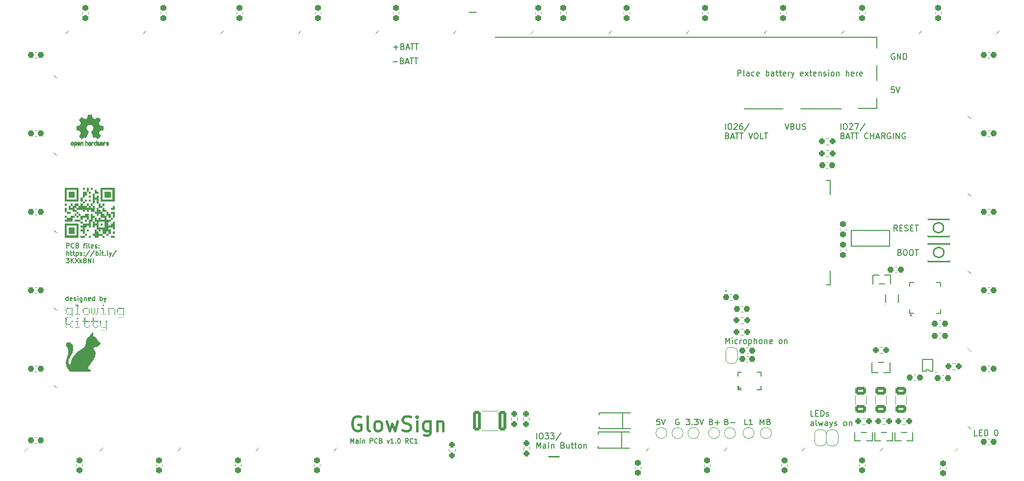
<source format=gbr>
%TF.GenerationSoftware,KiCad,Pcbnew,(6.0.6-0)*%
%TF.CreationDate,2022-10-04T21:52:10+02:00*%
%TF.ProjectId,GlowSignMainPCB,476c6f77-5369-4676-9e4d-61696e504342,rev?*%
%TF.SameCoordinates,Original*%
%TF.FileFunction,Legend,Top*%
%TF.FilePolarity,Positive*%
%FSLAX46Y46*%
G04 Gerber Fmt 4.6, Leading zero omitted, Abs format (unit mm)*
G04 Created by KiCad (PCBNEW (6.0.6-0)) date 2022-10-04 21:52:10*
%MOMM*%
%LPD*%
G01*
G04 APERTURE LIST*
G04 Aperture macros list*
%AMRoundRect*
0 Rectangle with rounded corners*
0 $1 Rounding radius*
0 $2 $3 $4 $5 $6 $7 $8 $9 X,Y pos of 4 corners*
0 Add a 4 corners polygon primitive as box body*
4,1,4,$2,$3,$4,$5,$6,$7,$8,$9,$2,$3,0*
0 Add four circle primitives for the rounded corners*
1,1,$1+$1,$2,$3*
1,1,$1+$1,$4,$5*
1,1,$1+$1,$6,$7*
1,1,$1+$1,$8,$9*
0 Add four rect primitives between the rounded corners*
20,1,$1+$1,$2,$3,$4,$5,0*
20,1,$1+$1,$4,$5,$6,$7,0*
20,1,$1+$1,$6,$7,$8,$9,0*
20,1,$1+$1,$8,$9,$2,$3,0*%
%AMFreePoly0*
4,1,22,0.500000,-0.750000,0.000000,-0.750000,0.000000,-0.745033,-0.079941,-0.743568,-0.215256,-0.701293,-0.333266,-0.622738,-0.424486,-0.514219,-0.481581,-0.384460,-0.499164,-0.250000,-0.500000,-0.250000,-0.500000,0.250000,-0.499164,0.250000,-0.499963,0.256109,-0.478152,0.396186,-0.417904,0.524511,-0.324060,0.630769,-0.204165,0.706417,-0.067858,0.745374,0.000000,0.744959,0.000000,0.750000,
0.500000,0.750000,0.500000,-0.750000,0.500000,-0.750000,$1*%
%AMFreePoly1*
4,1,20,0.000000,0.744959,0.073905,0.744508,0.209726,0.703889,0.328688,0.626782,0.421226,0.519385,0.479903,0.390333,0.500000,0.250000,0.500000,-0.250000,0.499851,-0.262216,0.476331,-0.402017,0.414519,-0.529596,0.319384,-0.634700,0.198574,-0.708877,0.061801,-0.746166,0.000000,-0.745033,0.000000,-0.750000,-0.500000,-0.750000,-0.500000,0.750000,0.000000,0.750000,0.000000,0.744959,
0.000000,0.744959,$1*%
G04 Aperture macros list end*
%ADD10C,0.200000*%
%ADD11C,0.150000*%
%ADD12C,0.400000*%
%ADD13C,0.120000*%
%ADD14C,0.127000*%
%ADD15C,0.254001*%
%ADD16C,0.152400*%
%ADD17C,0.059995*%
%ADD18C,0.300000*%
%ADD19C,0.131597*%
%ADD20C,0.010000*%
%ADD21C,0.151994*%
%ADD22RoundRect,0.237500X-0.237500X0.300000X-0.237500X-0.300000X0.237500X-0.300000X0.237500X0.300000X0*%
%ADD23RoundRect,0.250000X0.650000X-0.412500X0.650000X0.412500X-0.650000X0.412500X-0.650000X-0.412500X0*%
%ADD24R,0.900000X2.000000*%
%ADD25R,2.000000X0.900000*%
%ADD26R,1.330000X1.330000*%
%ADD27R,1.500000X1.000000*%
%ADD28RoundRect,0.237500X-0.300000X-0.237500X0.300000X-0.237500X0.300000X0.237500X-0.300000X0.237500X0*%
%ADD29RoundRect,0.237500X-0.250000X-0.237500X0.250000X-0.237500X0.250000X0.237500X-0.250000X0.237500X0*%
%ADD30R,2.000000X3.500000*%
%ADD31RoundRect,0.250000X0.400000X1.450000X-0.400000X1.450000X-0.400000X-1.450000X0.400000X-1.450000X0*%
%ADD32R,1.000000X1.500000*%
%ADD33R,3.500000X2.000000*%
%ADD34C,0.700025*%
%ADD35R,0.900000X1.200000*%
%ADD36R,1.200000X1.300000*%
%ADD37RoundRect,0.237500X-0.237500X0.250000X-0.237500X-0.250000X0.237500X-0.250000X0.237500X0.250000X0*%
%ADD38RoundRect,0.237500X0.250000X0.237500X-0.250000X0.237500X-0.250000X-0.237500X0.250000X-0.237500X0*%
%ADD39R,0.600000X1.070003*%
%ADD40R,0.280010X0.900000*%
%ADD41R,0.900000X0.280010*%
%ADD42R,3.300000X3.300000*%
%ADD43C,1.500000*%
%ADD44O,0.750013X0.250013*%
%ADD45FreePoly0,270.000000*%
%ADD46FreePoly1,270.000000*%
%ADD47RoundRect,0.237500X0.237500X-0.300000X0.237500X0.300000X-0.237500X0.300000X-0.237500X-0.300000X0*%
%ADD48R,0.700000X1.250013*%
%ADD49R,0.980010X2.470003*%
%ADD50R,3.600000X2.470003*%
%ADD51RoundRect,0.237500X0.237500X-0.250000X0.237500X0.250000X-0.237500X0.250000X-0.237500X-0.250000X0*%
%ADD52R,1.500000X0.900000*%
%ADD53RoundRect,0.237500X0.300000X0.237500X-0.300000X0.237500X-0.300000X-0.237500X0.300000X-0.237500X0*%
%ADD54R,2.046380X1.620015*%
%ADD55R,0.419990X0.600000*%
%ADD56R,0.600000X1.300000*%
%ADD57R,0.300000X1.300000*%
%ADD58O,1.200000X1.800000*%
%ADD59O,1.200000X2.200000*%
%ADD60FreePoly0,90.000000*%
%ADD61FreePoly1,90.000000*%
%ADD62R,1.050013X0.550013*%
%ADD63R,0.450013X1.400000*%
%ADD64R,2.400000X0.450013*%
G04 APERTURE END LIST*
D10*
X214122000Y-65633600D02*
X148234400Y-65633600D01*
X214122000Y-65633600D02*
X214122000Y-67513200D01*
D11*
X214122000Y-77978000D02*
X210921600Y-77978000D01*
X214122000Y-76200000D02*
X214122000Y-77978000D01*
X197967600Y-78028800D02*
X191211200Y-78028800D01*
X200964800Y-78028800D02*
X207975200Y-78028800D01*
D10*
X214122000Y-70459600D02*
X214122000Y-73101200D01*
X143738600Y-61315600D02*
X145008600Y-61315600D01*
D11*
X198261938Y-80579980D02*
X198595271Y-81579980D01*
X198928604Y-80579980D01*
X199595271Y-81056171D02*
X199738128Y-81103790D01*
X199785747Y-81151409D01*
X199833366Y-81246647D01*
X199833366Y-81389504D01*
X199785747Y-81484742D01*
X199738128Y-81532361D01*
X199642890Y-81579980D01*
X199261938Y-81579980D01*
X199261938Y-80579980D01*
X199595271Y-80579980D01*
X199690509Y-80627600D01*
X199738128Y-80675219D01*
X199785747Y-80770457D01*
X199785747Y-80865695D01*
X199738128Y-80960933D01*
X199690509Y-81008552D01*
X199595271Y-81056171D01*
X199261938Y-81056171D01*
X200261938Y-80579980D02*
X200261938Y-81389504D01*
X200309557Y-81484742D01*
X200357176Y-81532361D01*
X200452414Y-81579980D01*
X200642890Y-81579980D01*
X200738128Y-81532361D01*
X200785747Y-81484742D01*
X200833366Y-81389504D01*
X200833366Y-80579980D01*
X201261938Y-81532361D02*
X201404795Y-81579980D01*
X201642890Y-81579980D01*
X201738128Y-81532361D01*
X201785747Y-81484742D01*
X201833366Y-81389504D01*
X201833366Y-81294266D01*
X201785747Y-81199028D01*
X201738128Y-81151409D01*
X201642890Y-81103790D01*
X201452414Y-81056171D01*
X201357176Y-81008552D01*
X201309557Y-80960933D01*
X201261938Y-80865695D01*
X201261938Y-80770457D01*
X201309557Y-80675219D01*
X201357176Y-80627600D01*
X201452414Y-80579980D01*
X201690509Y-80579980D01*
X201833366Y-80627600D01*
X188174380Y-132059371D02*
X188317238Y-132106990D01*
X188364857Y-132154609D01*
X188412476Y-132249847D01*
X188412476Y-132392704D01*
X188364857Y-132487942D01*
X188317238Y-132535561D01*
X188222000Y-132583180D01*
X187841047Y-132583180D01*
X187841047Y-131583180D01*
X188174380Y-131583180D01*
X188269619Y-131630800D01*
X188317238Y-131678419D01*
X188364857Y-131773657D01*
X188364857Y-131868895D01*
X188317238Y-131964133D01*
X188269619Y-132011752D01*
X188174380Y-132059371D01*
X187841047Y-132059371D01*
X188841047Y-132202228D02*
X189602952Y-132202228D01*
X123325576Y-135743904D02*
X123325576Y-134943904D01*
X123592242Y-135515333D01*
X123858909Y-134943904D01*
X123858909Y-135743904D01*
X124582719Y-135743904D02*
X124582719Y-135324857D01*
X124544623Y-135248666D01*
X124468433Y-135210571D01*
X124316052Y-135210571D01*
X124239861Y-135248666D01*
X124582719Y-135705809D02*
X124506528Y-135743904D01*
X124316052Y-135743904D01*
X124239861Y-135705809D01*
X124201766Y-135629619D01*
X124201766Y-135553428D01*
X124239861Y-135477238D01*
X124316052Y-135439142D01*
X124506528Y-135439142D01*
X124582719Y-135401047D01*
X124963671Y-135743904D02*
X124963671Y-135210571D01*
X124963671Y-134943904D02*
X124925576Y-134982000D01*
X124963671Y-135020095D01*
X125001766Y-134982000D01*
X124963671Y-134943904D01*
X124963671Y-135020095D01*
X125344623Y-135210571D02*
X125344623Y-135743904D01*
X125344623Y-135286761D02*
X125382719Y-135248666D01*
X125458909Y-135210571D01*
X125573195Y-135210571D01*
X125649385Y-135248666D01*
X125687480Y-135324857D01*
X125687480Y-135743904D01*
X126677957Y-135743904D02*
X126677957Y-134943904D01*
X126982719Y-134943904D01*
X127058909Y-134982000D01*
X127097004Y-135020095D01*
X127135100Y-135096285D01*
X127135100Y-135210571D01*
X127097004Y-135286761D01*
X127058909Y-135324857D01*
X126982719Y-135362952D01*
X126677957Y-135362952D01*
X127935100Y-135667714D02*
X127897004Y-135705809D01*
X127782719Y-135743904D01*
X127706528Y-135743904D01*
X127592242Y-135705809D01*
X127516052Y-135629619D01*
X127477957Y-135553428D01*
X127439861Y-135401047D01*
X127439861Y-135286761D01*
X127477957Y-135134380D01*
X127516052Y-135058190D01*
X127592242Y-134982000D01*
X127706528Y-134943904D01*
X127782719Y-134943904D01*
X127897004Y-134982000D01*
X127935100Y-135020095D01*
X128544623Y-135324857D02*
X128658909Y-135362952D01*
X128697004Y-135401047D01*
X128735100Y-135477238D01*
X128735100Y-135591523D01*
X128697004Y-135667714D01*
X128658909Y-135705809D01*
X128582719Y-135743904D01*
X128277957Y-135743904D01*
X128277957Y-134943904D01*
X128544623Y-134943904D01*
X128620814Y-134982000D01*
X128658909Y-135020095D01*
X128697004Y-135096285D01*
X128697004Y-135172476D01*
X128658909Y-135248666D01*
X128620814Y-135286761D01*
X128544623Y-135324857D01*
X128277957Y-135324857D01*
X129611290Y-135210571D02*
X129801766Y-135743904D01*
X129992242Y-135210571D01*
X130716052Y-135743904D02*
X130258909Y-135743904D01*
X130487480Y-135743904D02*
X130487480Y-134943904D01*
X130411290Y-135058190D01*
X130335100Y-135134380D01*
X130258909Y-135172476D01*
X131058909Y-135667714D02*
X131097004Y-135705809D01*
X131058909Y-135743904D01*
X131020814Y-135705809D01*
X131058909Y-135667714D01*
X131058909Y-135743904D01*
X131592242Y-134943904D02*
X131668433Y-134943904D01*
X131744623Y-134982000D01*
X131782719Y-135020095D01*
X131820814Y-135096285D01*
X131858909Y-135248666D01*
X131858909Y-135439142D01*
X131820814Y-135591523D01*
X131782719Y-135667714D01*
X131744623Y-135705809D01*
X131668433Y-135743904D01*
X131592242Y-135743904D01*
X131516052Y-135705809D01*
X131477957Y-135667714D01*
X131439861Y-135591523D01*
X131401766Y-135439142D01*
X131401766Y-135248666D01*
X131439861Y-135096285D01*
X131477957Y-135020095D01*
X131516052Y-134982000D01*
X131592242Y-134943904D01*
X133268433Y-135743904D02*
X133001766Y-135362952D01*
X132811290Y-135743904D02*
X132811290Y-134943904D01*
X133116052Y-134943904D01*
X133192242Y-134982000D01*
X133230338Y-135020095D01*
X133268433Y-135096285D01*
X133268433Y-135210571D01*
X133230338Y-135286761D01*
X133192242Y-135324857D01*
X133116052Y-135362952D01*
X132811290Y-135362952D01*
X134068433Y-135667714D02*
X134030338Y-135705809D01*
X133916052Y-135743904D01*
X133839861Y-135743904D01*
X133725576Y-135705809D01*
X133649385Y-135629619D01*
X133611290Y-135553428D01*
X133573195Y-135401047D01*
X133573195Y-135286761D01*
X133611290Y-135134380D01*
X133649385Y-135058190D01*
X133725576Y-134982000D01*
X133839861Y-134943904D01*
X133916052Y-134943904D01*
X134030338Y-134982000D01*
X134068433Y-135020095D01*
X134830338Y-135743904D02*
X134373195Y-135743904D01*
X134601766Y-135743904D02*
X134601766Y-134943904D01*
X134525576Y-135058190D01*
X134449385Y-135134380D01*
X134373195Y-135172476D01*
X74303576Y-102045504D02*
X74303576Y-101245504D01*
X74608338Y-101245504D01*
X74684528Y-101283600D01*
X74722623Y-101321695D01*
X74760719Y-101397885D01*
X74760719Y-101512171D01*
X74722623Y-101588361D01*
X74684528Y-101626457D01*
X74608338Y-101664552D01*
X74303576Y-101664552D01*
X75560719Y-101969314D02*
X75522623Y-102007409D01*
X75408338Y-102045504D01*
X75332147Y-102045504D01*
X75217861Y-102007409D01*
X75141671Y-101931219D01*
X75103576Y-101855028D01*
X75065480Y-101702647D01*
X75065480Y-101588361D01*
X75103576Y-101435980D01*
X75141671Y-101359790D01*
X75217861Y-101283600D01*
X75332147Y-101245504D01*
X75408338Y-101245504D01*
X75522623Y-101283600D01*
X75560719Y-101321695D01*
X76170242Y-101626457D02*
X76284528Y-101664552D01*
X76322623Y-101702647D01*
X76360719Y-101778838D01*
X76360719Y-101893123D01*
X76322623Y-101969314D01*
X76284528Y-102007409D01*
X76208338Y-102045504D01*
X75903576Y-102045504D01*
X75903576Y-101245504D01*
X76170242Y-101245504D01*
X76246433Y-101283600D01*
X76284528Y-101321695D01*
X76322623Y-101397885D01*
X76322623Y-101474076D01*
X76284528Y-101550266D01*
X76246433Y-101588361D01*
X76170242Y-101626457D01*
X75903576Y-101626457D01*
X77198814Y-101512171D02*
X77503576Y-101512171D01*
X77313100Y-102045504D02*
X77313100Y-101359790D01*
X77351195Y-101283600D01*
X77427385Y-101245504D01*
X77503576Y-101245504D01*
X77770242Y-102045504D02*
X77770242Y-101512171D01*
X77770242Y-101245504D02*
X77732147Y-101283600D01*
X77770242Y-101321695D01*
X77808338Y-101283600D01*
X77770242Y-101245504D01*
X77770242Y-101321695D01*
X78265480Y-102045504D02*
X78189290Y-102007409D01*
X78151195Y-101931219D01*
X78151195Y-101245504D01*
X78875004Y-102007409D02*
X78798814Y-102045504D01*
X78646433Y-102045504D01*
X78570242Y-102007409D01*
X78532147Y-101931219D01*
X78532147Y-101626457D01*
X78570242Y-101550266D01*
X78646433Y-101512171D01*
X78798814Y-101512171D01*
X78875004Y-101550266D01*
X78913100Y-101626457D01*
X78913100Y-101702647D01*
X78532147Y-101778838D01*
X79217861Y-102007409D02*
X79294052Y-102045504D01*
X79446433Y-102045504D01*
X79522623Y-102007409D01*
X79560719Y-101931219D01*
X79560719Y-101893123D01*
X79522623Y-101816933D01*
X79446433Y-101778838D01*
X79332147Y-101778838D01*
X79255957Y-101740742D01*
X79217861Y-101664552D01*
X79217861Y-101626457D01*
X79255957Y-101550266D01*
X79332147Y-101512171D01*
X79446433Y-101512171D01*
X79522623Y-101550266D01*
X79903576Y-101969314D02*
X79941671Y-102007409D01*
X79903576Y-102045504D01*
X79865480Y-102007409D01*
X79903576Y-101969314D01*
X79903576Y-102045504D01*
X79903576Y-101550266D02*
X79941671Y-101588361D01*
X79903576Y-101626457D01*
X79865480Y-101588361D01*
X79903576Y-101550266D01*
X79903576Y-101626457D01*
X74303576Y-103333504D02*
X74303576Y-102533504D01*
X74646433Y-103333504D02*
X74646433Y-102914457D01*
X74608338Y-102838266D01*
X74532147Y-102800171D01*
X74417861Y-102800171D01*
X74341671Y-102838266D01*
X74303576Y-102876361D01*
X74913100Y-102800171D02*
X75217861Y-102800171D01*
X75027385Y-102533504D02*
X75027385Y-103219219D01*
X75065480Y-103295409D01*
X75141671Y-103333504D01*
X75217861Y-103333504D01*
X75370242Y-102800171D02*
X75675004Y-102800171D01*
X75484528Y-102533504D02*
X75484528Y-103219219D01*
X75522623Y-103295409D01*
X75598814Y-103333504D01*
X75675004Y-103333504D01*
X75941671Y-102800171D02*
X75941671Y-103600171D01*
X75941671Y-102838266D02*
X76017861Y-102800171D01*
X76170242Y-102800171D01*
X76246433Y-102838266D01*
X76284528Y-102876361D01*
X76322623Y-102952552D01*
X76322623Y-103181123D01*
X76284528Y-103257314D01*
X76246433Y-103295409D01*
X76170242Y-103333504D01*
X76017861Y-103333504D01*
X75941671Y-103295409D01*
X76627385Y-103295409D02*
X76703576Y-103333504D01*
X76855957Y-103333504D01*
X76932147Y-103295409D01*
X76970242Y-103219219D01*
X76970242Y-103181123D01*
X76932147Y-103104933D01*
X76855957Y-103066838D01*
X76741671Y-103066838D01*
X76665480Y-103028742D01*
X76627385Y-102952552D01*
X76627385Y-102914457D01*
X76665480Y-102838266D01*
X76741671Y-102800171D01*
X76855957Y-102800171D01*
X76932147Y-102838266D01*
X77313100Y-103257314D02*
X77351195Y-103295409D01*
X77313100Y-103333504D01*
X77275004Y-103295409D01*
X77313100Y-103257314D01*
X77313100Y-103333504D01*
X77313100Y-102838266D02*
X77351195Y-102876361D01*
X77313100Y-102914457D01*
X77275004Y-102876361D01*
X77313100Y-102838266D01*
X77313100Y-102914457D01*
X78265480Y-102495409D02*
X77579766Y-103523980D01*
X79103576Y-102495409D02*
X78417861Y-103523980D01*
X79370242Y-103333504D02*
X79370242Y-102533504D01*
X79370242Y-102838266D02*
X79446433Y-102800171D01*
X79598814Y-102800171D01*
X79675004Y-102838266D01*
X79713100Y-102876361D01*
X79751195Y-102952552D01*
X79751195Y-103181123D01*
X79713100Y-103257314D01*
X79675004Y-103295409D01*
X79598814Y-103333504D01*
X79446433Y-103333504D01*
X79370242Y-103295409D01*
X80094052Y-103333504D02*
X80094052Y-102800171D01*
X80094052Y-102533504D02*
X80055957Y-102571600D01*
X80094052Y-102609695D01*
X80132147Y-102571600D01*
X80094052Y-102533504D01*
X80094052Y-102609695D01*
X80360719Y-102800171D02*
X80665480Y-102800171D01*
X80475004Y-102533504D02*
X80475004Y-103219219D01*
X80513100Y-103295409D01*
X80589290Y-103333504D01*
X80665480Y-103333504D01*
X80932147Y-103257314D02*
X80970242Y-103295409D01*
X80932147Y-103333504D01*
X80894052Y-103295409D01*
X80932147Y-103257314D01*
X80932147Y-103333504D01*
X81427385Y-103333504D02*
X81351195Y-103295409D01*
X81313100Y-103219219D01*
X81313100Y-102533504D01*
X81655957Y-102800171D02*
X81846433Y-103333504D01*
X82036909Y-102800171D02*
X81846433Y-103333504D01*
X81770242Y-103523980D01*
X81732147Y-103562076D01*
X81655957Y-103600171D01*
X82913100Y-102495409D02*
X82227385Y-103523980D01*
X74227385Y-103821504D02*
X74722623Y-103821504D01*
X74455957Y-104126266D01*
X74570242Y-104126266D01*
X74646433Y-104164361D01*
X74684528Y-104202457D01*
X74722623Y-104278647D01*
X74722623Y-104469123D01*
X74684528Y-104545314D01*
X74646433Y-104583409D01*
X74570242Y-104621504D01*
X74341671Y-104621504D01*
X74265480Y-104583409D01*
X74227385Y-104545314D01*
X75065480Y-104621504D02*
X75065480Y-103821504D01*
X75522623Y-104621504D02*
X75179766Y-104164361D01*
X75522623Y-103821504D02*
X75065480Y-104278647D01*
X75789290Y-103821504D02*
X76322623Y-104621504D01*
X76322623Y-103821504D02*
X75789290Y-104621504D01*
X76627385Y-104621504D02*
X76627385Y-103821504D01*
X76703576Y-104316742D02*
X76932147Y-104621504D01*
X76932147Y-104088171D02*
X76627385Y-104392933D01*
X77389290Y-104164361D02*
X77313100Y-104126266D01*
X77275004Y-104088171D01*
X77236909Y-104011980D01*
X77236909Y-103973885D01*
X77275004Y-103897695D01*
X77313100Y-103859600D01*
X77389290Y-103821504D01*
X77541671Y-103821504D01*
X77617861Y-103859600D01*
X77655957Y-103897695D01*
X77694052Y-103973885D01*
X77694052Y-104011980D01*
X77655957Y-104088171D01*
X77617861Y-104126266D01*
X77541671Y-104164361D01*
X77389290Y-104164361D01*
X77313100Y-104202457D01*
X77275004Y-104240552D01*
X77236909Y-104316742D01*
X77236909Y-104469123D01*
X77275004Y-104545314D01*
X77313100Y-104583409D01*
X77389290Y-104621504D01*
X77541671Y-104621504D01*
X77617861Y-104583409D01*
X77655957Y-104545314D01*
X77694052Y-104469123D01*
X77694052Y-104316742D01*
X77655957Y-104240552D01*
X77617861Y-104202457D01*
X77541671Y-104164361D01*
X78036909Y-104621504D02*
X78036909Y-103821504D01*
X78494052Y-104621504D01*
X78494052Y-103821504D01*
X78875004Y-104621504D02*
X78875004Y-103821504D01*
X218076590Y-102798571D02*
X218219447Y-102846190D01*
X218267066Y-102893809D01*
X218314685Y-102989047D01*
X218314685Y-103131904D01*
X218267066Y-103227142D01*
X218219447Y-103274761D01*
X218124209Y-103322380D01*
X217743256Y-103322380D01*
X217743256Y-102322380D01*
X218076590Y-102322380D01*
X218171828Y-102370000D01*
X218219447Y-102417619D01*
X218267066Y-102512857D01*
X218267066Y-102608095D01*
X218219447Y-102703333D01*
X218171828Y-102750952D01*
X218076590Y-102798571D01*
X217743256Y-102798571D01*
X218933733Y-102322380D02*
X219124209Y-102322380D01*
X219219447Y-102370000D01*
X219314685Y-102465238D01*
X219362304Y-102655714D01*
X219362304Y-102989047D01*
X219314685Y-103179523D01*
X219219447Y-103274761D01*
X219124209Y-103322380D01*
X218933733Y-103322380D01*
X218838494Y-103274761D01*
X218743256Y-103179523D01*
X218695637Y-102989047D01*
X218695637Y-102655714D01*
X218743256Y-102465238D01*
X218838494Y-102370000D01*
X218933733Y-102322380D01*
X219981352Y-102322380D02*
X220171828Y-102322380D01*
X220267066Y-102370000D01*
X220362304Y-102465238D01*
X220409923Y-102655714D01*
X220409923Y-102989047D01*
X220362304Y-103179523D01*
X220267066Y-103274761D01*
X220171828Y-103322380D01*
X219981352Y-103322380D01*
X219886113Y-103274761D01*
X219790875Y-103179523D01*
X219743256Y-102989047D01*
X219743256Y-102655714D01*
X219790875Y-102465238D01*
X219886113Y-102370000D01*
X219981352Y-102322380D01*
X220695637Y-102322380D02*
X221267066Y-102322380D01*
X220981352Y-103322380D02*
X220981352Y-102322380D01*
D12*
X124999161Y-131236400D02*
X124761066Y-131117352D01*
X124403923Y-131117352D01*
X124046780Y-131236400D01*
X123808685Y-131474495D01*
X123689638Y-131712590D01*
X123570590Y-132188780D01*
X123570590Y-132545923D01*
X123689638Y-133022114D01*
X123808685Y-133260209D01*
X124046780Y-133498304D01*
X124403923Y-133617352D01*
X124642019Y-133617352D01*
X124999161Y-133498304D01*
X125118209Y-133379257D01*
X125118209Y-132545923D01*
X124642019Y-132545923D01*
X126546780Y-133617352D02*
X126308685Y-133498304D01*
X126189638Y-133260209D01*
X126189638Y-131117352D01*
X127856304Y-133617352D02*
X127618209Y-133498304D01*
X127499161Y-133379257D01*
X127380114Y-133141161D01*
X127380114Y-132426876D01*
X127499161Y-132188780D01*
X127618209Y-132069733D01*
X127856304Y-131950685D01*
X128213447Y-131950685D01*
X128451542Y-132069733D01*
X128570590Y-132188780D01*
X128689638Y-132426876D01*
X128689638Y-133141161D01*
X128570590Y-133379257D01*
X128451542Y-133498304D01*
X128213447Y-133617352D01*
X127856304Y-133617352D01*
X129522971Y-131950685D02*
X129999161Y-133617352D01*
X130475352Y-132426876D01*
X130951542Y-133617352D01*
X131427733Y-131950685D01*
X132261066Y-133498304D02*
X132618209Y-133617352D01*
X133213447Y-133617352D01*
X133451542Y-133498304D01*
X133570590Y-133379257D01*
X133689638Y-133141161D01*
X133689638Y-132903066D01*
X133570590Y-132664971D01*
X133451542Y-132545923D01*
X133213447Y-132426876D01*
X132737257Y-132307828D01*
X132499161Y-132188780D01*
X132380114Y-132069733D01*
X132261066Y-131831638D01*
X132261066Y-131593542D01*
X132380114Y-131355447D01*
X132499161Y-131236400D01*
X132737257Y-131117352D01*
X133332495Y-131117352D01*
X133689638Y-131236400D01*
X134761066Y-133617352D02*
X134761066Y-131950685D01*
X134761066Y-131117352D02*
X134642019Y-131236400D01*
X134761066Y-131355447D01*
X134880114Y-131236400D01*
X134761066Y-131117352D01*
X134761066Y-131355447D01*
X137022971Y-131950685D02*
X137022971Y-133974495D01*
X136903923Y-134212590D01*
X136784876Y-134331638D01*
X136546780Y-134450685D01*
X136189638Y-134450685D01*
X135951542Y-134331638D01*
X137022971Y-133498304D02*
X136784876Y-133617352D01*
X136308685Y-133617352D01*
X136070590Y-133498304D01*
X135951542Y-133379257D01*
X135832495Y-133141161D01*
X135832495Y-132426876D01*
X135951542Y-132188780D01*
X136070590Y-132069733D01*
X136308685Y-131950685D01*
X136784876Y-131950685D01*
X137022971Y-132069733D01*
X138213447Y-131950685D02*
X138213447Y-133617352D01*
X138213447Y-132188780D02*
X138332495Y-132069733D01*
X138570590Y-131950685D01*
X138927733Y-131950685D01*
X139165828Y-132069733D01*
X139284876Y-132307828D01*
X139284876Y-133617352D01*
D11*
X187990795Y-81579980D02*
X187990795Y-80579980D01*
X188657461Y-80579980D02*
X188847938Y-80579980D01*
X188943176Y-80627600D01*
X189038414Y-80722838D01*
X189086033Y-80913314D01*
X189086033Y-81246647D01*
X189038414Y-81437123D01*
X188943176Y-81532361D01*
X188847938Y-81579980D01*
X188657461Y-81579980D01*
X188562223Y-81532361D01*
X188466985Y-81437123D01*
X188419366Y-81246647D01*
X188419366Y-80913314D01*
X188466985Y-80722838D01*
X188562223Y-80627600D01*
X188657461Y-80579980D01*
X189466985Y-80675219D02*
X189514604Y-80627600D01*
X189609842Y-80579980D01*
X189847938Y-80579980D01*
X189943176Y-80627600D01*
X189990795Y-80675219D01*
X190038414Y-80770457D01*
X190038414Y-80865695D01*
X189990795Y-81008552D01*
X189419366Y-81579980D01*
X190038414Y-81579980D01*
X190895557Y-80579980D02*
X190705080Y-80579980D01*
X190609842Y-80627600D01*
X190562223Y-80675219D01*
X190466985Y-80818076D01*
X190419366Y-81008552D01*
X190419366Y-81389504D01*
X190466985Y-81484742D01*
X190514604Y-81532361D01*
X190609842Y-81579980D01*
X190800319Y-81579980D01*
X190895557Y-81532361D01*
X190943176Y-81484742D01*
X190990795Y-81389504D01*
X190990795Y-81151409D01*
X190943176Y-81056171D01*
X190895557Y-81008552D01*
X190800319Y-80960933D01*
X190609842Y-80960933D01*
X190514604Y-81008552D01*
X190466985Y-81056171D01*
X190419366Y-81151409D01*
X192133652Y-80532361D02*
X191276509Y-81818076D01*
X188324128Y-82666171D02*
X188466985Y-82713790D01*
X188514604Y-82761409D01*
X188562223Y-82856647D01*
X188562223Y-82999504D01*
X188514604Y-83094742D01*
X188466985Y-83142361D01*
X188371747Y-83189980D01*
X187990795Y-83189980D01*
X187990795Y-82189980D01*
X188324128Y-82189980D01*
X188419366Y-82237600D01*
X188466985Y-82285219D01*
X188514604Y-82380457D01*
X188514604Y-82475695D01*
X188466985Y-82570933D01*
X188419366Y-82618552D01*
X188324128Y-82666171D01*
X187990795Y-82666171D01*
X188943176Y-82904266D02*
X189419366Y-82904266D01*
X188847938Y-83189980D02*
X189181271Y-82189980D01*
X189514604Y-83189980D01*
X189705080Y-82189980D02*
X190276509Y-82189980D01*
X189990795Y-83189980D02*
X189990795Y-82189980D01*
X190466985Y-82189980D02*
X191038414Y-82189980D01*
X190752700Y-83189980D02*
X190752700Y-82189980D01*
X191990795Y-82189980D02*
X192324128Y-83189980D01*
X192657461Y-82189980D01*
X193181271Y-82189980D02*
X193371747Y-82189980D01*
X193466985Y-82237600D01*
X193562223Y-82332838D01*
X193609842Y-82523314D01*
X193609842Y-82856647D01*
X193562223Y-83047123D01*
X193466985Y-83142361D01*
X193371747Y-83189980D01*
X193181271Y-83189980D01*
X193086033Y-83142361D01*
X192990795Y-83047123D01*
X192943176Y-82856647D01*
X192943176Y-82523314D01*
X192990795Y-82332838D01*
X193086033Y-82237600D01*
X193181271Y-82189980D01*
X194514604Y-83189980D02*
X194038414Y-83189980D01*
X194038414Y-82189980D01*
X194705080Y-82189980D02*
X195276509Y-82189980D01*
X194990795Y-83189980D02*
X194990795Y-82189980D01*
X190125104Y-72334380D02*
X190125104Y-71334380D01*
X190506057Y-71334380D01*
X190601295Y-71382000D01*
X190648914Y-71429619D01*
X190696533Y-71524857D01*
X190696533Y-71667714D01*
X190648914Y-71762952D01*
X190601295Y-71810571D01*
X190506057Y-71858190D01*
X190125104Y-71858190D01*
X191267961Y-72334380D02*
X191172723Y-72286761D01*
X191125104Y-72191523D01*
X191125104Y-71334380D01*
X192077485Y-72334380D02*
X192077485Y-71810571D01*
X192029866Y-71715333D01*
X191934628Y-71667714D01*
X191744152Y-71667714D01*
X191648914Y-71715333D01*
X192077485Y-72286761D02*
X191982247Y-72334380D01*
X191744152Y-72334380D01*
X191648914Y-72286761D01*
X191601295Y-72191523D01*
X191601295Y-72096285D01*
X191648914Y-72001047D01*
X191744152Y-71953428D01*
X191982247Y-71953428D01*
X192077485Y-71905809D01*
X192982247Y-72286761D02*
X192887009Y-72334380D01*
X192696533Y-72334380D01*
X192601295Y-72286761D01*
X192553676Y-72239142D01*
X192506057Y-72143904D01*
X192506057Y-71858190D01*
X192553676Y-71762952D01*
X192601295Y-71715333D01*
X192696533Y-71667714D01*
X192887009Y-71667714D01*
X192982247Y-71715333D01*
X193791771Y-72286761D02*
X193696533Y-72334380D01*
X193506057Y-72334380D01*
X193410819Y-72286761D01*
X193363200Y-72191523D01*
X193363200Y-71810571D01*
X193410819Y-71715333D01*
X193506057Y-71667714D01*
X193696533Y-71667714D01*
X193791771Y-71715333D01*
X193839390Y-71810571D01*
X193839390Y-71905809D01*
X193363200Y-72001047D01*
X195029866Y-72334380D02*
X195029866Y-71334380D01*
X195029866Y-71715333D02*
X195125104Y-71667714D01*
X195315580Y-71667714D01*
X195410819Y-71715333D01*
X195458438Y-71762952D01*
X195506057Y-71858190D01*
X195506057Y-72143904D01*
X195458438Y-72239142D01*
X195410819Y-72286761D01*
X195315580Y-72334380D01*
X195125104Y-72334380D01*
X195029866Y-72286761D01*
X196363200Y-72334380D02*
X196363200Y-71810571D01*
X196315580Y-71715333D01*
X196220342Y-71667714D01*
X196029866Y-71667714D01*
X195934628Y-71715333D01*
X196363200Y-72286761D02*
X196267961Y-72334380D01*
X196029866Y-72334380D01*
X195934628Y-72286761D01*
X195887009Y-72191523D01*
X195887009Y-72096285D01*
X195934628Y-72001047D01*
X196029866Y-71953428D01*
X196267961Y-71953428D01*
X196363200Y-71905809D01*
X196696533Y-71667714D02*
X197077485Y-71667714D01*
X196839390Y-71334380D02*
X196839390Y-72191523D01*
X196887009Y-72286761D01*
X196982247Y-72334380D01*
X197077485Y-72334380D01*
X197267961Y-71667714D02*
X197648914Y-71667714D01*
X197410819Y-71334380D02*
X197410819Y-72191523D01*
X197458438Y-72286761D01*
X197553676Y-72334380D01*
X197648914Y-72334380D01*
X198363200Y-72286761D02*
X198267961Y-72334380D01*
X198077485Y-72334380D01*
X197982247Y-72286761D01*
X197934628Y-72191523D01*
X197934628Y-71810571D01*
X197982247Y-71715333D01*
X198077485Y-71667714D01*
X198267961Y-71667714D01*
X198363200Y-71715333D01*
X198410819Y-71810571D01*
X198410819Y-71905809D01*
X197934628Y-72001047D01*
X198839390Y-72334380D02*
X198839390Y-71667714D01*
X198839390Y-71858190D02*
X198887009Y-71762952D01*
X198934628Y-71715333D01*
X199029866Y-71667714D01*
X199125104Y-71667714D01*
X199363200Y-71667714D02*
X199601295Y-72334380D01*
X199839390Y-71667714D02*
X199601295Y-72334380D01*
X199506057Y-72572476D01*
X199458438Y-72620095D01*
X199363200Y-72667714D01*
X201363200Y-72286761D02*
X201267961Y-72334380D01*
X201077485Y-72334380D01*
X200982247Y-72286761D01*
X200934628Y-72191523D01*
X200934628Y-71810571D01*
X200982247Y-71715333D01*
X201077485Y-71667714D01*
X201267961Y-71667714D01*
X201363200Y-71715333D01*
X201410819Y-71810571D01*
X201410819Y-71905809D01*
X200934628Y-72001047D01*
X201744152Y-72334380D02*
X202267961Y-71667714D01*
X201744152Y-71667714D02*
X202267961Y-72334380D01*
X202506057Y-71667714D02*
X202887009Y-71667714D01*
X202648914Y-71334380D02*
X202648914Y-72191523D01*
X202696533Y-72286761D01*
X202791771Y-72334380D01*
X202887009Y-72334380D01*
X203601295Y-72286761D02*
X203506057Y-72334380D01*
X203315580Y-72334380D01*
X203220342Y-72286761D01*
X203172723Y-72191523D01*
X203172723Y-71810571D01*
X203220342Y-71715333D01*
X203315580Y-71667714D01*
X203506057Y-71667714D01*
X203601295Y-71715333D01*
X203648914Y-71810571D01*
X203648914Y-71905809D01*
X203172723Y-72001047D01*
X204077485Y-71667714D02*
X204077485Y-72334380D01*
X204077485Y-71762952D02*
X204125104Y-71715333D01*
X204220342Y-71667714D01*
X204363200Y-71667714D01*
X204458438Y-71715333D01*
X204506057Y-71810571D01*
X204506057Y-72334380D01*
X204934628Y-72286761D02*
X205029866Y-72334380D01*
X205220342Y-72334380D01*
X205315580Y-72286761D01*
X205363200Y-72191523D01*
X205363200Y-72143904D01*
X205315580Y-72048666D01*
X205220342Y-72001047D01*
X205077485Y-72001047D01*
X204982247Y-71953428D01*
X204934628Y-71858190D01*
X204934628Y-71810571D01*
X204982247Y-71715333D01*
X205077485Y-71667714D01*
X205220342Y-71667714D01*
X205315580Y-71715333D01*
X205791771Y-72334380D02*
X205791771Y-71667714D01*
X205791771Y-71334380D02*
X205744152Y-71382000D01*
X205791771Y-71429619D01*
X205839390Y-71382000D01*
X205791771Y-71334380D01*
X205791771Y-71429619D01*
X206410819Y-72334380D02*
X206315580Y-72286761D01*
X206267961Y-72239142D01*
X206220342Y-72143904D01*
X206220342Y-71858190D01*
X206267961Y-71762952D01*
X206315580Y-71715333D01*
X206410819Y-71667714D01*
X206553676Y-71667714D01*
X206648914Y-71715333D01*
X206696533Y-71762952D01*
X206744152Y-71858190D01*
X206744152Y-72143904D01*
X206696533Y-72239142D01*
X206648914Y-72286761D01*
X206553676Y-72334380D01*
X206410819Y-72334380D01*
X207172723Y-71667714D02*
X207172723Y-72334380D01*
X207172723Y-71762952D02*
X207220342Y-71715333D01*
X207315580Y-71667714D01*
X207458438Y-71667714D01*
X207553676Y-71715333D01*
X207601295Y-71810571D01*
X207601295Y-72334380D01*
X208839390Y-72334380D02*
X208839390Y-71334380D01*
X209267961Y-72334380D02*
X209267961Y-71810571D01*
X209220342Y-71715333D01*
X209125104Y-71667714D01*
X208982247Y-71667714D01*
X208887009Y-71715333D01*
X208839390Y-71762952D01*
X210125104Y-72286761D02*
X210029866Y-72334380D01*
X209839390Y-72334380D01*
X209744152Y-72286761D01*
X209696533Y-72191523D01*
X209696533Y-71810571D01*
X209744152Y-71715333D01*
X209839390Y-71667714D01*
X210029866Y-71667714D01*
X210125104Y-71715333D01*
X210172723Y-71810571D01*
X210172723Y-71905809D01*
X209696533Y-72001047D01*
X210601295Y-72334380D02*
X210601295Y-71667714D01*
X210601295Y-71858190D02*
X210648914Y-71762952D01*
X210696533Y-71715333D01*
X210791771Y-71667714D01*
X210887009Y-71667714D01*
X211601295Y-72286761D02*
X211506057Y-72334380D01*
X211315580Y-72334380D01*
X211220342Y-72286761D01*
X211172723Y-72191523D01*
X211172723Y-71810571D01*
X211220342Y-71715333D01*
X211315580Y-71667714D01*
X211506057Y-71667714D01*
X211601295Y-71715333D01*
X211648914Y-71810571D01*
X211648914Y-71905809D01*
X211172723Y-72001047D01*
X188041595Y-118562380D02*
X188041595Y-117562380D01*
X188374928Y-118276666D01*
X188708261Y-117562380D01*
X188708261Y-118562380D01*
X189184452Y-118562380D02*
X189184452Y-117895714D01*
X189184452Y-117562380D02*
X189136833Y-117610000D01*
X189184452Y-117657619D01*
X189232071Y-117610000D01*
X189184452Y-117562380D01*
X189184452Y-117657619D01*
X190089214Y-118514761D02*
X189993976Y-118562380D01*
X189803500Y-118562380D01*
X189708261Y-118514761D01*
X189660642Y-118467142D01*
X189613023Y-118371904D01*
X189613023Y-118086190D01*
X189660642Y-117990952D01*
X189708261Y-117943333D01*
X189803500Y-117895714D01*
X189993976Y-117895714D01*
X190089214Y-117943333D01*
X190517785Y-118562380D02*
X190517785Y-117895714D01*
X190517785Y-118086190D02*
X190565404Y-117990952D01*
X190613023Y-117943333D01*
X190708261Y-117895714D01*
X190803500Y-117895714D01*
X191279690Y-118562380D02*
X191184452Y-118514761D01*
X191136833Y-118467142D01*
X191089214Y-118371904D01*
X191089214Y-118086190D01*
X191136833Y-117990952D01*
X191184452Y-117943333D01*
X191279690Y-117895714D01*
X191422547Y-117895714D01*
X191517785Y-117943333D01*
X191565404Y-117990952D01*
X191613023Y-118086190D01*
X191613023Y-118371904D01*
X191565404Y-118467142D01*
X191517785Y-118514761D01*
X191422547Y-118562380D01*
X191279690Y-118562380D01*
X192041595Y-117895714D02*
X192041595Y-118895714D01*
X192041595Y-117943333D02*
X192136833Y-117895714D01*
X192327309Y-117895714D01*
X192422547Y-117943333D01*
X192470166Y-117990952D01*
X192517785Y-118086190D01*
X192517785Y-118371904D01*
X192470166Y-118467142D01*
X192422547Y-118514761D01*
X192327309Y-118562380D01*
X192136833Y-118562380D01*
X192041595Y-118514761D01*
X192946357Y-118562380D02*
X192946357Y-117562380D01*
X193374928Y-118562380D02*
X193374928Y-118038571D01*
X193327309Y-117943333D01*
X193232071Y-117895714D01*
X193089214Y-117895714D01*
X192993976Y-117943333D01*
X192946357Y-117990952D01*
X193993976Y-118562380D02*
X193898738Y-118514761D01*
X193851119Y-118467142D01*
X193803500Y-118371904D01*
X193803500Y-118086190D01*
X193851119Y-117990952D01*
X193898738Y-117943333D01*
X193993976Y-117895714D01*
X194136833Y-117895714D01*
X194232071Y-117943333D01*
X194279690Y-117990952D01*
X194327309Y-118086190D01*
X194327309Y-118371904D01*
X194279690Y-118467142D01*
X194232071Y-118514761D01*
X194136833Y-118562380D01*
X193993976Y-118562380D01*
X194755880Y-117895714D02*
X194755880Y-118562380D01*
X194755880Y-117990952D02*
X194803500Y-117943333D01*
X194898738Y-117895714D01*
X195041595Y-117895714D01*
X195136833Y-117943333D01*
X195184452Y-118038571D01*
X195184452Y-118562380D01*
X196041595Y-118514761D02*
X195946357Y-118562380D01*
X195755880Y-118562380D01*
X195660642Y-118514761D01*
X195613023Y-118419523D01*
X195613023Y-118038571D01*
X195660642Y-117943333D01*
X195755880Y-117895714D01*
X195946357Y-117895714D01*
X196041595Y-117943333D01*
X196089214Y-118038571D01*
X196089214Y-118133809D01*
X195613023Y-118229047D01*
X197422547Y-118562380D02*
X197327309Y-118514761D01*
X197279690Y-118467142D01*
X197232071Y-118371904D01*
X197232071Y-118086190D01*
X197279690Y-117990952D01*
X197327309Y-117943333D01*
X197422547Y-117895714D01*
X197565404Y-117895714D01*
X197660642Y-117943333D01*
X197708261Y-117990952D01*
X197755880Y-118086190D01*
X197755880Y-118371904D01*
X197708261Y-118467142D01*
X197660642Y-118514761D01*
X197565404Y-118562380D01*
X197422547Y-118562380D01*
X198184452Y-117895714D02*
X198184452Y-118562380D01*
X198184452Y-117990952D02*
X198232071Y-117943333D01*
X198327309Y-117895714D01*
X198470166Y-117895714D01*
X198565404Y-117943333D01*
X198613023Y-118038571D01*
X198613023Y-118562380D01*
X130719771Y-67381428D02*
X131481676Y-67381428D01*
X131100723Y-67762380D02*
X131100723Y-67000476D01*
X132291200Y-67238571D02*
X132434057Y-67286190D01*
X132481676Y-67333809D01*
X132529295Y-67429047D01*
X132529295Y-67571904D01*
X132481676Y-67667142D01*
X132434057Y-67714761D01*
X132338819Y-67762380D01*
X131957866Y-67762380D01*
X131957866Y-66762380D01*
X132291200Y-66762380D01*
X132386438Y-66810000D01*
X132434057Y-66857619D01*
X132481676Y-66952857D01*
X132481676Y-67048095D01*
X132434057Y-67143333D01*
X132386438Y-67190952D01*
X132291200Y-67238571D01*
X131957866Y-67238571D01*
X132910247Y-67476666D02*
X133386438Y-67476666D01*
X132815009Y-67762380D02*
X133148342Y-66762380D01*
X133481676Y-67762380D01*
X133672152Y-66762380D02*
X134243580Y-66762380D01*
X133957866Y-67762380D02*
X133957866Y-66762380D01*
X134434057Y-66762380D02*
X135005485Y-66762380D01*
X134719771Y-67762380D02*
X134719771Y-66762380D01*
X155427995Y-135029380D02*
X155427995Y-134029380D01*
X156094661Y-134029380D02*
X156285138Y-134029380D01*
X156380376Y-134077000D01*
X156475614Y-134172238D01*
X156523233Y-134362714D01*
X156523233Y-134696047D01*
X156475614Y-134886523D01*
X156380376Y-134981761D01*
X156285138Y-135029380D01*
X156094661Y-135029380D01*
X155999423Y-134981761D01*
X155904185Y-134886523D01*
X155856566Y-134696047D01*
X155856566Y-134362714D01*
X155904185Y-134172238D01*
X155999423Y-134077000D01*
X156094661Y-134029380D01*
X156856566Y-134029380D02*
X157475614Y-134029380D01*
X157142280Y-134410333D01*
X157285138Y-134410333D01*
X157380376Y-134457952D01*
X157427995Y-134505571D01*
X157475614Y-134600809D01*
X157475614Y-134838904D01*
X157427995Y-134934142D01*
X157380376Y-134981761D01*
X157285138Y-135029380D01*
X156999423Y-135029380D01*
X156904185Y-134981761D01*
X156856566Y-134934142D01*
X157808947Y-134029380D02*
X158427995Y-134029380D01*
X158094661Y-134410333D01*
X158237519Y-134410333D01*
X158332757Y-134457952D01*
X158380376Y-134505571D01*
X158427995Y-134600809D01*
X158427995Y-134838904D01*
X158380376Y-134934142D01*
X158332757Y-134981761D01*
X158237519Y-135029380D01*
X157951804Y-135029380D01*
X157856566Y-134981761D01*
X157808947Y-134934142D01*
X159570852Y-133981761D02*
X158713709Y-135267476D01*
X155427995Y-136639380D02*
X155427995Y-135639380D01*
X155761328Y-136353666D01*
X156094661Y-135639380D01*
X156094661Y-136639380D01*
X156999423Y-136639380D02*
X156999423Y-136115571D01*
X156951804Y-136020333D01*
X156856566Y-135972714D01*
X156666090Y-135972714D01*
X156570852Y-136020333D01*
X156999423Y-136591761D02*
X156904185Y-136639380D01*
X156666090Y-136639380D01*
X156570852Y-136591761D01*
X156523233Y-136496523D01*
X156523233Y-136401285D01*
X156570852Y-136306047D01*
X156666090Y-136258428D01*
X156904185Y-136258428D01*
X156999423Y-136210809D01*
X157475614Y-136639380D02*
X157475614Y-135972714D01*
X157475614Y-135639380D02*
X157427995Y-135687000D01*
X157475614Y-135734619D01*
X157523233Y-135687000D01*
X157475614Y-135639380D01*
X157475614Y-135734619D01*
X157951804Y-135972714D02*
X157951804Y-136639380D01*
X157951804Y-136067952D02*
X157999423Y-136020333D01*
X158094661Y-135972714D01*
X158237519Y-135972714D01*
X158332757Y-136020333D01*
X158380376Y-136115571D01*
X158380376Y-136639380D01*
X159951804Y-136115571D02*
X160094661Y-136163190D01*
X160142280Y-136210809D01*
X160189900Y-136306047D01*
X160189900Y-136448904D01*
X160142280Y-136544142D01*
X160094661Y-136591761D01*
X159999423Y-136639380D01*
X159618471Y-136639380D01*
X159618471Y-135639380D01*
X159951804Y-135639380D01*
X160047042Y-135687000D01*
X160094661Y-135734619D01*
X160142280Y-135829857D01*
X160142280Y-135925095D01*
X160094661Y-136020333D01*
X160047042Y-136067952D01*
X159951804Y-136115571D01*
X159618471Y-136115571D01*
X161047042Y-135972714D02*
X161047042Y-136639380D01*
X160618471Y-135972714D02*
X160618471Y-136496523D01*
X160666090Y-136591761D01*
X160761328Y-136639380D01*
X160904185Y-136639380D01*
X160999423Y-136591761D01*
X161047042Y-136544142D01*
X161380376Y-135972714D02*
X161761328Y-135972714D01*
X161523233Y-135639380D02*
X161523233Y-136496523D01*
X161570852Y-136591761D01*
X161666090Y-136639380D01*
X161761328Y-136639380D01*
X161951804Y-135972714D02*
X162332757Y-135972714D01*
X162094661Y-135639380D02*
X162094661Y-136496523D01*
X162142280Y-136591761D01*
X162237519Y-136639380D01*
X162332757Y-136639380D01*
X162808947Y-136639380D02*
X162713709Y-136591761D01*
X162666090Y-136544142D01*
X162618471Y-136448904D01*
X162618471Y-136163190D01*
X162666090Y-136067952D01*
X162713709Y-136020333D01*
X162808947Y-135972714D01*
X162951804Y-135972714D01*
X163047042Y-136020333D01*
X163094661Y-136067952D01*
X163142280Y-136163190D01*
X163142280Y-136448904D01*
X163094661Y-136544142D01*
X163047042Y-136591761D01*
X162951804Y-136639380D01*
X162808947Y-136639380D01*
X163570852Y-135972714D02*
X163570852Y-136639380D01*
X163570852Y-136067952D02*
X163618471Y-136020333D01*
X163713709Y-135972714D01*
X163856566Y-135972714D01*
X163951804Y-136020333D01*
X163999423Y-136115571D01*
X163999423Y-136639380D01*
X207904395Y-81579980D02*
X207904395Y-80579980D01*
X208571061Y-80579980D02*
X208761538Y-80579980D01*
X208856776Y-80627600D01*
X208952014Y-80722838D01*
X208999633Y-80913314D01*
X208999633Y-81246647D01*
X208952014Y-81437123D01*
X208856776Y-81532361D01*
X208761538Y-81579980D01*
X208571061Y-81579980D01*
X208475823Y-81532361D01*
X208380585Y-81437123D01*
X208332966Y-81246647D01*
X208332966Y-80913314D01*
X208380585Y-80722838D01*
X208475823Y-80627600D01*
X208571061Y-80579980D01*
X209380585Y-80675219D02*
X209428204Y-80627600D01*
X209523442Y-80579980D01*
X209761538Y-80579980D01*
X209856776Y-80627600D01*
X209904395Y-80675219D01*
X209952014Y-80770457D01*
X209952014Y-80865695D01*
X209904395Y-81008552D01*
X209332966Y-81579980D01*
X209952014Y-81579980D01*
X210285347Y-80579980D02*
X210952014Y-80579980D01*
X210523442Y-81579980D01*
X212047252Y-80532361D02*
X211190109Y-81818076D01*
X208237728Y-82666171D02*
X208380585Y-82713790D01*
X208428204Y-82761409D01*
X208475823Y-82856647D01*
X208475823Y-82999504D01*
X208428204Y-83094742D01*
X208380585Y-83142361D01*
X208285347Y-83189980D01*
X207904395Y-83189980D01*
X207904395Y-82189980D01*
X208237728Y-82189980D01*
X208332966Y-82237600D01*
X208380585Y-82285219D01*
X208428204Y-82380457D01*
X208428204Y-82475695D01*
X208380585Y-82570933D01*
X208332966Y-82618552D01*
X208237728Y-82666171D01*
X207904395Y-82666171D01*
X208856776Y-82904266D02*
X209332966Y-82904266D01*
X208761538Y-83189980D02*
X209094871Y-82189980D01*
X209428204Y-83189980D01*
X209618680Y-82189980D02*
X210190109Y-82189980D01*
X209904395Y-83189980D02*
X209904395Y-82189980D01*
X210380585Y-82189980D02*
X210952014Y-82189980D01*
X210666300Y-83189980D02*
X210666300Y-82189980D01*
X212618680Y-83094742D02*
X212571061Y-83142361D01*
X212428204Y-83189980D01*
X212332966Y-83189980D01*
X212190109Y-83142361D01*
X212094871Y-83047123D01*
X212047252Y-82951885D01*
X211999633Y-82761409D01*
X211999633Y-82618552D01*
X212047252Y-82428076D01*
X212094871Y-82332838D01*
X212190109Y-82237600D01*
X212332966Y-82189980D01*
X212428204Y-82189980D01*
X212571061Y-82237600D01*
X212618680Y-82285219D01*
X213047252Y-83189980D02*
X213047252Y-82189980D01*
X213047252Y-82666171D02*
X213618680Y-82666171D01*
X213618680Y-83189980D02*
X213618680Y-82189980D01*
X214047252Y-82904266D02*
X214523442Y-82904266D01*
X213952014Y-83189980D02*
X214285347Y-82189980D01*
X214618680Y-83189980D01*
X215523442Y-83189980D02*
X215190109Y-82713790D01*
X214952014Y-83189980D02*
X214952014Y-82189980D01*
X215332966Y-82189980D01*
X215428204Y-82237600D01*
X215475823Y-82285219D01*
X215523442Y-82380457D01*
X215523442Y-82523314D01*
X215475823Y-82618552D01*
X215428204Y-82666171D01*
X215332966Y-82713790D01*
X214952014Y-82713790D01*
X216475823Y-82237600D02*
X216380585Y-82189980D01*
X216237728Y-82189980D01*
X216094871Y-82237600D01*
X215999633Y-82332838D01*
X215952014Y-82428076D01*
X215904395Y-82618552D01*
X215904395Y-82761409D01*
X215952014Y-82951885D01*
X215999633Y-83047123D01*
X216094871Y-83142361D01*
X216237728Y-83189980D01*
X216332966Y-83189980D01*
X216475823Y-83142361D01*
X216523442Y-83094742D01*
X216523442Y-82761409D01*
X216332966Y-82761409D01*
X216952014Y-83189980D02*
X216952014Y-82189980D01*
X217428204Y-83189980D02*
X217428204Y-82189980D01*
X217999633Y-83189980D01*
X217999633Y-82189980D01*
X218999633Y-82237600D02*
X218904395Y-82189980D01*
X218761538Y-82189980D01*
X218618680Y-82237600D01*
X218523442Y-82332838D01*
X218475823Y-82428076D01*
X218428204Y-82618552D01*
X218428204Y-82761409D01*
X218475823Y-82951885D01*
X218523442Y-83047123D01*
X218618680Y-83142361D01*
X218761538Y-83189980D01*
X218856776Y-83189980D01*
X218999633Y-83142361D01*
X219047252Y-83094742D01*
X219047252Y-82761409D01*
X218856776Y-82761409D01*
X217648019Y-99105980D02*
X217314685Y-98629790D01*
X217076590Y-99105980D02*
X217076590Y-98105980D01*
X217457542Y-98105980D01*
X217552780Y-98153600D01*
X217600400Y-98201219D01*
X217648019Y-98296457D01*
X217648019Y-98439314D01*
X217600400Y-98534552D01*
X217552780Y-98582171D01*
X217457542Y-98629790D01*
X217076590Y-98629790D01*
X218076590Y-98582171D02*
X218409923Y-98582171D01*
X218552780Y-99105980D02*
X218076590Y-99105980D01*
X218076590Y-98105980D01*
X218552780Y-98105980D01*
X218933733Y-99058361D02*
X219076590Y-99105980D01*
X219314685Y-99105980D01*
X219409923Y-99058361D01*
X219457542Y-99010742D01*
X219505161Y-98915504D01*
X219505161Y-98820266D01*
X219457542Y-98725028D01*
X219409923Y-98677409D01*
X219314685Y-98629790D01*
X219124209Y-98582171D01*
X219028971Y-98534552D01*
X218981352Y-98486933D01*
X218933733Y-98391695D01*
X218933733Y-98296457D01*
X218981352Y-98201219D01*
X219028971Y-98153600D01*
X219124209Y-98105980D01*
X219362304Y-98105980D01*
X219505161Y-98153600D01*
X219933733Y-98582171D02*
X220267066Y-98582171D01*
X220409923Y-99105980D02*
X219933733Y-99105980D01*
X219933733Y-98105980D01*
X220409923Y-98105980D01*
X220695638Y-98105980D02*
X221267066Y-98105980D01*
X220981352Y-99105980D02*
X220981352Y-98105980D01*
X231468800Y-134462780D02*
X230992609Y-134462780D01*
X230992609Y-133462780D01*
X231802133Y-133938971D02*
X232135466Y-133938971D01*
X232278323Y-134462780D02*
X231802133Y-134462780D01*
X231802133Y-133462780D01*
X232278323Y-133462780D01*
X232706895Y-134462780D02*
X232706895Y-133462780D01*
X232944990Y-133462780D01*
X233087847Y-133510400D01*
X233183085Y-133605638D01*
X233230704Y-133700876D01*
X233278323Y-133891352D01*
X233278323Y-134034209D01*
X233230704Y-134224685D01*
X233183085Y-134319923D01*
X233087847Y-134415161D01*
X232944990Y-134462780D01*
X232706895Y-134462780D01*
X234659276Y-133462780D02*
X234754514Y-133462780D01*
X234849752Y-133510400D01*
X234897371Y-133558019D01*
X234944990Y-133653257D01*
X234992609Y-133843733D01*
X234992609Y-134081828D01*
X234944990Y-134272304D01*
X234897371Y-134367542D01*
X234849752Y-134415161D01*
X234754514Y-134462780D01*
X234659276Y-134462780D01*
X234564038Y-134415161D01*
X234516419Y-134367542D01*
X234468800Y-134272304D01*
X234421180Y-134081828D01*
X234421180Y-133843733D01*
X234468800Y-133653257D01*
X234516419Y-133558019D01*
X234564038Y-133510400D01*
X234659276Y-133462780D01*
X217118185Y-74229980D02*
X216641995Y-74229980D01*
X216594376Y-74706171D01*
X216641995Y-74658552D01*
X216737233Y-74610933D01*
X216975328Y-74610933D01*
X217070566Y-74658552D01*
X217118185Y-74706171D01*
X217165804Y-74801409D01*
X217165804Y-75039504D01*
X217118185Y-75134742D01*
X217070566Y-75182361D01*
X216975328Y-75229980D01*
X216737233Y-75229980D01*
X216641995Y-75182361D01*
X216594376Y-75134742D01*
X217451519Y-74229980D02*
X217784852Y-75229980D01*
X218118185Y-74229980D01*
X191806533Y-132583180D02*
X191330342Y-132583180D01*
X191330342Y-131583180D01*
X192663676Y-132583180D02*
X192092247Y-132583180D01*
X192377961Y-132583180D02*
X192377961Y-131583180D01*
X192282723Y-131726038D01*
X192187485Y-131821276D01*
X192092247Y-131868895D01*
X181200609Y-131583180D02*
X181819657Y-131583180D01*
X181486323Y-131964133D01*
X181629180Y-131964133D01*
X181724419Y-132011752D01*
X181772038Y-132059371D01*
X181819657Y-132154609D01*
X181819657Y-132392704D01*
X181772038Y-132487942D01*
X181724419Y-132535561D01*
X181629180Y-132583180D01*
X181343466Y-132583180D01*
X181248228Y-132535561D01*
X181200609Y-132487942D01*
X182248228Y-132487942D02*
X182295847Y-132535561D01*
X182248228Y-132583180D01*
X182200609Y-132535561D01*
X182248228Y-132487942D01*
X182248228Y-132583180D01*
X182629180Y-131583180D02*
X183248228Y-131583180D01*
X182914895Y-131964133D01*
X183057752Y-131964133D01*
X183152990Y-132011752D01*
X183200609Y-132059371D01*
X183248228Y-132154609D01*
X183248228Y-132392704D01*
X183200609Y-132487942D01*
X183152990Y-132535561D01*
X183057752Y-132583180D01*
X182772038Y-132583180D01*
X182676800Y-132535561D01*
X182629180Y-132487942D01*
X183533942Y-131583180D02*
X183867276Y-132583180D01*
X184200609Y-131583180D01*
X179941504Y-131630800D02*
X179846266Y-131583180D01*
X179703409Y-131583180D01*
X179560552Y-131630800D01*
X179465314Y-131726038D01*
X179417695Y-131821276D01*
X179370076Y-132011752D01*
X179370076Y-132154609D01*
X179417695Y-132345085D01*
X179465314Y-132440323D01*
X179560552Y-132535561D01*
X179703409Y-132583180D01*
X179798647Y-132583180D01*
X179941504Y-132535561D01*
X179989123Y-132487942D01*
X179989123Y-132154609D01*
X179798647Y-132154609D01*
X185532780Y-132059371D02*
X185675638Y-132106990D01*
X185723257Y-132154609D01*
X185770876Y-132249847D01*
X185770876Y-132392704D01*
X185723257Y-132487942D01*
X185675638Y-132535561D01*
X185580400Y-132583180D01*
X185199447Y-132583180D01*
X185199447Y-131583180D01*
X185532780Y-131583180D01*
X185628019Y-131630800D01*
X185675638Y-131678419D01*
X185723257Y-131773657D01*
X185723257Y-131868895D01*
X185675638Y-131964133D01*
X185628019Y-132011752D01*
X185532780Y-132059371D01*
X185199447Y-132059371D01*
X186199447Y-132202228D02*
X186961352Y-132202228D01*
X186580400Y-132583180D02*
X186580400Y-131821276D01*
X130618171Y-69870628D02*
X131380076Y-69870628D01*
X132189600Y-69727771D02*
X132332457Y-69775390D01*
X132380076Y-69823009D01*
X132427695Y-69918247D01*
X132427695Y-70061104D01*
X132380076Y-70156342D01*
X132332457Y-70203961D01*
X132237219Y-70251580D01*
X131856266Y-70251580D01*
X131856266Y-69251580D01*
X132189600Y-69251580D01*
X132284838Y-69299200D01*
X132332457Y-69346819D01*
X132380076Y-69442057D01*
X132380076Y-69537295D01*
X132332457Y-69632533D01*
X132284838Y-69680152D01*
X132189600Y-69727771D01*
X131856266Y-69727771D01*
X132808647Y-69965866D02*
X133284838Y-69965866D01*
X132713409Y-70251580D02*
X133046742Y-69251580D01*
X133380076Y-70251580D01*
X133570552Y-69251580D02*
X134141980Y-69251580D01*
X133856266Y-70251580D02*
X133856266Y-69251580D01*
X134332457Y-69251580D02*
X134903885Y-69251580D01*
X134618171Y-70251580D02*
X134618171Y-69251580D01*
X217165804Y-68537200D02*
X217070566Y-68489580D01*
X216927709Y-68489580D01*
X216784852Y-68537200D01*
X216689614Y-68632438D01*
X216641995Y-68727676D01*
X216594376Y-68918152D01*
X216594376Y-69061009D01*
X216641995Y-69251485D01*
X216689614Y-69346723D01*
X216784852Y-69441961D01*
X216927709Y-69489580D01*
X217022947Y-69489580D01*
X217165804Y-69441961D01*
X217213423Y-69394342D01*
X217213423Y-69061009D01*
X217022947Y-69061009D01*
X217641995Y-69489580D02*
X217641995Y-68489580D01*
X218213423Y-69489580D01*
X218213423Y-68489580D01*
X218689614Y-69489580D02*
X218689614Y-68489580D01*
X218927709Y-68489580D01*
X219070566Y-68537200D01*
X219165804Y-68632438D01*
X219213423Y-68727676D01*
X219261042Y-68918152D01*
X219261042Y-69061009D01*
X219213423Y-69251485D01*
X219165804Y-69346723D01*
X219070566Y-69441961D01*
X218927709Y-69489580D01*
X218689614Y-69489580D01*
X203198985Y-131117780D02*
X202722795Y-131117780D01*
X202722795Y-130117780D01*
X203532319Y-130593971D02*
X203865652Y-130593971D01*
X204008509Y-131117780D02*
X203532319Y-131117780D01*
X203532319Y-130117780D01*
X204008509Y-130117780D01*
X204437080Y-131117780D02*
X204437080Y-130117780D01*
X204675176Y-130117780D01*
X204818033Y-130165400D01*
X204913271Y-130260638D01*
X204960890Y-130355876D01*
X205008509Y-130546352D01*
X205008509Y-130689209D01*
X204960890Y-130879685D01*
X204913271Y-130974923D01*
X204818033Y-131070161D01*
X204675176Y-131117780D01*
X204437080Y-131117780D01*
X205389461Y-131070161D02*
X205484700Y-131117780D01*
X205675176Y-131117780D01*
X205770414Y-131070161D01*
X205818033Y-130974923D01*
X205818033Y-130927304D01*
X205770414Y-130832066D01*
X205675176Y-130784447D01*
X205532319Y-130784447D01*
X205437080Y-130736828D01*
X205389461Y-130641590D01*
X205389461Y-130593971D01*
X205437080Y-130498733D01*
X205532319Y-130451114D01*
X205675176Y-130451114D01*
X205770414Y-130498733D01*
X203151366Y-132727780D02*
X203151366Y-132203971D01*
X203103747Y-132108733D01*
X203008509Y-132061114D01*
X202818033Y-132061114D01*
X202722795Y-132108733D01*
X203151366Y-132680161D02*
X203056128Y-132727780D01*
X202818033Y-132727780D01*
X202722795Y-132680161D01*
X202675176Y-132584923D01*
X202675176Y-132489685D01*
X202722795Y-132394447D01*
X202818033Y-132346828D01*
X203056128Y-132346828D01*
X203151366Y-132299209D01*
X203770414Y-132727780D02*
X203675176Y-132680161D01*
X203627557Y-132584923D01*
X203627557Y-131727780D01*
X204056128Y-132061114D02*
X204246604Y-132727780D01*
X204437080Y-132251590D01*
X204627557Y-132727780D01*
X204818033Y-132061114D01*
X205627557Y-132727780D02*
X205627557Y-132203971D01*
X205579938Y-132108733D01*
X205484700Y-132061114D01*
X205294223Y-132061114D01*
X205198985Y-132108733D01*
X205627557Y-132680161D02*
X205532319Y-132727780D01*
X205294223Y-132727780D01*
X205198985Y-132680161D01*
X205151366Y-132584923D01*
X205151366Y-132489685D01*
X205198985Y-132394447D01*
X205294223Y-132346828D01*
X205532319Y-132346828D01*
X205627557Y-132299209D01*
X206008509Y-132061114D02*
X206246604Y-132727780D01*
X206484700Y-132061114D02*
X206246604Y-132727780D01*
X206151366Y-132965876D01*
X206103747Y-133013495D01*
X206008509Y-133061114D01*
X206818033Y-132680161D02*
X206913271Y-132727780D01*
X207103747Y-132727780D01*
X207198985Y-132680161D01*
X207246604Y-132584923D01*
X207246604Y-132537304D01*
X207198985Y-132442066D01*
X207103747Y-132394447D01*
X206960890Y-132394447D01*
X206865652Y-132346828D01*
X206818033Y-132251590D01*
X206818033Y-132203971D01*
X206865652Y-132108733D01*
X206960890Y-132061114D01*
X207103747Y-132061114D01*
X207198985Y-132108733D01*
X208579938Y-132727780D02*
X208484700Y-132680161D01*
X208437080Y-132632542D01*
X208389461Y-132537304D01*
X208389461Y-132251590D01*
X208437080Y-132156352D01*
X208484700Y-132108733D01*
X208579938Y-132061114D01*
X208722795Y-132061114D01*
X208818033Y-132108733D01*
X208865652Y-132156352D01*
X208913271Y-132251590D01*
X208913271Y-132537304D01*
X208865652Y-132632542D01*
X208818033Y-132680161D01*
X208722795Y-132727780D01*
X208579938Y-132727780D01*
X209341842Y-132061114D02*
X209341842Y-132727780D01*
X209341842Y-132156352D02*
X209389461Y-132108733D01*
X209484700Y-132061114D01*
X209627557Y-132061114D01*
X209722795Y-132108733D01*
X209770414Y-132203971D01*
X209770414Y-132727780D01*
X176644323Y-131583180D02*
X176168133Y-131583180D01*
X176120514Y-132059371D01*
X176168133Y-132011752D01*
X176263371Y-131964133D01*
X176501466Y-131964133D01*
X176596704Y-132011752D01*
X176644323Y-132059371D01*
X176691942Y-132154609D01*
X176691942Y-132392704D01*
X176644323Y-132487942D01*
X176596704Y-132535561D01*
X176501466Y-132583180D01*
X176263371Y-132583180D01*
X176168133Y-132535561D01*
X176120514Y-132487942D01*
X176977657Y-131583180D02*
X177310990Y-132583180D01*
X177644323Y-131583180D01*
X74544833Y-111156704D02*
X74544833Y-110356704D01*
X74544833Y-111118609D02*
X74468642Y-111156704D01*
X74316261Y-111156704D01*
X74240071Y-111118609D01*
X74201976Y-111080514D01*
X74163880Y-111004323D01*
X74163880Y-110775752D01*
X74201976Y-110699561D01*
X74240071Y-110661466D01*
X74316261Y-110623371D01*
X74468642Y-110623371D01*
X74544833Y-110661466D01*
X75230547Y-111118609D02*
X75154357Y-111156704D01*
X75001976Y-111156704D01*
X74925785Y-111118609D01*
X74887690Y-111042419D01*
X74887690Y-110737657D01*
X74925785Y-110661466D01*
X75001976Y-110623371D01*
X75154357Y-110623371D01*
X75230547Y-110661466D01*
X75268642Y-110737657D01*
X75268642Y-110813847D01*
X74887690Y-110890038D01*
X75573404Y-111118609D02*
X75649595Y-111156704D01*
X75801976Y-111156704D01*
X75878166Y-111118609D01*
X75916261Y-111042419D01*
X75916261Y-111004323D01*
X75878166Y-110928133D01*
X75801976Y-110890038D01*
X75687690Y-110890038D01*
X75611500Y-110851942D01*
X75573404Y-110775752D01*
X75573404Y-110737657D01*
X75611500Y-110661466D01*
X75687690Y-110623371D01*
X75801976Y-110623371D01*
X75878166Y-110661466D01*
X76259119Y-111156704D02*
X76259119Y-110623371D01*
X76259119Y-110356704D02*
X76221023Y-110394800D01*
X76259119Y-110432895D01*
X76297214Y-110394800D01*
X76259119Y-110356704D01*
X76259119Y-110432895D01*
X76982928Y-110623371D02*
X76982928Y-111270990D01*
X76944833Y-111347180D01*
X76906738Y-111385276D01*
X76830547Y-111423371D01*
X76716261Y-111423371D01*
X76640071Y-111385276D01*
X76982928Y-111118609D02*
X76906738Y-111156704D01*
X76754357Y-111156704D01*
X76678166Y-111118609D01*
X76640071Y-111080514D01*
X76601976Y-111004323D01*
X76601976Y-110775752D01*
X76640071Y-110699561D01*
X76678166Y-110661466D01*
X76754357Y-110623371D01*
X76906738Y-110623371D01*
X76982928Y-110661466D01*
X77363880Y-110623371D02*
X77363880Y-111156704D01*
X77363880Y-110699561D02*
X77401976Y-110661466D01*
X77478166Y-110623371D01*
X77592452Y-110623371D01*
X77668642Y-110661466D01*
X77706738Y-110737657D01*
X77706738Y-111156704D01*
X78392452Y-111118609D02*
X78316261Y-111156704D01*
X78163880Y-111156704D01*
X78087690Y-111118609D01*
X78049595Y-111042419D01*
X78049595Y-110737657D01*
X78087690Y-110661466D01*
X78163880Y-110623371D01*
X78316261Y-110623371D01*
X78392452Y-110661466D01*
X78430547Y-110737657D01*
X78430547Y-110813847D01*
X78049595Y-110890038D01*
X79116261Y-111156704D02*
X79116261Y-110356704D01*
X79116261Y-111118609D02*
X79040071Y-111156704D01*
X78887690Y-111156704D01*
X78811500Y-111118609D01*
X78773404Y-111080514D01*
X78735309Y-111004323D01*
X78735309Y-110775752D01*
X78773404Y-110699561D01*
X78811500Y-110661466D01*
X78887690Y-110623371D01*
X79040071Y-110623371D01*
X79116261Y-110661466D01*
X80106738Y-111156704D02*
X80106738Y-110356704D01*
X80106738Y-110661466D02*
X80182928Y-110623371D01*
X80335309Y-110623371D01*
X80411500Y-110661466D01*
X80449595Y-110699561D01*
X80487690Y-110775752D01*
X80487690Y-111004323D01*
X80449595Y-111080514D01*
X80411500Y-111118609D01*
X80335309Y-111156704D01*
X80182928Y-111156704D01*
X80106738Y-111118609D01*
X80754357Y-110623371D02*
X80944833Y-111156704D01*
X81135309Y-110623371D02*
X80944833Y-111156704D01*
X80868642Y-111347180D01*
X80830547Y-111385276D01*
X80754357Y-111423371D01*
X193984666Y-132583180D02*
X193984666Y-131583180D01*
X194318000Y-132297466D01*
X194651333Y-131583180D01*
X194651333Y-132583180D01*
X195460857Y-132059371D02*
X195603714Y-132106990D01*
X195651333Y-132154609D01*
X195698952Y-132249847D01*
X195698952Y-132392704D01*
X195651333Y-132487942D01*
X195603714Y-132535561D01*
X195508476Y-132583180D01*
X195127523Y-132583180D01*
X195127523Y-131583180D01*
X195460857Y-131583180D01*
X195556095Y-131630800D01*
X195603714Y-131678419D01*
X195651333Y-131773657D01*
X195651333Y-131868895D01*
X195603714Y-131964133D01*
X195556095Y-132011752D01*
X195460857Y-132059371D01*
X195127523Y-132059371D01*
D13*
%TO.C,C30*%
X155141200Y-61321733D02*
X155141200Y-61614267D01*
X156161200Y-61321733D02*
X156161200Y-61614267D01*
%TO.C,C24*%
X224178400Y-61321733D02*
X224178400Y-61614267D01*
X225198400Y-61321733D02*
X225198400Y-61614267D01*
%TO.C,C56*%
X210418000Y-128981252D02*
X210418000Y-127558748D01*
X212238000Y-128981252D02*
X212238000Y-127558748D01*
D14*
%TO.C,U4*%
X206075900Y-92872500D02*
X206075900Y-90422500D01*
X206075900Y-108422500D02*
X206075900Y-105972500D01*
X206075900Y-90422500D02*
X205425900Y-90422500D01*
X205425900Y-108422500D02*
X206075900Y-108422500D01*
D10*
X188175900Y-109422500D02*
G75*
G03*
X188175900Y-109422500I-100000J0D01*
G01*
D13*
%TO.C,D17*%
X114202750Y-65106100D02*
X114722750Y-64516100D01*
%TO.C,D11*%
X194539450Y-65106100D02*
X195059450Y-64516100D01*
%TO.C,C54*%
X225338953Y-125006537D02*
X225631487Y-125006537D01*
X225338953Y-123986537D02*
X225631487Y-123986537D01*
%TO.C,C25*%
X211021200Y-61321733D02*
X211021200Y-61614267D01*
X212041200Y-61321733D02*
X212041200Y-61614267D01*
%TO.C,D14*%
X154371100Y-65106100D02*
X154891100Y-64516100D01*
%TO.C,R19*%
X214578476Y-119162300D02*
X215087924Y-119162300D01*
X214578476Y-120207300D02*
X215087924Y-120207300D01*
%TO.C,D8*%
X234707800Y-65106100D02*
X235227800Y-64516100D01*
%TO.C,F1*%
X148706252Y-130166800D02*
X145933748Y-130166800D01*
X148706252Y-133586800D02*
X145933748Y-133586800D01*
%TO.C,C57*%
X217226933Y-106326400D02*
X217519467Y-106326400D01*
X217226933Y-105306400D02*
X217519467Y-105306400D01*
%TO.C,D3*%
X229765800Y-132776100D02*
X230355800Y-133296100D01*
%TO.C,D28*%
X93961200Y-136494600D02*
X93441200Y-137084600D01*
%TO.C,logo*%
G36*
X83898402Y-113952682D02*
G01*
X83919178Y-113965401D01*
X83930845Y-113992498D01*
X83932236Y-113997827D01*
X83931665Y-114037865D01*
X83912759Y-114069698D01*
X83881999Y-114089491D01*
X83845867Y-114093413D01*
X83810845Y-114077630D01*
X83805513Y-114072757D01*
X83786193Y-114038467D01*
X83787409Y-114001869D01*
X83805899Y-113970345D01*
X83838400Y-113951276D01*
X83860324Y-113948747D01*
X83898402Y-113952682D01*
G37*
G36*
X79685351Y-113157654D02*
G01*
X79725381Y-113163274D01*
X79749172Y-113176386D01*
X79762327Y-113194494D01*
X79775389Y-113238059D01*
X79768166Y-113277440D01*
X79745668Y-113309179D01*
X79712906Y-113329819D01*
X79674889Y-113335902D01*
X79636627Y-113323970D01*
X79609734Y-113299800D01*
X79589618Y-113262069D01*
X79589606Y-113227150D01*
X79602956Y-113185447D01*
X79625808Y-113163501D01*
X79664184Y-113156941D01*
X79685351Y-113157654D01*
G37*
G36*
X79727940Y-112627162D02*
G01*
X79763140Y-112654626D01*
X79783282Y-112697196D01*
X79783906Y-112751360D01*
X79783710Y-112752424D01*
X79771275Y-112787515D01*
X79745054Y-112809314D01*
X79731507Y-112815570D01*
X79698441Y-112828398D01*
X79675875Y-112831544D01*
X79650713Y-112825500D01*
X79633289Y-112819267D01*
X79601212Y-112794912D01*
X79581698Y-112754210D01*
X79577886Y-112704718D01*
X79579955Y-112690832D01*
X79597080Y-112654883D01*
X79630216Y-112631596D01*
X79682146Y-112618314D01*
X79727940Y-112627162D01*
G37*
G36*
X75299251Y-112368054D02*
G01*
X75326302Y-112385544D01*
X75343757Y-112419404D01*
X75350856Y-112463965D01*
X75347345Y-112508448D01*
X75332969Y-112542076D01*
X75330061Y-112545319D01*
X75299037Y-112562294D01*
X75255069Y-112571109D01*
X75209986Y-112570422D01*
X75181222Y-112562207D01*
X75151726Y-112534274D01*
X75135644Y-112492804D01*
X75133549Y-112446518D01*
X75146017Y-112404138D01*
X75169041Y-112377311D01*
X75208389Y-112361553D01*
X75255375Y-112358655D01*
X75299251Y-112368054D01*
G37*
G36*
X75039265Y-112367816D02*
G01*
X75075651Y-112394629D01*
X75092592Y-112437239D01*
X75088903Y-112493947D01*
X75086237Y-112504516D01*
X75063184Y-112544934D01*
X75024090Y-112569388D01*
X74974538Y-112575795D01*
X74925632Y-112564419D01*
X74898118Y-112541174D01*
X74878992Y-112502745D01*
X74872359Y-112459283D01*
X74874955Y-112439048D01*
X74893682Y-112393739D01*
X74924863Y-112368100D01*
X74973135Y-112358724D01*
X74984616Y-112358500D01*
X75039265Y-112367816D01*
G37*
G36*
X74513105Y-115156741D02*
G01*
X74545614Y-115186359D01*
X74560056Y-115233483D01*
X74560640Y-115247252D01*
X74552239Y-115295122D01*
X74526146Y-115325052D01*
X74481028Y-115338272D01*
X74460787Y-115339178D01*
X74420160Y-115334782D01*
X74394760Y-115319159D01*
X74387924Y-115310624D01*
X74368286Y-115264658D01*
X74369619Y-115219353D01*
X74389165Y-115180640D01*
X74424164Y-115154449D01*
X74464282Y-115146462D01*
X74513105Y-115156741D01*
G37*
G36*
X77463499Y-114092010D02*
G01*
X77469550Y-114094079D01*
X77506646Y-114111247D01*
X77527740Y-114135488D01*
X77537361Y-114159231D01*
X77546553Y-114217532D01*
X77535515Y-114267900D01*
X77505874Y-114305565D01*
X77483028Y-114318808D01*
X77452605Y-114330834D01*
X77431105Y-114334677D01*
X77406440Y-114330767D01*
X77377072Y-114322566D01*
X77335181Y-114298319D01*
X77309066Y-114257346D01*
X77301305Y-114204969D01*
X77305427Y-114174791D01*
X77318767Y-114138177D01*
X77343261Y-114113749D01*
X77367022Y-114100503D01*
X77401935Y-114085636D01*
X77429278Y-114083107D01*
X77463499Y-114092010D01*
G37*
G36*
X76227224Y-112620664D02*
G01*
X76267390Y-112640031D01*
X76296329Y-112675045D01*
X76307918Y-112722696D01*
X76307934Y-112724661D01*
X76301058Y-112763189D01*
X76285450Y-112793861D01*
X76252998Y-112816830D01*
X76209931Y-112828864D01*
X76169837Y-112826377D01*
X76166609Y-112825229D01*
X76126474Y-112799702D01*
X76106149Y-112760414D01*
X76102370Y-112723602D01*
X76106073Y-112683456D01*
X76120542Y-112656563D01*
X76137697Y-112640922D01*
X76181952Y-112619957D01*
X76227224Y-112620664D01*
G37*
G36*
X78226443Y-112886953D02*
G01*
X78265156Y-112906499D01*
X78291347Y-112941498D01*
X78299335Y-112981616D01*
X78289055Y-113030439D01*
X78259438Y-113062948D01*
X78212313Y-113077390D01*
X78198544Y-113077974D01*
X78152199Y-113070314D01*
X78127882Y-113054479D01*
X78110452Y-113020121D01*
X78105922Y-112977096D01*
X78113785Y-112935760D01*
X78133535Y-112906466D01*
X78135173Y-112905258D01*
X78181139Y-112885620D01*
X78226443Y-112886953D01*
G37*
G36*
X74246989Y-113158664D02*
G01*
X74273551Y-113169902D01*
X74278472Y-113174914D01*
X74293185Y-113209788D01*
X74294123Y-113253729D01*
X74281866Y-113294490D01*
X74272144Y-113308594D01*
X74239260Y-113328784D01*
X74197617Y-113334520D01*
X74158801Y-113325246D01*
X74144025Y-113314759D01*
X74119331Y-113274060D01*
X74114807Y-113227258D01*
X74125468Y-113194494D01*
X74143060Y-113172536D01*
X74169711Y-113161507D01*
X74202444Y-113157654D01*
X74246989Y-113158664D01*
G37*
G36*
X75290087Y-113162695D02*
G01*
X75311316Y-113175250D01*
X75328266Y-113207421D01*
X75331840Y-113248903D01*
X75322694Y-113288723D01*
X75302951Y-113314929D01*
X75259136Y-113332630D01*
X75213715Y-113330186D01*
X75177332Y-113309233D01*
X75157151Y-113274101D01*
X75152244Y-113231497D01*
X75162792Y-113192336D01*
X75175132Y-113176323D01*
X75207771Y-113160381D01*
X75250049Y-113155807D01*
X75290087Y-113162695D01*
G37*
G36*
X74474222Y-112358847D02*
G01*
X74517000Y-112367617D01*
X74547297Y-112383710D01*
X74547792Y-112384195D01*
X74569523Y-112421979D01*
X74575202Y-112468823D01*
X74565323Y-112514729D01*
X74540375Y-112549694D01*
X74539636Y-112550284D01*
X74492553Y-112573240D01*
X74442506Y-112574628D01*
X74397294Y-112554696D01*
X74386611Y-112545376D01*
X74363129Y-112506205D01*
X74356295Y-112458743D01*
X74365490Y-112412027D01*
X74390094Y-112375095D01*
X74398755Y-112368333D01*
X74430846Y-112358664D01*
X74474222Y-112358847D01*
G37*
G36*
X83396694Y-112366443D02*
G01*
X83431997Y-112391005D01*
X83449148Y-112433292D01*
X83451282Y-112461866D01*
X83440898Y-112512681D01*
X83413510Y-112550675D01*
X83374766Y-112573324D01*
X83330313Y-112578104D01*
X83285801Y-112562491D01*
X83264406Y-112545376D01*
X83240274Y-112510000D01*
X83232880Y-112464060D01*
X83232871Y-112461866D01*
X83241262Y-112410169D01*
X83267213Y-112376754D01*
X83311888Y-112360520D01*
X83342077Y-112358500D01*
X83396694Y-112366443D01*
G37*
G36*
X77217791Y-113165875D02*
G01*
X77247059Y-113196286D01*
X77258594Y-113243246D01*
X77258667Y-113247853D01*
X77247799Y-113289582D01*
X77219501Y-113318985D01*
X77180236Y-113333200D01*
X77136464Y-113329361D01*
X77107353Y-113314929D01*
X77087921Y-113294270D01*
X77079746Y-113262839D01*
X77078799Y-113238294D01*
X77084286Y-113194562D01*
X77103449Y-113168582D01*
X77140336Y-113156797D01*
X77173584Y-113155060D01*
X77217791Y-113165875D01*
G37*
G36*
X79205059Y-112628290D02*
G01*
X79205820Y-112628576D01*
X79238602Y-112645034D01*
X79255851Y-112667678D01*
X79262194Y-112704421D01*
X79262719Y-112725882D01*
X79252593Y-112776370D01*
X79223675Y-112810946D01*
X79178807Y-112827566D01*
X79124916Y-112825047D01*
X79090357Y-112806381D01*
X79067234Y-112771344D01*
X79057743Y-112727544D01*
X79064081Y-112682587D01*
X79076640Y-112657874D01*
X79110031Y-112630825D01*
X79155785Y-112620295D01*
X79205059Y-112628290D01*
G37*
G36*
X83641437Y-113422709D02*
G01*
X83671193Y-113452760D01*
X83682512Y-113499120D01*
X83682542Y-113501950D01*
X83677266Y-113542458D01*
X83658958Y-113568132D01*
X83653988Y-113571884D01*
X83609799Y-113590125D01*
X83567236Y-113584306D01*
X83541217Y-113566188D01*
X83520284Y-113530356D01*
X83517832Y-113489765D01*
X83531273Y-113451674D01*
X83558022Y-113423340D01*
X83595490Y-113412019D01*
X83596173Y-113412015D01*
X83641437Y-113422709D01*
G37*
G36*
X77740325Y-114629261D02*
G01*
X77767374Y-114646754D01*
X77783900Y-114679625D01*
X77790646Y-114723803D01*
X77787441Y-114768459D01*
X77774119Y-114802760D01*
X77769882Y-114807773D01*
X77740763Y-114823378D01*
X77698129Y-114832256D01*
X77653615Y-114832950D01*
X77623225Y-114826120D01*
X77594785Y-114801362D01*
X77578340Y-114762022D01*
X77574480Y-114716543D01*
X77583796Y-114673370D01*
X77606877Y-114640945D01*
X77610113Y-114638515D01*
X77649463Y-114622755D01*
X77696450Y-114619858D01*
X77740325Y-114629261D01*
G37*
G36*
X78700873Y-112367816D02*
G01*
X78737260Y-112394629D01*
X78754201Y-112437239D01*
X78750512Y-112493947D01*
X78747845Y-112504516D01*
X78724792Y-112544934D01*
X78685698Y-112569388D01*
X78636146Y-112575795D01*
X78587241Y-112564419D01*
X78559727Y-112541174D01*
X78540601Y-112502745D01*
X78533967Y-112459283D01*
X78536564Y-112439048D01*
X78555291Y-112393739D01*
X78586472Y-112368100D01*
X78634743Y-112358724D01*
X78646224Y-112358500D01*
X78700873Y-112367816D01*
G37*
G36*
X83643755Y-112362159D02*
G01*
X83681856Y-112383519D01*
X83682542Y-112384195D01*
X83704272Y-112421979D01*
X83709952Y-112468823D01*
X83700073Y-112514729D01*
X83675125Y-112549694D01*
X83674385Y-112550284D01*
X83627303Y-112573240D01*
X83577256Y-112574628D01*
X83532044Y-112554696D01*
X83521361Y-112545376D01*
X83495532Y-112502902D01*
X83490953Y-112453419D01*
X83507873Y-112404726D01*
X83516454Y-112392352D01*
X83551053Y-112367067D01*
X83596821Y-112356839D01*
X83643755Y-112362159D01*
G37*
G36*
X77699554Y-113417177D02*
G01*
X77743267Y-113434741D01*
X77765714Y-113466613D01*
X77767525Y-113513703D01*
X77767363Y-113514755D01*
X77750308Y-113559918D01*
X77719765Y-113585987D01*
X77681199Y-113591222D01*
X77640074Y-113573882D01*
X77624244Y-113560349D01*
X77597914Y-113522234D01*
X77597045Y-113484802D01*
X77621661Y-113446255D01*
X77625680Y-113442115D01*
X77654454Y-113419564D01*
X77683671Y-113414851D01*
X77699554Y-113417177D01*
G37*
G36*
X80439778Y-112368195D02*
G01*
X80475711Y-112396113D01*
X80492439Y-112440499D01*
X80491909Y-112480422D01*
X80474530Y-112529749D01*
X80441288Y-112562822D01*
X80397822Y-112577456D01*
X80349771Y-112571462D01*
X80311740Y-112550284D01*
X80286455Y-112515684D01*
X80276227Y-112469917D01*
X80281548Y-112422982D01*
X80302907Y-112384881D01*
X80303584Y-112384195D01*
X80337125Y-112364482D01*
X80386162Y-112358500D01*
X80439778Y-112368195D01*
G37*
G36*
X80667516Y-112886953D02*
G01*
X80706229Y-112906499D01*
X80732420Y-112941498D01*
X80740407Y-112981616D01*
X80730128Y-113030439D01*
X80700510Y-113062948D01*
X80653386Y-113077390D01*
X80639617Y-113077974D01*
X80593272Y-113070314D01*
X80568954Y-113054479D01*
X80551524Y-113020121D01*
X80546994Y-112977096D01*
X80554857Y-112935760D01*
X80574608Y-112906466D01*
X80576245Y-112905258D01*
X80622211Y-112885620D01*
X80667516Y-112886953D01*
G37*
G36*
X83894336Y-113422394D02*
G01*
X83926149Y-113448512D01*
X83945252Y-113482848D01*
X83946603Y-113512232D01*
X83926337Y-113554569D01*
X83893214Y-113581407D01*
X83853776Y-113590367D01*
X83814563Y-113579071D01*
X83798172Y-113566188D01*
X83776716Y-113529653D01*
X83774555Y-113488822D01*
X83788982Y-113450841D01*
X83817291Y-113422857D01*
X83856571Y-113412015D01*
X83894336Y-113422394D01*
G37*
G36*
X79452720Y-113419122D02*
G01*
X79485896Y-113442176D01*
X79504819Y-113480698D01*
X79507023Y-113501950D01*
X79496433Y-113546332D01*
X79468818Y-113576647D01*
X79430417Y-113589743D01*
X79387467Y-113582472D01*
X79368557Y-113571884D01*
X79347506Y-113547913D01*
X79340157Y-113510750D01*
X79340003Y-113501950D01*
X79345278Y-113461441D01*
X79363586Y-113435768D01*
X79368557Y-113432016D01*
X79411528Y-113414685D01*
X79452720Y-113419122D01*
G37*
G36*
X83898444Y-112362650D02*
G01*
X83935070Y-112377401D01*
X83961437Y-112410735D01*
X83970455Y-112458499D01*
X83963677Y-112505801D01*
X83940801Y-112545555D01*
X83901762Y-112569413D01*
X83851961Y-112575456D01*
X83801197Y-112563594D01*
X83771240Y-112539056D01*
X83754399Y-112499781D01*
X83751543Y-112453624D01*
X83763544Y-112408441D01*
X83781044Y-112381827D01*
X83810717Y-112365160D01*
X83853417Y-112358665D01*
X83898444Y-112362650D01*
G37*
G36*
X75032778Y-113434581D02*
G01*
X75044245Y-113444781D01*
X75067669Y-113483156D01*
X75066610Y-113523877D01*
X75041417Y-113562683D01*
X75034036Y-113569400D01*
X75000016Y-113588335D01*
X74961503Y-113587095D01*
X74937567Y-113579054D01*
X74908702Y-113554719D01*
X74897451Y-113514149D01*
X74901192Y-113475859D01*
X74920324Y-113436570D01*
X74952616Y-113415728D01*
X74992092Y-113414633D01*
X75032778Y-113434581D01*
G37*
G36*
X80697405Y-111835038D02*
G01*
X80737019Y-111865858D01*
X80761142Y-111911656D01*
X80766103Y-111948388D01*
X80754928Y-112001048D01*
X80724231Y-112040859D01*
X80678253Y-112064747D01*
X80621236Y-112069639D01*
X80602550Y-112066930D01*
X80565232Y-112047461D01*
X80537360Y-112009564D01*
X80523283Y-111959992D01*
X80522404Y-111942427D01*
X80529949Y-111889501D01*
X80553681Y-111853758D01*
X80592079Y-111831963D01*
X80647393Y-111822603D01*
X80697405Y-111835038D01*
G37*
G36*
X80424760Y-116217529D02*
G01*
X80437801Y-116225104D01*
X80453998Y-116253087D01*
X80456284Y-116290455D01*
X80444685Y-116325007D01*
X80437568Y-116333961D01*
X80406879Y-116350236D01*
X80369195Y-116352784D01*
X80336720Y-116341549D01*
X80328910Y-116334433D01*
X80317176Y-116306133D01*
X80314273Y-116268635D01*
X80320301Y-116234786D01*
X80328042Y-116221771D01*
X80353576Y-116210883D01*
X80390058Y-116209598D01*
X80424760Y-116217529D01*
G37*
G36*
X75258482Y-113417177D02*
G01*
X75302195Y-113434741D01*
X75324641Y-113466613D01*
X75326453Y-113513703D01*
X75326291Y-113514755D01*
X75309235Y-113559918D01*
X75278693Y-113585987D01*
X75240127Y-113591222D01*
X75199001Y-113573882D01*
X75183172Y-113560349D01*
X75156841Y-113522234D01*
X75155973Y-113484802D01*
X75180589Y-113446255D01*
X75184608Y-113442115D01*
X75213382Y-113419564D01*
X75242598Y-113414851D01*
X75258482Y-113417177D01*
G37*
G36*
X78230741Y-112621419D02*
G01*
X78270097Y-112639872D01*
X78295455Y-112673317D01*
X78306308Y-112714878D01*
X78302149Y-112757678D01*
X78282473Y-112794840D01*
X78246772Y-112819489D01*
X78245370Y-112819991D01*
X78216438Y-112829495D01*
X78196923Y-112831509D01*
X78172594Y-112826427D01*
X78158010Y-112822407D01*
X78124067Y-112801390D01*
X78103819Y-112765783D01*
X78097595Y-112722940D01*
X78105720Y-112680214D01*
X78128523Y-112644961D01*
X78149467Y-112630417D01*
X78198776Y-112619107D01*
X78230741Y-112621419D01*
G37*
G36*
X84172067Y-113427943D02*
G01*
X84193876Y-113448486D01*
X84201813Y-113485104D01*
X84202292Y-113503549D01*
X84192740Y-113550912D01*
X84167580Y-113581225D01*
X84132054Y-113592455D01*
X84091402Y-113582569D01*
X84059531Y-113558913D01*
X84036980Y-113530139D01*
X84032267Y-113500922D01*
X84034592Y-113485038D01*
X84052289Y-113441248D01*
X84084342Y-113418739D01*
X84131104Y-113417056D01*
X84172067Y-113427943D01*
G37*
G36*
X83631898Y-113954656D02*
G01*
X83650383Y-113964436D01*
X83664661Y-113990045D01*
X83669197Y-114026780D01*
X83663549Y-114061814D01*
X83654277Y-114077529D01*
X83626401Y-114091069D01*
X83590300Y-114092508D01*
X83557524Y-114082815D01*
X83541669Y-114068095D01*
X83527922Y-114023139D01*
X83534772Y-113984726D01*
X83559718Y-113958078D01*
X83599032Y-113948409D01*
X83631898Y-113954656D01*
G37*
G36*
X78951696Y-115423899D02*
G01*
X78972924Y-115436454D01*
X78989874Y-115468625D01*
X78993448Y-115510107D01*
X78984302Y-115549927D01*
X78964559Y-115576133D01*
X78920744Y-115593834D01*
X78875323Y-115591390D01*
X78838940Y-115570437D01*
X78818759Y-115535305D01*
X78813853Y-115492701D01*
X78824401Y-115453540D01*
X78836740Y-115437527D01*
X78869380Y-115421585D01*
X78911657Y-115417011D01*
X78951696Y-115423899D01*
G37*
G36*
X81651639Y-113160548D02*
G01*
X81677620Y-113179710D01*
X81689404Y-113216597D01*
X81691141Y-113249845D01*
X81680373Y-113291375D01*
X81652635Y-113320625D01*
X81614773Y-113334957D01*
X81573634Y-113331734D01*
X81536968Y-113309233D01*
X81515555Y-113271195D01*
X81513875Y-113225661D01*
X81531272Y-113183615D01*
X81551932Y-113164182D01*
X81583362Y-113156008D01*
X81607907Y-113155060D01*
X81651639Y-113160548D01*
G37*
G36*
X74505373Y-113958208D02*
G01*
X74529160Y-113986797D01*
X74534945Y-114021287D01*
X74527587Y-114063364D01*
X74503824Y-114086383D01*
X74464282Y-114092946D01*
X74431015Y-114088245D01*
X74409037Y-114077529D01*
X74396574Y-114050414D01*
X74394580Y-114013312D01*
X74402615Y-113979048D01*
X74412930Y-113964436D01*
X74440692Y-113951761D01*
X74464282Y-113948409D01*
X74505373Y-113958208D01*
G37*
G36*
X74253081Y-112894513D02*
G01*
X74277990Y-112910953D01*
X74298846Y-112948007D01*
X74303685Y-112981616D01*
X74293405Y-113030439D01*
X74263788Y-113062948D01*
X74216663Y-113077390D01*
X74202894Y-113077974D01*
X74156550Y-113070314D01*
X74132232Y-113054479D01*
X74117808Y-113025952D01*
X74111041Y-112987776D01*
X74110969Y-112983816D01*
X74121180Y-112933861D01*
X74150279Y-112900377D01*
X74195961Y-112885723D01*
X74207327Y-112885258D01*
X74253081Y-112894513D01*
G37*
G36*
X76252524Y-113164523D02*
G01*
X76283170Y-113192246D01*
X76294981Y-113237231D01*
X76295086Y-113242794D01*
X76284363Y-113287417D01*
X76256293Y-113318705D01*
X76217025Y-113333729D01*
X76172707Y-113329556D01*
X76143772Y-113314929D01*
X76122667Y-113290842D01*
X76115356Y-113253485D01*
X76115218Y-113245184D01*
X76123165Y-113196756D01*
X76148017Y-113167368D01*
X76191292Y-113155481D01*
X76204078Y-113155060D01*
X76252524Y-113164523D01*
G37*
G36*
X74749822Y-115148302D02*
G01*
X74789041Y-115166462D01*
X74809833Y-115194858D01*
X74818622Y-115235715D01*
X74815058Y-115278594D01*
X74798793Y-115313055D01*
X74794100Y-115317915D01*
X74758202Y-115335329D01*
X74713066Y-115338294D01*
X74670451Y-115327171D01*
X74650574Y-115313482D01*
X74629718Y-115276429D01*
X74624879Y-115242820D01*
X74635653Y-115196790D01*
X74664022Y-115163855D01*
X74704055Y-115146773D01*
X74749822Y-115148302D01*
G37*
G36*
X80426406Y-115684792D02*
G01*
X80455913Y-115714501D01*
X80470182Y-115754833D01*
X80470605Y-115763153D01*
X80460059Y-115807374D01*
X80432676Y-115837606D01*
X80394837Y-115850864D01*
X80352926Y-115844165D01*
X80328688Y-115829497D01*
X80304676Y-115796152D01*
X80300292Y-115756966D01*
X80312876Y-115718885D01*
X80339770Y-115688856D01*
X80378313Y-115673825D01*
X80388518Y-115673219D01*
X80426406Y-115684792D01*
G37*
G36*
X74235091Y-114882623D02*
G01*
X74274447Y-114901076D01*
X74299805Y-114934521D01*
X74310658Y-114976081D01*
X74306499Y-115018881D01*
X74286823Y-115056044D01*
X74251122Y-115080693D01*
X74249720Y-115081195D01*
X74220189Y-115090263D01*
X74202666Y-115093395D01*
X74202198Y-115093321D01*
X74184734Y-115089766D01*
X74164896Y-115085915D01*
X74136951Y-115069161D01*
X74114662Y-115036956D01*
X74101140Y-114984602D01*
X74109784Y-114938535D01*
X74137130Y-114903193D01*
X74179717Y-114883014D01*
X74234080Y-114882437D01*
X74235091Y-114882623D01*
G37*
G36*
X84168967Y-112364421D02*
G01*
X84198347Y-112379878D01*
X84199365Y-112380984D01*
X84226011Y-112428545D01*
X84228028Y-112482930D01*
X84221818Y-112507248D01*
X84196260Y-112548420D01*
X84155450Y-112571831D01*
X84104185Y-112575791D01*
X84059947Y-112564259D01*
X84031716Y-112540387D01*
X84015254Y-112501741D01*
X84011148Y-112456684D01*
X84019983Y-112413575D01*
X84042346Y-112380777D01*
X84046836Y-112377311D01*
X84082614Y-112362883D01*
X84126857Y-112358671D01*
X84168967Y-112364421D01*
G37*
G36*
X79685351Y-115418857D02*
G01*
X79725381Y-115424478D01*
X79749172Y-115437589D01*
X79762327Y-115455698D01*
X79775389Y-115499263D01*
X79768166Y-115538644D01*
X79745668Y-115570383D01*
X79712906Y-115591023D01*
X79674889Y-115597106D01*
X79636627Y-115585173D01*
X79609734Y-115561004D01*
X79589618Y-115523273D01*
X79589606Y-115488354D01*
X79602956Y-115446651D01*
X79625808Y-115424705D01*
X79664184Y-115418145D01*
X79685351Y-115418857D01*
G37*
G36*
X74253081Y-115155717D02*
G01*
X74277990Y-115172157D01*
X74298846Y-115209211D01*
X74303685Y-115242820D01*
X74293405Y-115291643D01*
X74263788Y-115324151D01*
X74216663Y-115338594D01*
X74202894Y-115339178D01*
X74156550Y-115331518D01*
X74132232Y-115315683D01*
X74117808Y-115287156D01*
X74111041Y-115248980D01*
X74110969Y-115245020D01*
X74121180Y-115195064D01*
X74150279Y-115161581D01*
X74195961Y-115146926D01*
X74207327Y-115146462D01*
X74253081Y-115155717D01*
G37*
G36*
X78947741Y-114889832D02*
G01*
X78979240Y-114907849D01*
X78998846Y-114939917D01*
X79006580Y-114982875D01*
X79002140Y-115025930D01*
X78985227Y-115058292D01*
X78983478Y-115059959D01*
X78942192Y-115082127D01*
X78890703Y-115088877D01*
X78867961Y-115086251D01*
X78833076Y-115067593D01*
X78810169Y-115032761D01*
X78801108Y-114989203D01*
X78807758Y-114944366D01*
X78824721Y-114913705D01*
X78858007Y-114890899D01*
X78902415Y-114882812D01*
X78947741Y-114889832D01*
G37*
G36*
X76242963Y-111830806D02*
G01*
X76249014Y-111832875D01*
X76286110Y-111850044D01*
X76307204Y-111874284D01*
X76316825Y-111898027D01*
X76326016Y-111956328D01*
X76314979Y-112006696D01*
X76285338Y-112044361D01*
X76262492Y-112057604D01*
X76232069Y-112069630D01*
X76210569Y-112073473D01*
X76185904Y-112069563D01*
X76156536Y-112061362D01*
X76114645Y-112037115D01*
X76088529Y-111996142D01*
X76080769Y-111943765D01*
X76084891Y-111913587D01*
X76098231Y-111876973D01*
X76122725Y-111852545D01*
X76146486Y-111839299D01*
X76181399Y-111824432D01*
X76208741Y-111821903D01*
X76242963Y-111830806D01*
G37*
G36*
X83383168Y-113958208D02*
G01*
X83406954Y-113986797D01*
X83412739Y-114021287D01*
X83405382Y-114063364D01*
X83381618Y-114086383D01*
X83342077Y-114092946D01*
X83308809Y-114088245D01*
X83286831Y-114077529D01*
X83274368Y-114050414D01*
X83272375Y-114013312D01*
X83280409Y-113979048D01*
X83290725Y-113964436D01*
X83318487Y-113951761D01*
X83342077Y-113948409D01*
X83383168Y-113958208D01*
G37*
G36*
X81911608Y-112366665D02*
G01*
X81946573Y-112391613D01*
X81947163Y-112392352D01*
X81970770Y-112438579D01*
X81972816Y-112483832D01*
X81957262Y-112524148D01*
X81928068Y-112555569D01*
X81889195Y-112574133D01*
X81844604Y-112575879D01*
X81798256Y-112556847D01*
X81789232Y-112550284D01*
X81763947Y-112515684D01*
X81753719Y-112469917D01*
X81759039Y-112422982D01*
X81780398Y-112384881D01*
X81781075Y-112384195D01*
X81818858Y-112362465D01*
X81865703Y-112356785D01*
X81911608Y-112366665D01*
G37*
G36*
X78960861Y-114629261D02*
G01*
X78987910Y-114646754D01*
X79004436Y-114679625D01*
X79011182Y-114723803D01*
X79007978Y-114768459D01*
X78994655Y-114802760D01*
X78990418Y-114807773D01*
X78961299Y-114823378D01*
X78918666Y-114832256D01*
X78874151Y-114832950D01*
X78843761Y-114826120D01*
X78815321Y-114801362D01*
X78798876Y-114762022D01*
X78795017Y-114716543D01*
X78804332Y-114673370D01*
X78827413Y-114640945D01*
X78830650Y-114638515D01*
X78869999Y-114622755D01*
X78916986Y-114619858D01*
X78960861Y-114629261D01*
G37*
G36*
X81186544Y-115148302D02*
G01*
X81225763Y-115166462D01*
X81246555Y-115194858D01*
X81255344Y-115235715D01*
X81251780Y-115278594D01*
X81235516Y-115313055D01*
X81230822Y-115317915D01*
X81194924Y-115335329D01*
X81149789Y-115338294D01*
X81107174Y-115327171D01*
X81087297Y-115313482D01*
X81066440Y-115276429D01*
X81061601Y-115242820D01*
X81072375Y-115196790D01*
X81100744Y-115163855D01*
X81140777Y-115146773D01*
X81186544Y-115148302D01*
G37*
G36*
X77975228Y-113419122D02*
G01*
X78008405Y-113442176D01*
X78027328Y-113480698D01*
X78029532Y-113501950D01*
X78018941Y-113546332D01*
X77991327Y-113576647D01*
X77952926Y-113589743D01*
X77909976Y-113582472D01*
X77891066Y-113571884D01*
X77870015Y-113547913D01*
X77862666Y-113510750D01*
X77862512Y-113501950D01*
X77867787Y-113461441D01*
X77886095Y-113435768D01*
X77891066Y-113432016D01*
X77934036Y-113414685D01*
X77975228Y-113419122D01*
G37*
G36*
X79735086Y-114627646D02*
G01*
X79770388Y-114652209D01*
X79787540Y-114694496D01*
X79789674Y-114723070D01*
X79779289Y-114773885D01*
X79751901Y-114811879D01*
X79713157Y-114834528D01*
X79668705Y-114839308D01*
X79624192Y-114823695D01*
X79602798Y-114806580D01*
X79578666Y-114771204D01*
X79571272Y-114725264D01*
X79571262Y-114723070D01*
X79579653Y-114671373D01*
X79605604Y-114637958D01*
X79650279Y-114621724D01*
X79680468Y-114619704D01*
X79735086Y-114627646D01*
G37*
G36*
X83132178Y-113161427D02*
G01*
X83160801Y-113182547D01*
X83172869Y-113221450D01*
X83173771Y-113241427D01*
X83162747Y-113285582D01*
X83133940Y-113317620D01*
X83093749Y-113334113D01*
X83048576Y-113331632D01*
X83024611Y-113321341D01*
X83003428Y-113295874D01*
X82993280Y-113257021D01*
X82995545Y-113215206D01*
X83006891Y-113187123D01*
X83026334Y-113165805D01*
X83053688Y-113156576D01*
X83083845Y-113155060D01*
X83132178Y-113161427D01*
G37*
G36*
X76249195Y-115155532D02*
G01*
X76283325Y-115184789D01*
X76300318Y-115218639D01*
X76301431Y-115251972D01*
X76291313Y-115290430D01*
X76273976Y-115321328D01*
X76265375Y-115329084D01*
X76239984Y-115336260D01*
X76202739Y-115338496D01*
X76166562Y-115335763D01*
X76146048Y-115329345D01*
X76124467Y-115304384D01*
X76107716Y-115267923D01*
X76102370Y-115238973D01*
X76110039Y-115211846D01*
X76128534Y-115180908D01*
X76128998Y-115180314D01*
X76165277Y-115151783D01*
X76207594Y-115144026D01*
X76249195Y-115155532D01*
G37*
G36*
X84154173Y-113688567D02*
G01*
X84183405Y-113714746D01*
X84196253Y-113756928D01*
X84196452Y-113763677D01*
X84189740Y-113805015D01*
X84167320Y-113828021D01*
X84125766Y-113835908D01*
X84119365Y-113835991D01*
X84084161Y-113831943D01*
X84059384Y-113822050D01*
X84057696Y-113820574D01*
X84044547Y-113793329D01*
X84041885Y-113756259D01*
X84048883Y-113720355D01*
X84064714Y-113696608D01*
X84067130Y-113695118D01*
X84113701Y-113681115D01*
X84154173Y-113688567D01*
G37*
G36*
X76242963Y-114092010D02*
G01*
X76249014Y-114094079D01*
X76286110Y-114111247D01*
X76307204Y-114135488D01*
X76316825Y-114159231D01*
X76326016Y-114217532D01*
X76314979Y-114267900D01*
X76285338Y-114305565D01*
X76262492Y-114318808D01*
X76232069Y-114330834D01*
X76210569Y-114334677D01*
X76185904Y-114330767D01*
X76156536Y-114322566D01*
X76114645Y-114298319D01*
X76088529Y-114257346D01*
X76080769Y-114204969D01*
X76084891Y-114174791D01*
X76098231Y-114138177D01*
X76122725Y-114113749D01*
X76146486Y-114100503D01*
X76181399Y-114085636D01*
X76208741Y-114083107D01*
X76242963Y-114092010D01*
G37*
G36*
X78250000Y-114627869D02*
G01*
X78284965Y-114652816D01*
X78285555Y-114653556D01*
X78305587Y-114693438D01*
X78312183Y-114731226D01*
X78301294Y-114778726D01*
X78272569Y-114813838D01*
X78231917Y-114833995D01*
X78185247Y-114836625D01*
X78138469Y-114819159D01*
X78127623Y-114811488D01*
X78102338Y-114776888D01*
X78092110Y-114731121D01*
X78097430Y-114684186D01*
X78118790Y-114646085D01*
X78119467Y-114645399D01*
X78157250Y-114623669D01*
X78204094Y-114617989D01*
X78250000Y-114627869D01*
G37*
G36*
X77740325Y-112368057D02*
G01*
X77767374Y-112385550D01*
X77783900Y-112418421D01*
X77790646Y-112462599D01*
X77787441Y-112507255D01*
X77774119Y-112541557D01*
X77769882Y-112546570D01*
X77740763Y-112562175D01*
X77698129Y-112571052D01*
X77653615Y-112571746D01*
X77623225Y-112564916D01*
X77594785Y-112540158D01*
X77578340Y-112500818D01*
X77574480Y-112455339D01*
X77583796Y-112412166D01*
X77606877Y-112379741D01*
X77610113Y-112377311D01*
X77649463Y-112361551D01*
X77696450Y-112358655D01*
X77740325Y-112368057D01*
G37*
G36*
X75287640Y-113687985D02*
G01*
X75303240Y-113697235D01*
X75314568Y-113722598D01*
X75318196Y-113760039D01*
X75314124Y-113797121D01*
X75303240Y-113820574D01*
X75275996Y-113833723D01*
X75238925Y-113836385D01*
X75203021Y-113829387D01*
X75179274Y-113813556D01*
X75177784Y-113811140D01*
X75165486Y-113768758D01*
X75169904Y-113727072D01*
X75184674Y-113702007D01*
X75213389Y-113687162D01*
X75251866Y-113682321D01*
X75287640Y-113687985D01*
G37*
G36*
X74754184Y-113420196D02*
G01*
X74776193Y-113432016D01*
X74798779Y-113461784D01*
X74806305Y-113501961D01*
X74798771Y-113542135D01*
X74776193Y-113571884D01*
X74732004Y-113590125D01*
X74689441Y-113584306D01*
X74663422Y-113566188D01*
X74639763Y-113528537D01*
X74637037Y-113489768D01*
X74651179Y-113454714D01*
X74678127Y-113428210D01*
X74713816Y-113415093D01*
X74754184Y-113420196D01*
G37*
G36*
X80673256Y-113419122D02*
G01*
X80706432Y-113442176D01*
X80725355Y-113480698D01*
X80727560Y-113501950D01*
X80716969Y-113546332D01*
X80689354Y-113576647D01*
X80650953Y-113589743D01*
X80608003Y-113582472D01*
X80589093Y-113571884D01*
X80568042Y-113547913D01*
X80560694Y-113510750D01*
X80560539Y-113501950D01*
X80565815Y-113461441D01*
X80584123Y-113435768D01*
X80589093Y-113432016D01*
X80632064Y-113414685D01*
X80673256Y-113419122D01*
G37*
G36*
X84167882Y-113162695D02*
G01*
X84189110Y-113175250D01*
X84206060Y-113207421D01*
X84209634Y-113248903D01*
X84200489Y-113288723D01*
X84180745Y-113314929D01*
X84136930Y-113332630D01*
X84091509Y-113330186D01*
X84055127Y-113309233D01*
X84034946Y-113274101D01*
X84030039Y-113231497D01*
X84040587Y-113192336D01*
X84052926Y-113176323D01*
X84085566Y-113160381D01*
X84127843Y-113155807D01*
X84167882Y-113162695D01*
G37*
G36*
X81199690Y-115420040D02*
G01*
X81224986Y-115433714D01*
X81234317Y-115444818D01*
X81252783Y-115488403D01*
X81250360Y-115529597D01*
X81231459Y-115564181D01*
X81200486Y-115587934D01*
X81161853Y-115596635D01*
X81119966Y-115586063D01*
X81100283Y-115573133D01*
X81077939Y-115542750D01*
X81071879Y-115502123D01*
X81077737Y-115455618D01*
X81097857Y-115428586D01*
X81136061Y-115417252D01*
X81158804Y-115416264D01*
X81199690Y-115420040D01*
G37*
G36*
X84171851Y-112632894D02*
G01*
X84205810Y-112662658D01*
X84221386Y-112709460D01*
X84222147Y-112724661D01*
X84211295Y-112773913D01*
X84181406Y-112808875D01*
X84136484Y-112826635D01*
X84084147Y-112825047D01*
X84048828Y-112805766D01*
X84025122Y-112767753D01*
X84016583Y-112717369D01*
X84026586Y-112669208D01*
X84056024Y-112637584D01*
X84104043Y-112623267D01*
X84121763Y-112622463D01*
X84171851Y-112632894D01*
G37*
G36*
X78700873Y-114629019D02*
G01*
X78737260Y-114655833D01*
X78754201Y-114698443D01*
X78750512Y-114755151D01*
X78747845Y-114765720D01*
X78724792Y-114806138D01*
X78685698Y-114830591D01*
X78636146Y-114836999D01*
X78587241Y-114825623D01*
X78559727Y-114802378D01*
X78540601Y-114763949D01*
X78533967Y-114720487D01*
X78536564Y-114700252D01*
X78555291Y-114654943D01*
X78586472Y-114629304D01*
X78634743Y-114619928D01*
X78646224Y-114619704D01*
X78700873Y-114629019D01*
G37*
G36*
X75006687Y-114881868D02*
G01*
X75046854Y-114901234D01*
X75075793Y-114936249D01*
X75087382Y-114983900D01*
X75087398Y-114985865D01*
X75080522Y-115024393D01*
X75064914Y-115055065D01*
X75032461Y-115078034D01*
X74989395Y-115090068D01*
X74949301Y-115087581D01*
X74946073Y-115086433D01*
X74905938Y-115060906D01*
X74885613Y-115021618D01*
X74881834Y-114984806D01*
X74885537Y-114944660D01*
X74900006Y-114917767D01*
X74917161Y-114902126D01*
X74961415Y-114881161D01*
X75006687Y-114881868D01*
G37*
G36*
X76479018Y-113417177D02*
G01*
X76522731Y-113434741D01*
X76545177Y-113466613D01*
X76546989Y-113513703D01*
X76546827Y-113514755D01*
X76529772Y-113559918D01*
X76499229Y-113585987D01*
X76460663Y-113591222D01*
X76419537Y-113573882D01*
X76403708Y-113560349D01*
X76377377Y-113522234D01*
X76376509Y-113484802D01*
X76401125Y-113446255D01*
X76405144Y-113442115D01*
X76433918Y-113419564D01*
X76463135Y-113414851D01*
X76479018Y-113417177D01*
G37*
G36*
X74251360Y-114358238D02*
G01*
X74290826Y-114382758D01*
X74317502Y-114423112D01*
X74322711Y-114461122D01*
X74316099Y-114504848D01*
X74300464Y-114543924D01*
X74278600Y-114567985D01*
X74278398Y-114568094D01*
X74237669Y-114579976D01*
X74190085Y-114580302D01*
X74146881Y-114569969D01*
X74124143Y-114555792D01*
X74095039Y-114510017D01*
X74089856Y-114455764D01*
X74097271Y-114423139D01*
X74122234Y-114382469D01*
X74160567Y-114358094D01*
X74205774Y-114350017D01*
X74251360Y-114358238D01*
G37*
G36*
X77457613Y-113422394D02*
G01*
X77489427Y-113448512D01*
X77508530Y-113482848D01*
X77509881Y-113512232D01*
X77488488Y-113556822D01*
X77452751Y-113583134D01*
X77407931Y-113588135D01*
X77387145Y-113582968D01*
X77354560Y-113560189D01*
X77338781Y-113526018D01*
X77338502Y-113487286D01*
X77352416Y-113450825D01*
X77379215Y-113423467D01*
X77417593Y-113412046D01*
X77419848Y-113412015D01*
X77457613Y-113422394D01*
G37*
G36*
X79205869Y-115684792D02*
G01*
X79235377Y-115714501D01*
X79249646Y-115754833D01*
X79250068Y-115763153D01*
X79239523Y-115807374D01*
X79212140Y-115837606D01*
X79174301Y-115850864D01*
X79132389Y-115844165D01*
X79108152Y-115829497D01*
X79084140Y-115796152D01*
X79079756Y-115756966D01*
X79092340Y-115718885D01*
X79119234Y-115688856D01*
X79157776Y-115673825D01*
X79167981Y-115673219D01*
X79205869Y-115684792D01*
G37*
G36*
X77480337Y-114629019D02*
G01*
X77516724Y-114655833D01*
X77533664Y-114698443D01*
X77529976Y-114755151D01*
X77527309Y-114765720D01*
X77504256Y-114806138D01*
X77465162Y-114830591D01*
X77415610Y-114836999D01*
X77366705Y-114825623D01*
X77339190Y-114802378D01*
X77320065Y-114763949D01*
X77313431Y-114720487D01*
X77316028Y-114700252D01*
X77334755Y-114654943D01*
X77365935Y-114629304D01*
X77414207Y-114619928D01*
X77425688Y-114619704D01*
X77480337Y-114629019D01*
G37*
G36*
X76249195Y-112894328D02*
G01*
X76283325Y-112923586D01*
X76300318Y-112957435D01*
X76301431Y-112990768D01*
X76291313Y-113029226D01*
X76273976Y-113060124D01*
X76265375Y-113067880D01*
X76239984Y-113075057D01*
X76202739Y-113077292D01*
X76166562Y-113074559D01*
X76146048Y-113068141D01*
X76124467Y-113043181D01*
X76107716Y-113006719D01*
X76102370Y-112977769D01*
X76110039Y-112950642D01*
X76128534Y-112919704D01*
X76128998Y-112919110D01*
X76165277Y-112890579D01*
X76207594Y-112882822D01*
X76249195Y-112894328D01*
G37*
G36*
X78250033Y-115422631D02*
G01*
X78278657Y-115443751D01*
X78290725Y-115482654D01*
X78291626Y-115502631D01*
X78280602Y-115546786D01*
X78251795Y-115578824D01*
X78211605Y-115595317D01*
X78166431Y-115592836D01*
X78142467Y-115582545D01*
X78121283Y-115557078D01*
X78111136Y-115518225D01*
X78113401Y-115476410D01*
X78124746Y-115448327D01*
X78144189Y-115427009D01*
X78171544Y-115417780D01*
X78201700Y-115416264D01*
X78250033Y-115422631D01*
G37*
G36*
X75031988Y-115425727D02*
G01*
X75062634Y-115453450D01*
X75074445Y-115498435D01*
X75074550Y-115503998D01*
X75063827Y-115548621D01*
X75035757Y-115579909D01*
X74996489Y-115594932D01*
X74952170Y-115590759D01*
X74923236Y-115576133D01*
X74902131Y-115552046D01*
X74894820Y-115514689D01*
X74894682Y-115506388D01*
X74902629Y-115457960D01*
X74927481Y-115428572D01*
X74970756Y-115416685D01*
X74983542Y-115416264D01*
X75031988Y-115425727D01*
G37*
G36*
X75025210Y-113957109D02*
G01*
X75045245Y-113972569D01*
X75059542Y-114009054D01*
X75053565Y-114043886D01*
X75032578Y-114072576D01*
X75001844Y-114090638D01*
X74966628Y-114093584D01*
X74932194Y-114076926D01*
X74927719Y-114072757D01*
X74909879Y-114038468D01*
X74911854Y-113997755D01*
X74924886Y-113971338D01*
X74951746Y-113953606D01*
X74989062Y-113948903D01*
X75025210Y-113957109D01*
G37*
G36*
X81645768Y-112628629D02*
G01*
X81677267Y-112646646D01*
X81696874Y-112678713D01*
X81704607Y-112721671D01*
X81700168Y-112764727D01*
X81683254Y-112797088D01*
X81681505Y-112798755D01*
X81640220Y-112820923D01*
X81588730Y-112827673D01*
X81565988Y-112825047D01*
X81531103Y-112806389D01*
X81508197Y-112771557D01*
X81499135Y-112727999D01*
X81505785Y-112683163D01*
X81522748Y-112652502D01*
X81556034Y-112629695D01*
X81600442Y-112621608D01*
X81645768Y-112628629D01*
G37*
G36*
X78690268Y-112894328D02*
G01*
X78724397Y-112923586D01*
X78741390Y-112957435D01*
X78742504Y-112990768D01*
X78732385Y-113029226D01*
X78715048Y-113060124D01*
X78706447Y-113067880D01*
X78681056Y-113075057D01*
X78643811Y-113077292D01*
X78607634Y-113074559D01*
X78587121Y-113068141D01*
X78565539Y-113043181D01*
X78548788Y-113006719D01*
X78543442Y-112977769D01*
X78551112Y-112950642D01*
X78569606Y-112919704D01*
X78570070Y-112919110D01*
X78606350Y-112890579D01*
X78648667Y-112882822D01*
X78690268Y-112894328D01*
G37*
G36*
X77998706Y-114629399D02*
G01*
X78034638Y-114657317D01*
X78051367Y-114701703D01*
X78050837Y-114741626D01*
X78033458Y-114790953D01*
X78000216Y-114824026D01*
X77956750Y-114838660D01*
X77908699Y-114832666D01*
X77870668Y-114811488D01*
X77845383Y-114776888D01*
X77835155Y-114731121D01*
X77840475Y-114684186D01*
X77861835Y-114646085D01*
X77862512Y-114645399D01*
X77896053Y-114625686D01*
X77945089Y-114619704D01*
X77998706Y-114629399D01*
G37*
G36*
X77447760Y-114881868D02*
G01*
X77487927Y-114901234D01*
X77516866Y-114936249D01*
X77528454Y-114983900D01*
X77528470Y-114985865D01*
X77521594Y-115024393D01*
X77505987Y-115055065D01*
X77473534Y-115078034D01*
X77430467Y-115090068D01*
X77390373Y-115087581D01*
X77387145Y-115086433D01*
X77347010Y-115060906D01*
X77326686Y-115021618D01*
X77322906Y-114984806D01*
X77326609Y-114944660D01*
X77341078Y-114917767D01*
X77358233Y-114902126D01*
X77402488Y-114881161D01*
X77447760Y-114881868D01*
G37*
G36*
X81201337Y-115953506D02*
G01*
X81230293Y-115981213D01*
X81241343Y-116020526D01*
X81231418Y-116065826D01*
X81228170Y-116072344D01*
X81206065Y-116089862D01*
X81170798Y-116097478D01*
X81133083Y-116094784D01*
X81103637Y-116081371D01*
X81099576Y-116077239D01*
X81087224Y-116049878D01*
X81083014Y-116020108D01*
X81092123Y-115976049D01*
X81119219Y-115950282D01*
X81157541Y-115943022D01*
X81201337Y-115953506D01*
G37*
G36*
X77699554Y-115678381D02*
G01*
X77743267Y-115695945D01*
X77765714Y-115727817D01*
X77767525Y-115774907D01*
X77767363Y-115775959D01*
X77750308Y-115821122D01*
X77719765Y-115847191D01*
X77681199Y-115852425D01*
X77640074Y-115835085D01*
X77624244Y-115821552D01*
X77597914Y-115783438D01*
X77597045Y-115746006D01*
X77621661Y-115707459D01*
X77625680Y-115703319D01*
X77654454Y-115680768D01*
X77683671Y-115676055D01*
X77699554Y-115678381D01*
G37*
G36*
X76012237Y-111838495D02*
G01*
X76038848Y-111858154D01*
X76057857Y-111892783D01*
X76064868Y-111939621D01*
X76059953Y-111988195D01*
X76043184Y-112028030D01*
X76037631Y-112034884D01*
X76013960Y-112055196D01*
X75995876Y-112063177D01*
X75970608Y-112065565D01*
X75954621Y-112068114D01*
X75919992Y-112069495D01*
X75901360Y-112067221D01*
X75864925Y-112047815D01*
X75838210Y-112011122D01*
X75823862Y-111964555D01*
X75824527Y-111915531D01*
X75835652Y-111883133D01*
X75867844Y-111847084D01*
X75913161Y-111826994D01*
X75963869Y-111823814D01*
X76012237Y-111838495D01*
G37*
G36*
X76259801Y-112367816D02*
G01*
X76296188Y-112394629D01*
X76313128Y-112437239D01*
X76309440Y-112493947D01*
X76306773Y-112504516D01*
X76283720Y-112544934D01*
X76244626Y-112569388D01*
X76195074Y-112575795D01*
X76146168Y-112564419D01*
X76118654Y-112541174D01*
X76099529Y-112502745D01*
X76092895Y-112459283D01*
X76095492Y-112439048D01*
X76114219Y-112393739D01*
X76145399Y-112368100D01*
X76193671Y-112358724D01*
X76205152Y-112358500D01*
X76259801Y-112367816D01*
G37*
G36*
X79210567Y-113160548D02*
G01*
X79236547Y-113179710D01*
X79248332Y-113216597D01*
X79250068Y-113249845D01*
X79239301Y-113291375D01*
X79211562Y-113320625D01*
X79173700Y-113334957D01*
X79132561Y-113331734D01*
X79095895Y-113309233D01*
X79074483Y-113271195D01*
X79072803Y-113225661D01*
X79090200Y-113183615D01*
X79110859Y-113164182D01*
X79142290Y-113156008D01*
X79166835Y-113155060D01*
X79210567Y-113160548D01*
G37*
G36*
X76237077Y-113422394D02*
G01*
X76268891Y-113448512D01*
X76287993Y-113482848D01*
X76289345Y-113512232D01*
X76267952Y-113556822D01*
X76232215Y-113583134D01*
X76187395Y-113588135D01*
X76166609Y-113582968D01*
X76134024Y-113560189D01*
X76118245Y-113526018D01*
X76117966Y-113487286D01*
X76131880Y-113450825D01*
X76158679Y-113423467D01*
X76197056Y-113412046D01*
X76199312Y-113412015D01*
X76237077Y-113422394D01*
G37*
G36*
X80181397Y-114629261D02*
G01*
X80208446Y-114646754D01*
X80224973Y-114679625D01*
X80231718Y-114723803D01*
X80228514Y-114768459D01*
X80215192Y-114802760D01*
X80210955Y-114807773D01*
X80181836Y-114823378D01*
X80139202Y-114832256D01*
X80094687Y-114832950D01*
X80064297Y-114826120D01*
X80035857Y-114801362D01*
X80019412Y-114762022D01*
X80015553Y-114716543D01*
X80024868Y-114673370D01*
X80047949Y-114640945D01*
X80051186Y-114638515D01*
X80090536Y-114622755D01*
X80137522Y-114619858D01*
X80181397Y-114629261D01*
G37*
G36*
X77480389Y-114360238D02*
G01*
X77518768Y-114389904D01*
X77538806Y-114436877D01*
X77541318Y-114465531D01*
X77531327Y-114520184D01*
X77502105Y-114558077D01*
X77454780Y-114578128D01*
X77420781Y-114581161D01*
X77380009Y-114577874D01*
X77353383Y-114565052D01*
X77336686Y-114547309D01*
X77312020Y-114498953D01*
X77308835Y-114449702D01*
X77324642Y-114405079D01*
X77356953Y-114370605D01*
X77403277Y-114351800D01*
X77425688Y-114349901D01*
X77480389Y-114360238D01*
G37*
G36*
X79452720Y-115680326D02*
G01*
X79485896Y-115703380D01*
X79504819Y-115741902D01*
X79507023Y-115763153D01*
X79496433Y-115807536D01*
X79468818Y-115837851D01*
X79430417Y-115850947D01*
X79387467Y-115843675D01*
X79368557Y-115833088D01*
X79347506Y-115809117D01*
X79340157Y-115771954D01*
X79340003Y-115763153D01*
X79345278Y-115722645D01*
X79363586Y-115696971D01*
X79368557Y-115693219D01*
X79411528Y-115675889D01*
X79452720Y-115680326D01*
G37*
G36*
X75302510Y-112904280D02*
G01*
X75330067Y-112936867D01*
X75340884Y-112981276D01*
X75339383Y-113000841D01*
X75328418Y-113035921D01*
X75311578Y-113060680D01*
X75310071Y-113061872D01*
X75273098Y-113076136D01*
X75228437Y-113076808D01*
X75187891Y-113064752D01*
X75170330Y-113051639D01*
X75150197Y-113013295D01*
X75147010Y-112968599D01*
X75160349Y-112927761D01*
X75176186Y-112909298D01*
X75219891Y-112887310D01*
X75263892Y-112886699D01*
X75302510Y-112904280D01*
G37*
G36*
X81652067Y-112890950D02*
G01*
X81660310Y-112895090D01*
X81688109Y-112927204D01*
X81701183Y-112970566D01*
X81698413Y-113015389D01*
X81678679Y-113051889D01*
X81678293Y-113052278D01*
X81643825Y-113071930D01*
X81600215Y-113078223D01*
X81558327Y-113070994D01*
X81532535Y-113054479D01*
X81515106Y-113020121D01*
X81510575Y-112977096D01*
X81518438Y-112935760D01*
X81538189Y-112906466D01*
X81539827Y-112905258D01*
X81574489Y-112890759D01*
X81616178Y-112885629D01*
X81652067Y-112890950D01*
G37*
G36*
X80172232Y-115423899D02*
G01*
X80193460Y-115436454D01*
X80210410Y-115468625D01*
X80213984Y-115510107D01*
X80204839Y-115549927D01*
X80185095Y-115576133D01*
X80141280Y-115593834D01*
X80095859Y-115591390D01*
X80059477Y-115570437D01*
X80039296Y-115535305D01*
X80034389Y-115492701D01*
X80044937Y-115453540D01*
X80057276Y-115437527D01*
X80089916Y-115421585D01*
X80132193Y-115417011D01*
X80172232Y-115423899D01*
G37*
G36*
X82689246Y-113164523D02*
G01*
X82719892Y-113192246D01*
X82731703Y-113237231D01*
X82731808Y-113242794D01*
X82721085Y-113287417D01*
X82693016Y-113318705D01*
X82653747Y-113333729D01*
X82609429Y-113329556D01*
X82580494Y-113314929D01*
X82559390Y-113290842D01*
X82552079Y-113253485D01*
X82551940Y-113245184D01*
X82559887Y-113196756D01*
X82584739Y-113167368D01*
X82628014Y-113155481D01*
X82640801Y-113155060D01*
X82689246Y-113164523D01*
G37*
G36*
X77469731Y-115155532D02*
G01*
X77503861Y-115184789D01*
X77520854Y-115218639D01*
X77521968Y-115251972D01*
X77511849Y-115290430D01*
X77494512Y-115321328D01*
X77485911Y-115329084D01*
X77460520Y-115336260D01*
X77423275Y-115338496D01*
X77387098Y-115335763D01*
X77366585Y-115329345D01*
X77345003Y-115304384D01*
X77328252Y-115267923D01*
X77322906Y-115238973D01*
X77330575Y-115211846D01*
X77349070Y-115180908D01*
X77349534Y-115180314D01*
X77385813Y-115151783D01*
X77428131Y-115144026D01*
X77469731Y-115155532D01*
G37*
G36*
X76259852Y-112099034D02*
G01*
X76298232Y-112128700D01*
X76318270Y-112175674D01*
X76320782Y-112204327D01*
X76310790Y-112258980D01*
X76281569Y-112296873D01*
X76234244Y-112316924D01*
X76200245Y-112319957D01*
X76159473Y-112316670D01*
X76132847Y-112303848D01*
X76116150Y-112286105D01*
X76091483Y-112237749D01*
X76088298Y-112188499D01*
X76104106Y-112143875D01*
X76136417Y-112109401D01*
X76182741Y-112090596D01*
X76205152Y-112088697D01*
X76259852Y-112099034D01*
G37*
G36*
X78949717Y-115156706D02*
G01*
X78980494Y-115181789D01*
X78998933Y-115221450D01*
X79001190Y-115265888D01*
X78987879Y-115305249D01*
X78971680Y-115323076D01*
X78942229Y-115334190D01*
X78901502Y-115338675D01*
X78862575Y-115335921D01*
X78842956Y-115329084D01*
X78823353Y-115304683D01*
X78809932Y-115266870D01*
X78806423Y-115227813D01*
X78808268Y-115215933D01*
X78829393Y-115177497D01*
X78865013Y-115153821D01*
X78907624Y-115146395D01*
X78949717Y-115156706D01*
G37*
G36*
X77202122Y-112625175D02*
G01*
X77240229Y-112644868D01*
X77251874Y-112657370D01*
X77268644Y-112700111D01*
X77268629Y-112748278D01*
X77252078Y-112789918D01*
X77249032Y-112793861D01*
X77216579Y-112816830D01*
X77173512Y-112828864D01*
X77133418Y-112826377D01*
X77130190Y-112825229D01*
X77089539Y-112799079D01*
X77069328Y-112758946D01*
X77066148Y-112725882D01*
X77069044Y-112682166D01*
X77080373Y-112654875D01*
X77104710Y-112635028D01*
X77115483Y-112629050D01*
X77156773Y-112619120D01*
X77202122Y-112625175D01*
G37*
G36*
X83149559Y-112640200D02*
G01*
X83176824Y-112676415D01*
X83185859Y-112725189D01*
X83180322Y-112761458D01*
X83162894Y-112798006D01*
X83131472Y-112818559D01*
X83127887Y-112819861D01*
X83098669Y-112829463D01*
X83079041Y-112831500D01*
X83054677Y-112826388D01*
X83040257Y-112822395D01*
X83005676Y-112800508D01*
X82984658Y-112761679D01*
X82980625Y-112712578D01*
X82981273Y-112707455D01*
X82993896Y-112661747D01*
X83018607Y-112634717D01*
X83054739Y-112621497D01*
X83107663Y-112620556D01*
X83149559Y-112640200D01*
G37*
G36*
X74765960Y-112362159D02*
G01*
X74804061Y-112383519D01*
X74804747Y-112384195D01*
X74826478Y-112421979D01*
X74832157Y-112468823D01*
X74822278Y-112514729D01*
X74797330Y-112549694D01*
X74796591Y-112550284D01*
X74749508Y-112573240D01*
X74699461Y-112574628D01*
X74654249Y-112554696D01*
X74643566Y-112545376D01*
X74617738Y-112502902D01*
X74613159Y-112453419D01*
X74630079Y-112404726D01*
X74638659Y-112392352D01*
X74673259Y-112367067D01*
X74719026Y-112356839D01*
X74765960Y-112362159D01*
G37*
G36*
X79470536Y-114627869D02*
G01*
X79505501Y-114652816D01*
X79506091Y-114653556D01*
X79529698Y-114699783D01*
X79531744Y-114745036D01*
X79516189Y-114785352D01*
X79486996Y-114816773D01*
X79448123Y-114835337D01*
X79403532Y-114837083D01*
X79357183Y-114818051D01*
X79348159Y-114811488D01*
X79322874Y-114776888D01*
X79312646Y-114731121D01*
X79317966Y-114684186D01*
X79339326Y-114646085D01*
X79340003Y-114645399D01*
X79377786Y-114623669D01*
X79424631Y-114617989D01*
X79470536Y-114627869D01*
G37*
G36*
X77207033Y-114623363D02*
G01*
X77245134Y-114644723D01*
X77245820Y-114645399D01*
X77267550Y-114683183D01*
X77273230Y-114730027D01*
X77263350Y-114775932D01*
X77238402Y-114810898D01*
X77237663Y-114811488D01*
X77190580Y-114834444D01*
X77140533Y-114835832D01*
X77095322Y-114815900D01*
X77084639Y-114806580D01*
X77058810Y-114764106D01*
X77054231Y-114714623D01*
X77071151Y-114665930D01*
X77079731Y-114653556D01*
X77114331Y-114628271D01*
X77160098Y-114618043D01*
X77207033Y-114623363D01*
G37*
G36*
X75286132Y-112628629D02*
G01*
X75317631Y-112646646D01*
X75337238Y-112678713D01*
X75344972Y-112721671D01*
X75340532Y-112764727D01*
X75323618Y-112797088D01*
X75321869Y-112798755D01*
X75280584Y-112820923D01*
X75229095Y-112827673D01*
X75206352Y-112825047D01*
X75171467Y-112806389D01*
X75148561Y-112771557D01*
X75139499Y-112727999D01*
X75146150Y-112683163D01*
X75163113Y-112652502D01*
X75196398Y-112629695D01*
X75240806Y-112621608D01*
X75286132Y-112628629D01*
G37*
G36*
X81660314Y-112368195D02*
G01*
X81696247Y-112396113D01*
X81712975Y-112440499D01*
X81712445Y-112480422D01*
X81695067Y-112529749D01*
X81661824Y-112562822D01*
X81618358Y-112577456D01*
X81570308Y-112571462D01*
X81532277Y-112550284D01*
X81506992Y-112515684D01*
X81496764Y-112469917D01*
X81502084Y-112422982D01*
X81523443Y-112384881D01*
X81524120Y-112384195D01*
X81557661Y-112364482D01*
X81606698Y-112358500D01*
X81660314Y-112368195D01*
G37*
G36*
X80708487Y-112640200D02*
G01*
X80735752Y-112676415D01*
X80744786Y-112725189D01*
X80739250Y-112761458D01*
X80721822Y-112798006D01*
X80690400Y-112818559D01*
X80686815Y-112819861D01*
X80657596Y-112829463D01*
X80637968Y-112831500D01*
X80613605Y-112826388D01*
X80599185Y-112822395D01*
X80564603Y-112800508D01*
X80543585Y-112761679D01*
X80539552Y-112712578D01*
X80540201Y-112707455D01*
X80552824Y-112661747D01*
X80577534Y-112634717D01*
X80613666Y-112621497D01*
X80666591Y-112620556D01*
X80708487Y-112640200D01*
G37*
G36*
X74238027Y-115678116D02*
G01*
X74270570Y-115701318D01*
X74288796Y-115741254D01*
X74290837Y-115763153D01*
X74280634Y-115809956D01*
X74252340Y-115841173D01*
X74209426Y-115853067D01*
X74207327Y-115853088D01*
X74176648Y-115845827D01*
X74152371Y-115833088D01*
X74129785Y-115803319D01*
X74122259Y-115763142D01*
X74129793Y-115722968D01*
X74152371Y-115693219D01*
X74196762Y-115674474D01*
X74238027Y-115678116D01*
G37*
G36*
X78957880Y-114360238D02*
G01*
X78996259Y-114389904D01*
X79016297Y-114436877D01*
X79018809Y-114465531D01*
X79008472Y-114520231D01*
X78978806Y-114558610D01*
X78931833Y-114578649D01*
X78903179Y-114581161D01*
X78856785Y-114574625D01*
X78821607Y-114552092D01*
X78819085Y-114549625D01*
X78795170Y-114514818D01*
X78787583Y-114469676D01*
X78787550Y-114465531D01*
X78797887Y-114410830D01*
X78827552Y-114372451D01*
X78874526Y-114352413D01*
X78903179Y-114349901D01*
X78957880Y-114360238D01*
G37*
G36*
X79219242Y-112368195D02*
G01*
X79255175Y-112396113D01*
X79271903Y-112440499D01*
X79271373Y-112480422D01*
X79253994Y-112529749D01*
X79220752Y-112562822D01*
X79177286Y-112577456D01*
X79129235Y-112571462D01*
X79091204Y-112550284D01*
X79065919Y-112515684D01*
X79055691Y-112469917D01*
X79061011Y-112422982D01*
X79082371Y-112384881D01*
X79083048Y-112384195D01*
X79116589Y-112364482D01*
X79165626Y-112358500D01*
X79219242Y-112368195D01*
G37*
G36*
X83372776Y-113416912D02*
G01*
X83405320Y-113440114D01*
X83423545Y-113480050D01*
X83425587Y-113501950D01*
X83415384Y-113548752D01*
X83387089Y-113579969D01*
X83344176Y-113591863D01*
X83342077Y-113591884D01*
X83311397Y-113584623D01*
X83287120Y-113571884D01*
X83266069Y-113547913D01*
X83258721Y-113510750D01*
X83258566Y-113501950D01*
X83263842Y-113461441D01*
X83282150Y-113435768D01*
X83287120Y-113432016D01*
X83331511Y-113413271D01*
X83372776Y-113416912D01*
G37*
G36*
X82673799Y-113422394D02*
G01*
X82705613Y-113448512D01*
X82724716Y-113482848D01*
X82726067Y-113512232D01*
X82706350Y-113552457D01*
X82673507Y-113579725D01*
X82634467Y-113591491D01*
X82596161Y-113585209D01*
X82573203Y-113568389D01*
X82553987Y-113531107D01*
X82553650Y-113489574D01*
X82569277Y-113451045D01*
X82597953Y-113422775D01*
X82636034Y-113412015D01*
X82673799Y-113422394D01*
G37*
G36*
X77190894Y-112887098D02*
G01*
X77230113Y-112905258D01*
X77250906Y-112933654D01*
X77259694Y-112974511D01*
X77256130Y-113017390D01*
X77239866Y-113051851D01*
X77235172Y-113056711D01*
X77199274Y-113074125D01*
X77154139Y-113077090D01*
X77111524Y-113065968D01*
X77091647Y-113052278D01*
X77070790Y-113015225D01*
X77065951Y-112981616D01*
X77076725Y-112935586D01*
X77105094Y-112902651D01*
X77145127Y-112885569D01*
X77190894Y-112887098D01*
G37*
G36*
X74265597Y-114098803D02*
G01*
X74305228Y-114128285D01*
X74326203Y-114175129D01*
X74329381Y-114208576D01*
X74318257Y-114261854D01*
X74287640Y-114302004D01*
X74241658Y-114326008D01*
X74184442Y-114330846D01*
X74165828Y-114328134D01*
X74127208Y-114308818D01*
X74100520Y-114272786D01*
X74087411Y-114226870D01*
X74089526Y-114177900D01*
X74108513Y-114132708D01*
X74116287Y-114122570D01*
X74140361Y-114099705D01*
X74167373Y-114089528D01*
X74208438Y-114087807D01*
X74265597Y-114098803D01*
G37*
G36*
X78693596Y-113164523D02*
G01*
X78724242Y-113192246D01*
X78736053Y-113237231D01*
X78736159Y-113242794D01*
X78725436Y-113287417D01*
X78697366Y-113318705D01*
X78658097Y-113333729D01*
X78613779Y-113329556D01*
X78584844Y-113314929D01*
X78563740Y-113290842D01*
X78556429Y-113253485D01*
X78556290Y-113245184D01*
X78564237Y-113196756D01*
X78589089Y-113167368D01*
X78632364Y-113155481D01*
X78645151Y-113155060D01*
X78693596Y-113164523D01*
G37*
G36*
X78668296Y-112620664D02*
G01*
X78708463Y-112640031D01*
X78737402Y-112675045D01*
X78748990Y-112722696D01*
X78749006Y-112724661D01*
X78742131Y-112763189D01*
X78726523Y-112793861D01*
X78694070Y-112816830D01*
X78651003Y-112828864D01*
X78610909Y-112826377D01*
X78607681Y-112825229D01*
X78567546Y-112799702D01*
X78547222Y-112760414D01*
X78543442Y-112723602D01*
X78547145Y-112683456D01*
X78561614Y-112656563D01*
X78578770Y-112640922D01*
X78623024Y-112619957D01*
X78668296Y-112620664D01*
G37*
G36*
X74494982Y-113416912D02*
G01*
X74527525Y-113440114D01*
X74545751Y-113480050D01*
X74547792Y-113501950D01*
X74542517Y-113542458D01*
X74524209Y-113568132D01*
X74519238Y-113571884D01*
X74475049Y-113590125D01*
X74432486Y-113584306D01*
X74406467Y-113566188D01*
X74385418Y-113530568D01*
X74380736Y-113488853D01*
X74392213Y-113450855D01*
X74409326Y-113432016D01*
X74453716Y-113413271D01*
X74494982Y-113416912D01*
G37*
G36*
X76237077Y-115683597D02*
G01*
X76268891Y-115709716D01*
X76287993Y-115744051D01*
X76289345Y-115773436D01*
X76267952Y-115818026D01*
X76232215Y-115844338D01*
X76187395Y-115849339D01*
X76166609Y-115844172D01*
X76134024Y-115821393D01*
X76118245Y-115787222D01*
X76117966Y-115748489D01*
X76131880Y-115712028D01*
X76158679Y-115684671D01*
X76197056Y-115673249D01*
X76199312Y-115673219D01*
X76237077Y-115683597D01*
G37*
G36*
X75984179Y-115683913D02*
G01*
X76013934Y-115713964D01*
X76025254Y-115760324D01*
X76025283Y-115763153D01*
X76020008Y-115803662D01*
X76001700Y-115829336D01*
X75996729Y-115833088D01*
X75952540Y-115851329D01*
X75909977Y-115845510D01*
X75883958Y-115827392D01*
X75863026Y-115791559D01*
X75860573Y-115750969D01*
X75874015Y-115712878D01*
X75900763Y-115684544D01*
X75938231Y-115673222D01*
X75938914Y-115673219D01*
X75984179Y-115683913D01*
G37*
G36*
X74261311Y-114628531D02*
G01*
X74297214Y-114655096D01*
X74314665Y-114699521D01*
X74316533Y-114725492D01*
X74305971Y-114775364D01*
X74278177Y-114812566D01*
X74238992Y-114834565D01*
X74194252Y-114838829D01*
X74149799Y-114822823D01*
X74129656Y-114806580D01*
X74105524Y-114771204D01*
X74098131Y-114725264D01*
X74098121Y-114723070D01*
X74106562Y-114671312D01*
X74132614Y-114637854D01*
X74177367Y-114621655D01*
X74206826Y-114619704D01*
X74261311Y-114628531D01*
G37*
G36*
X82690073Y-112895473D02*
G01*
X82722662Y-112924779D01*
X82736579Y-112971170D01*
X82736948Y-112981616D01*
X82726699Y-113030883D01*
X82697526Y-113063695D01*
X82651787Y-113077650D01*
X82642339Y-113077974D01*
X82604613Y-113073676D01*
X82575340Y-113063194D01*
X82573374Y-113061872D01*
X82556344Y-113038663D01*
X82544606Y-113003918D01*
X82544062Y-113000841D01*
X82546768Y-112950502D01*
X82570128Y-112911800D01*
X82610394Y-112889212D01*
X82640815Y-112885258D01*
X82690073Y-112895473D01*
G37*
G36*
X79219242Y-114629399D02*
G01*
X79255175Y-114657317D01*
X79271903Y-114701703D01*
X79271373Y-114741626D01*
X79253994Y-114790953D01*
X79220752Y-114824026D01*
X79177286Y-114838660D01*
X79129235Y-114832666D01*
X79091204Y-114811488D01*
X79065919Y-114776888D01*
X79055691Y-114731121D01*
X79061011Y-114684186D01*
X79082371Y-114646085D01*
X79083048Y-114645399D01*
X79116589Y-114625686D01*
X79165626Y-114619704D01*
X79219242Y-114629399D01*
G37*
G36*
X77975228Y-115680326D02*
G01*
X78008405Y-115703380D01*
X78027328Y-115741902D01*
X78029532Y-115763153D01*
X78018941Y-115807536D01*
X77991327Y-115837851D01*
X77952926Y-115850947D01*
X77909976Y-115843675D01*
X77891066Y-115833088D01*
X77870015Y-115809117D01*
X77862666Y-115771954D01*
X77862512Y-115763153D01*
X77867787Y-115722645D01*
X77886095Y-115696971D01*
X77891066Y-115693219D01*
X77934036Y-115675889D01*
X77975228Y-115680326D01*
G37*
G36*
X77998706Y-112368195D02*
G01*
X78034638Y-112396113D01*
X78051367Y-112440499D01*
X78050837Y-112480422D01*
X78033458Y-112529749D01*
X78000216Y-112562822D01*
X77956750Y-112577456D01*
X77908699Y-112571462D01*
X77870668Y-112550284D01*
X77845383Y-112515684D01*
X77835155Y-112469917D01*
X77840475Y-112422982D01*
X77861835Y-112384881D01*
X77862512Y-112384195D01*
X77896053Y-112364482D01*
X77945089Y-112358500D01*
X77998706Y-112368195D01*
G37*
G36*
X79735086Y-112366443D02*
G01*
X79770388Y-112391005D01*
X79787540Y-112433292D01*
X79789674Y-112461866D01*
X79779289Y-112512681D01*
X79751901Y-112550675D01*
X79713157Y-112573324D01*
X79668705Y-112578104D01*
X79624192Y-112562491D01*
X79602798Y-112545376D01*
X79578666Y-112510000D01*
X79571272Y-112464060D01*
X79571262Y-112461866D01*
X79579653Y-112410169D01*
X79605604Y-112376754D01*
X79650279Y-112360520D01*
X79680468Y-112358500D01*
X79735086Y-112366443D01*
G37*
G36*
X83108588Y-112886953D02*
G01*
X83147301Y-112906499D01*
X83173492Y-112941498D01*
X83181480Y-112981616D01*
X83171200Y-113030439D01*
X83141582Y-113062948D01*
X83094458Y-113077390D01*
X83080689Y-113077974D01*
X83034344Y-113070314D01*
X83010026Y-113054479D01*
X82992597Y-113020121D01*
X82988066Y-112977096D01*
X82995930Y-112935760D01*
X83015680Y-112906466D01*
X83017318Y-112905258D01*
X83063284Y-112885620D01*
X83108588Y-112886953D01*
G37*
G36*
X84168296Y-112896054D02*
G01*
X84202361Y-112924602D01*
X84219172Y-112965138D01*
X84215281Y-113011898D01*
X84207376Y-113030639D01*
X84186802Y-113060272D01*
X84159937Y-113074214D01*
X84119365Y-113077580D01*
X84084965Y-113075043D01*
X84061469Y-113068860D01*
X84060262Y-113068141D01*
X84035440Y-113038650D01*
X84021976Y-112997677D01*
X84022916Y-112964359D01*
X84043896Y-112917532D01*
X84079146Y-112891725D01*
X84120424Y-112885258D01*
X84168296Y-112896054D01*
G37*
G36*
X80673256Y-115680326D02*
G01*
X80706432Y-115703380D01*
X80725355Y-115741902D01*
X80727560Y-115763153D01*
X80716969Y-115807536D01*
X80689354Y-115837851D01*
X80650953Y-115850947D01*
X80608003Y-115843675D01*
X80589093Y-115833088D01*
X80568042Y-115809117D01*
X80560694Y-115771954D01*
X80560539Y-115763153D01*
X80565815Y-115722645D01*
X80584123Y-115696971D01*
X80589093Y-115693219D01*
X80632064Y-115675889D01*
X80673256Y-115680326D01*
G37*
G36*
X75299251Y-114629258D02*
G01*
X75326302Y-114646748D01*
X75343757Y-114680608D01*
X75350856Y-114725168D01*
X75347345Y-114769652D01*
X75332969Y-114803280D01*
X75330061Y-114806523D01*
X75299037Y-114823498D01*
X75255069Y-114832313D01*
X75209986Y-114831626D01*
X75181222Y-114823411D01*
X75151726Y-114795478D01*
X75135644Y-114754008D01*
X75133549Y-114707722D01*
X75146017Y-114665341D01*
X75169041Y-114638515D01*
X75208389Y-114622757D01*
X75255375Y-114619859D01*
X75299251Y-114629258D01*
G37*
G36*
X76259801Y-114629019D02*
G01*
X76296188Y-114655833D01*
X76313128Y-114698443D01*
X76309440Y-114755151D01*
X76306773Y-114765720D01*
X76283720Y-114806138D01*
X76244626Y-114830591D01*
X76195074Y-114836999D01*
X76146168Y-114825623D01*
X76118654Y-114802378D01*
X76099529Y-114763949D01*
X76092895Y-114720487D01*
X76095492Y-114700252D01*
X76114219Y-114654943D01*
X76145399Y-114629304D01*
X76193671Y-114619928D01*
X76205152Y-114619704D01*
X76259801Y-114629019D01*
G37*
G36*
X80170253Y-115156706D02*
G01*
X80201030Y-115181789D01*
X80219469Y-115221450D01*
X80221726Y-115265888D01*
X80208416Y-115305249D01*
X80192216Y-115323076D01*
X80162765Y-115334190D01*
X80122038Y-115338675D01*
X80083111Y-115335921D01*
X80063492Y-115329084D01*
X80043889Y-115304683D01*
X80030468Y-115266870D01*
X80026959Y-115227813D01*
X80028804Y-115215933D01*
X80049929Y-115177497D01*
X80085550Y-115153821D01*
X80128160Y-115146395D01*
X80170253Y-115156706D01*
G37*
G36*
X81207644Y-114888045D02*
G01*
X81237190Y-114909755D01*
X81258857Y-114936524D01*
X81265627Y-114964676D01*
X81263287Y-114995033D01*
X81254755Y-115032565D01*
X81242344Y-115060394D01*
X81239071Y-115064432D01*
X81210274Y-115080370D01*
X81170335Y-115089366D01*
X81133463Y-115088660D01*
X81125840Y-115086433D01*
X81085189Y-115060283D01*
X81064978Y-115020150D01*
X81061798Y-114987085D01*
X81064749Y-114943179D01*
X81076082Y-114915847D01*
X81100134Y-114896290D01*
X81108936Y-114891430D01*
X81159659Y-114877322D01*
X81207644Y-114888045D01*
G37*
G36*
X76227224Y-114881868D02*
G01*
X76267390Y-114901234D01*
X76296329Y-114936249D01*
X76307918Y-114983900D01*
X76307934Y-114985865D01*
X76301058Y-115024393D01*
X76285450Y-115055065D01*
X76252998Y-115078034D01*
X76209931Y-115090068D01*
X76169837Y-115087581D01*
X76166609Y-115086433D01*
X76126474Y-115060906D01*
X76106149Y-115021618D01*
X76102370Y-114984806D01*
X76106073Y-114944660D01*
X76120542Y-114917767D01*
X76137697Y-114902126D01*
X76181952Y-114881161D01*
X76227224Y-114881868D01*
G37*
G36*
X80691072Y-112366665D02*
G01*
X80726037Y-112391613D01*
X80726627Y-112392352D01*
X80750234Y-112438579D01*
X80752280Y-112483832D01*
X80736726Y-112524148D01*
X80707532Y-112555569D01*
X80668659Y-112574133D01*
X80624068Y-112575879D01*
X80577719Y-112556847D01*
X80568695Y-112550284D01*
X80543410Y-112515684D01*
X80533182Y-112469917D01*
X80538503Y-112422982D01*
X80559862Y-112384881D01*
X80560539Y-112384195D01*
X80598322Y-112362465D01*
X80645167Y-112356785D01*
X80691072Y-112366665D01*
G37*
G36*
X78956004Y-114092282D02*
G01*
X78996449Y-114119677D01*
X79021486Y-114164681D01*
X79023437Y-114171990D01*
X79026728Y-114230738D01*
X79009191Y-114278713D01*
X78974564Y-114312679D01*
X78926584Y-114329400D01*
X78868987Y-114325641D01*
X78851835Y-114320544D01*
X78812877Y-114295130D01*
X78789230Y-114255813D01*
X78781043Y-114209435D01*
X78788468Y-114162841D01*
X78811656Y-114122875D01*
X78846928Y-114097888D01*
X78904661Y-114084388D01*
X78956004Y-114092282D01*
G37*
G36*
X74246989Y-115419868D02*
G01*
X74273551Y-115431106D01*
X74278472Y-115436118D01*
X74293185Y-115470992D01*
X74294123Y-115514933D01*
X74281866Y-115555694D01*
X74272144Y-115569798D01*
X74239260Y-115589988D01*
X74197617Y-115595724D01*
X74158801Y-115586450D01*
X74144025Y-115575963D01*
X74119331Y-115535264D01*
X74114807Y-115488461D01*
X74125468Y-115455698D01*
X74143060Y-115433740D01*
X74169711Y-115422710D01*
X74202444Y-115418857D01*
X74246989Y-115419868D01*
G37*
G36*
X81190906Y-115681399D02*
G01*
X81212915Y-115693219D01*
X81235501Y-115722988D01*
X81243027Y-115763165D01*
X81235493Y-115803339D01*
X81212915Y-115833088D01*
X81168727Y-115851329D01*
X81126164Y-115845510D01*
X81100144Y-115827392D01*
X81076485Y-115789741D01*
X81073759Y-115750971D01*
X81087901Y-115715917D01*
X81114849Y-115689414D01*
X81150539Y-115676297D01*
X81190906Y-115681399D01*
G37*
G36*
X75984179Y-113422709D02*
G01*
X76013934Y-113452760D01*
X76025254Y-113499120D01*
X76025283Y-113501950D01*
X76020008Y-113542458D01*
X76001700Y-113568132D01*
X75996729Y-113571884D01*
X75952540Y-113590125D01*
X75909977Y-113584306D01*
X75883958Y-113566188D01*
X75863026Y-113530356D01*
X75860573Y-113489765D01*
X75874015Y-113451674D01*
X75900763Y-113423340D01*
X75938231Y-113412019D01*
X75938914Y-113412015D01*
X75984179Y-113422709D01*
G37*
G36*
X80691106Y-113161427D02*
G01*
X80719729Y-113182547D01*
X80731797Y-113221450D01*
X80732699Y-113241427D01*
X80721674Y-113285582D01*
X80692867Y-113317620D01*
X80652677Y-113334113D01*
X80607503Y-113331632D01*
X80583539Y-113321341D01*
X80562355Y-113295874D01*
X80552208Y-113257021D01*
X80554473Y-113215206D01*
X80565818Y-113187123D01*
X80585261Y-113165805D01*
X80612616Y-113156576D01*
X80642772Y-113155060D01*
X80691106Y-113161427D01*
G37*
G36*
X75986497Y-114623363D02*
G01*
X76024598Y-114644723D01*
X76025283Y-114645399D01*
X76047014Y-114683183D01*
X76052694Y-114730027D01*
X76042814Y-114775932D01*
X76017866Y-114810898D01*
X76017127Y-114811488D01*
X75970044Y-114834444D01*
X75919997Y-114835832D01*
X75874786Y-114815900D01*
X75864103Y-114806580D01*
X75838274Y-114764106D01*
X75833695Y-114714623D01*
X75850615Y-114665930D01*
X75859195Y-114653556D01*
X75893795Y-114628271D01*
X75939562Y-114618043D01*
X75986497Y-114623363D01*
G37*
G36*
X80942096Y-116219412D02*
G01*
X80965882Y-116248001D01*
X80971667Y-116282491D01*
X80964310Y-116324568D01*
X80940546Y-116347587D01*
X80901004Y-116354150D01*
X80867737Y-116349449D01*
X80845759Y-116338733D01*
X80833296Y-116311618D01*
X80831303Y-116274515D01*
X80839337Y-116240251D01*
X80849653Y-116225640D01*
X80877414Y-116212965D01*
X80901004Y-116209613D01*
X80942096Y-116219412D01*
G37*
G36*
X80931704Y-115678116D02*
G01*
X80964248Y-115701318D01*
X80982473Y-115741254D01*
X80984515Y-115763153D01*
X80974312Y-115809956D01*
X80946017Y-115841173D01*
X80903103Y-115853067D01*
X80901004Y-115853088D01*
X80870325Y-115845827D01*
X80846048Y-115833088D01*
X80824997Y-115809117D01*
X80817649Y-115771954D01*
X80817494Y-115763153D01*
X80822770Y-115722645D01*
X80841078Y-115696971D01*
X80846048Y-115693219D01*
X80890439Y-115674474D01*
X80931704Y-115678116D01*
G37*
G36*
X82423219Y-112362159D02*
G01*
X82461320Y-112383519D01*
X82462006Y-112384195D01*
X82483736Y-112421979D01*
X82489416Y-112468823D01*
X82479536Y-112514729D01*
X82454589Y-112549694D01*
X82453849Y-112550284D01*
X82406766Y-112573240D01*
X82356719Y-112574628D01*
X82311508Y-112554696D01*
X82300825Y-112545376D01*
X82274996Y-112502902D01*
X82270417Y-112453419D01*
X82287337Y-112404726D01*
X82295918Y-112392352D01*
X82330517Y-112367067D01*
X82376285Y-112356839D01*
X82423219Y-112362159D01*
G37*
G36*
X78920091Y-113417177D02*
G01*
X78963803Y-113434741D01*
X78986250Y-113466613D01*
X78988061Y-113513703D01*
X78987900Y-113514755D01*
X78970844Y-113559918D01*
X78940301Y-113585987D01*
X78901735Y-113591222D01*
X78860610Y-113573882D01*
X78844780Y-113560349D01*
X78818450Y-113522234D01*
X78817581Y-113484802D01*
X78842197Y-113446255D01*
X78846216Y-113442115D01*
X78874990Y-113419564D01*
X78904207Y-113414851D01*
X78920091Y-113417177D01*
G37*
G36*
X81202683Y-114623363D02*
G01*
X81240784Y-114644723D01*
X81241470Y-114645399D01*
X81263200Y-114683183D01*
X81268880Y-114730027D01*
X81259000Y-114775932D01*
X81234052Y-114810898D01*
X81233313Y-114811488D01*
X81186230Y-114834444D01*
X81136183Y-114835832D01*
X81090972Y-114815900D01*
X81080289Y-114806580D01*
X81054460Y-114764106D01*
X81049881Y-114714623D01*
X81066801Y-114665930D01*
X81075381Y-114653556D01*
X81109981Y-114628271D01*
X81155748Y-114618043D01*
X81202683Y-114623363D01*
G37*
G36*
X80426406Y-113423588D02*
G01*
X80455913Y-113453298D01*
X80470182Y-113493629D01*
X80470605Y-113501950D01*
X80460059Y-113546171D01*
X80432676Y-113576402D01*
X80394837Y-113589660D01*
X80352926Y-113582962D01*
X80328688Y-113568293D01*
X80304676Y-113534948D01*
X80300292Y-113495762D01*
X80312876Y-113457681D01*
X80339770Y-113427652D01*
X80378313Y-113412621D01*
X80388518Y-113412015D01*
X80426406Y-113423588D01*
G37*
G36*
X80931704Y-113416912D02*
G01*
X80964248Y-113440114D01*
X80982473Y-113480050D01*
X80984515Y-113501950D01*
X80974312Y-113548752D01*
X80946017Y-113579969D01*
X80903103Y-113591863D01*
X80901004Y-113591884D01*
X80870325Y-113584623D01*
X80846048Y-113571884D01*
X80824997Y-113547913D01*
X80817649Y-113510750D01*
X80817494Y-113501950D01*
X80822770Y-113461441D01*
X80841078Y-113435768D01*
X80846048Y-113432016D01*
X80890439Y-113413271D01*
X80931704Y-113416912D01*
G37*
G36*
X76252524Y-115425727D02*
G01*
X76283170Y-115453450D01*
X76294981Y-115498435D01*
X76295086Y-115503998D01*
X76284363Y-115548621D01*
X76256293Y-115579909D01*
X76217025Y-115594932D01*
X76172707Y-115590759D01*
X76143772Y-115576133D01*
X76122667Y-115552046D01*
X76115356Y-115514689D01*
X76115218Y-115506388D01*
X76123165Y-115457960D01*
X76148017Y-115428572D01*
X76191292Y-115416685D01*
X76204078Y-115416264D01*
X76252524Y-115425727D01*
G37*
G36*
X74765625Y-113956038D02*
G01*
X74790109Y-113981407D01*
X74797921Y-114017916D01*
X74788729Y-114052377D01*
X74764979Y-114078744D01*
X74730898Y-114091941D01*
X74695617Y-114090878D01*
X74668266Y-114074463D01*
X74663470Y-114067341D01*
X74652322Y-114026607D01*
X74658881Y-113987694D01*
X74681239Y-113959845D01*
X74686262Y-113956980D01*
X74729375Y-113946373D01*
X74765625Y-113956038D01*
G37*
G36*
X77473060Y-115425727D02*
G01*
X77503706Y-115453450D01*
X77515517Y-115498435D01*
X77515622Y-115503998D01*
X77504899Y-115548621D01*
X77476829Y-115579909D01*
X77437561Y-115594932D01*
X77393243Y-115590759D01*
X77364308Y-115576133D01*
X77343204Y-115552046D01*
X77335893Y-115514689D01*
X77335754Y-115506388D01*
X77343701Y-115457960D01*
X77368553Y-115428572D01*
X77411828Y-115416685D01*
X77424615Y-115416264D01*
X77473060Y-115425727D01*
G37*
G36*
X75258482Y-115678381D02*
G01*
X75302195Y-115695945D01*
X75324641Y-115727817D01*
X75326453Y-115774907D01*
X75326291Y-115775959D01*
X75309235Y-115821122D01*
X75278693Y-115847191D01*
X75240127Y-115852425D01*
X75199001Y-115835085D01*
X75183172Y-115821552D01*
X75156841Y-115783438D01*
X75155973Y-115746006D01*
X75180589Y-115707459D01*
X75184608Y-115703319D01*
X75213382Y-115680768D01*
X75242598Y-115676055D01*
X75258482Y-115678381D01*
G37*
G36*
X82176158Y-112366443D02*
G01*
X82211460Y-112391005D01*
X82228612Y-112433292D01*
X82230746Y-112461866D01*
X82220362Y-112512681D01*
X82192974Y-112550675D01*
X82154230Y-112573324D01*
X82109777Y-112578104D01*
X82065264Y-112562491D01*
X82043870Y-112545376D01*
X82019738Y-112510000D01*
X82012344Y-112464060D01*
X82012335Y-112461866D01*
X82020726Y-112410169D01*
X82046676Y-112376754D01*
X82091352Y-112360520D01*
X82121540Y-112358500D01*
X82176158Y-112366443D01*
G37*
G36*
X82663946Y-112620664D02*
G01*
X82704113Y-112640031D01*
X82733052Y-112675045D01*
X82744640Y-112722696D01*
X82744656Y-112724661D01*
X82737781Y-112763189D01*
X82722173Y-112793861D01*
X82689720Y-112816830D01*
X82646653Y-112828864D01*
X82606559Y-112826377D01*
X82603331Y-112825229D01*
X82563196Y-112799702D01*
X82542872Y-112760414D01*
X82539092Y-112723602D01*
X82542795Y-112683456D01*
X82557264Y-112656563D01*
X82574420Y-112640922D01*
X82618674Y-112619957D01*
X82663946Y-112620664D01*
G37*
G36*
X78250033Y-113161427D02*
G01*
X78278657Y-113182547D01*
X78290725Y-113221450D01*
X78291626Y-113241427D01*
X78280602Y-113285582D01*
X78251795Y-113317620D01*
X78211605Y-113334113D01*
X78166431Y-113331632D01*
X78142467Y-113321341D01*
X78121283Y-113295874D01*
X78111136Y-113257021D01*
X78113401Y-113215206D01*
X78124746Y-113187123D01*
X78144189Y-113165805D01*
X78171544Y-113156576D01*
X78201700Y-113155060D01*
X78250033Y-113161427D01*
G37*
G36*
X74235091Y-112621419D02*
G01*
X74274447Y-112639872D01*
X74299805Y-112673317D01*
X74310658Y-112714878D01*
X74306499Y-112757678D01*
X74286823Y-112794840D01*
X74251122Y-112819489D01*
X74249720Y-112819991D01*
X74220189Y-112829059D01*
X74202666Y-112832191D01*
X74202198Y-112832117D01*
X74184734Y-112828562D01*
X74164896Y-112824711D01*
X74136951Y-112807958D01*
X74114662Y-112775752D01*
X74101140Y-112723398D01*
X74109784Y-112677331D01*
X74137130Y-112641989D01*
X74179717Y-112621811D01*
X74234080Y-112621233D01*
X74235091Y-112621419D01*
G37*
G36*
X81646942Y-113423588D02*
G01*
X81676449Y-113453298D01*
X81690718Y-113493629D01*
X81691141Y-113501950D01*
X81680595Y-113546171D01*
X81653212Y-113576402D01*
X81615374Y-113589660D01*
X81573462Y-113582962D01*
X81549224Y-113568293D01*
X81525212Y-113534948D01*
X81520828Y-113495762D01*
X81533413Y-113457681D01*
X81560306Y-113427652D01*
X81598849Y-113412621D01*
X81609054Y-113412015D01*
X81646942Y-113423588D01*
G37*
G36*
X79189159Y-112888131D02*
G01*
X79229182Y-112906366D01*
X79236720Y-112913376D01*
X79258119Y-112952644D01*
X79261595Y-112998335D01*
X79247111Y-113040002D01*
X79237221Y-113052278D01*
X79202752Y-113071930D01*
X79159142Y-113078223D01*
X79117255Y-113070994D01*
X79091463Y-113054479D01*
X79074033Y-113020121D01*
X79069503Y-112977096D01*
X79077366Y-112935760D01*
X79097117Y-112906466D01*
X79098754Y-112905258D01*
X79142324Y-112887564D01*
X79189159Y-112888131D01*
G37*
G36*
X78877484Y-117276328D02*
G01*
X78925663Y-117285325D01*
X78972512Y-117298743D01*
X79032999Y-117322598D01*
X79099269Y-117353247D01*
X79163462Y-117387049D01*
X79217723Y-117420362D01*
X79219197Y-117421372D01*
X79300745Y-117483490D01*
X79378371Y-117555750D01*
X79454246Y-117640867D01*
X79530539Y-117741555D01*
X79609419Y-117860528D01*
X79693055Y-118000502D01*
X79720039Y-118048140D01*
X79769710Y-118134490D01*
X79811138Y-118200404D01*
X79846877Y-118248761D01*
X79879480Y-118282443D01*
X79911501Y-118304329D01*
X79945494Y-118317301D01*
X79961881Y-118320954D01*
X80034391Y-118345134D01*
X80090448Y-118385424D01*
X80128183Y-118438128D01*
X80145726Y-118499546D01*
X80141209Y-118565980D01*
X80116647Y-118627163D01*
X80043445Y-118734469D01*
X79949843Y-118839221D01*
X79841082Y-118937161D01*
X79722399Y-119024029D01*
X79599035Y-119095565D01*
X79476800Y-119147318D01*
X79437002Y-119157362D01*
X79380449Y-119167301D01*
X79316048Y-119175705D01*
X79276376Y-119179495D01*
X79189188Y-119189290D01*
X79120163Y-119202905D01*
X79080866Y-119215998D01*
X79026917Y-119247819D01*
X78975428Y-119291730D01*
X78934487Y-119340050D01*
X78916609Y-119371967D01*
X78910793Y-119389440D01*
X78911720Y-119405163D01*
X78922197Y-119423863D01*
X78945030Y-119450265D01*
X78983024Y-119489093D01*
X78990764Y-119496841D01*
X79099764Y-119622647D01*
X79185094Y-119758215D01*
X79246730Y-119903257D01*
X79284650Y-120057482D01*
X79298830Y-120220602D01*
X79289247Y-120392326D01*
X79255879Y-120572366D01*
X79198703Y-120760431D01*
X79117695Y-120956232D01*
X79108151Y-120976502D01*
X79075793Y-121043400D01*
X79044699Y-121104813D01*
X79013147Y-121163372D01*
X78979414Y-121221710D01*
X78941779Y-121282456D01*
X78898519Y-121348242D01*
X78847912Y-121421699D01*
X78788236Y-121505460D01*
X78717769Y-121602154D01*
X78634788Y-121714413D01*
X78555495Y-121820867D01*
X78444442Y-121971403D01*
X78349237Y-122104540D01*
X78268771Y-122222187D01*
X78201936Y-122326251D01*
X78147624Y-122418640D01*
X78104725Y-122501262D01*
X78072131Y-122576025D01*
X78048734Y-122644835D01*
X78033425Y-122709602D01*
X78031051Y-122723377D01*
X78025749Y-122812914D01*
X78041174Y-122887486D01*
X78077399Y-122947411D01*
X78083307Y-122953799D01*
X78109983Y-122976762D01*
X78142868Y-122994362D01*
X78187534Y-123008621D01*
X78249552Y-123021561D01*
X78287780Y-123028003D01*
X78334507Y-123046406D01*
X78380540Y-123082552D01*
X78418638Y-123129336D01*
X78441267Y-123178557D01*
X78446661Y-123245211D01*
X78429692Y-123311228D01*
X78393155Y-123370741D01*
X78339846Y-123417884D01*
X78322457Y-123427983D01*
X78314105Y-123430733D01*
X78299290Y-123433192D01*
X78276716Y-123435374D01*
X78245092Y-123437293D01*
X78203122Y-123438961D01*
X78149512Y-123440393D01*
X78082970Y-123441601D01*
X78002201Y-123442600D01*
X77905911Y-123443403D01*
X77792807Y-123444023D01*
X77661594Y-123444474D01*
X77510979Y-123444770D01*
X77339668Y-123444924D01*
X77146368Y-123444949D01*
X76929783Y-123444859D01*
X76722912Y-123444700D01*
X76523538Y-123444437D01*
X76330694Y-123444022D01*
X76146007Y-123443465D01*
X75971104Y-123442778D01*
X75807614Y-123441974D01*
X75657163Y-123441063D01*
X75521380Y-123440058D01*
X75401891Y-123438971D01*
X75300324Y-123437812D01*
X75218307Y-123436595D01*
X75157468Y-123435330D01*
X75119433Y-123434030D01*
X75106669Y-123433004D01*
X74985588Y-123395956D01*
X74868305Y-123334959D01*
X74756127Y-123251638D01*
X74650356Y-123147617D01*
X74552297Y-123024522D01*
X74463254Y-122883977D01*
X74384531Y-122727608D01*
X74317431Y-122557039D01*
X74266286Y-122385850D01*
X74234672Y-122243373D01*
X74211032Y-122096692D01*
X74195769Y-121951276D01*
X74189286Y-121812593D01*
X74191987Y-121686110D01*
X74204275Y-121577296D01*
X74205963Y-121568039D01*
X74225905Y-121476130D01*
X74255131Y-121361558D01*
X74293311Y-121225490D01*
X74340113Y-121069092D01*
X74395206Y-120893530D01*
X74413070Y-120838014D01*
X74443094Y-120743360D01*
X74474491Y-120641187D01*
X74504834Y-120539615D01*
X74531696Y-120446759D01*
X74551384Y-120375495D01*
X74571445Y-120299280D01*
X74585676Y-120240386D01*
X74595064Y-120191362D01*
X74600590Y-120144752D01*
X74603238Y-120093104D01*
X74603991Y-120028964D01*
X74603931Y-119977215D01*
X74602538Y-119881427D01*
X74598512Y-119803296D01*
X74591165Y-119734854D01*
X74579810Y-119668136D01*
X74575377Y-119646595D01*
X74533433Y-119481822D01*
X74482346Y-119339742D01*
X74421437Y-119218788D01*
X74350029Y-119117393D01*
X74342740Y-119108796D01*
X74302817Y-119057331D01*
X74263438Y-118998243D01*
X74235913Y-118949590D01*
X74216118Y-118907558D01*
X74203885Y-118872755D01*
X74197447Y-118836345D01*
X74195037Y-118789493D01*
X74194805Y-118744026D01*
X74199089Y-118658392D01*
X74213307Y-118589892D01*
X74240288Y-118530968D01*
X74282858Y-118474061D01*
X74304598Y-118450468D01*
X74382911Y-118387000D01*
X74474736Y-118343928D01*
X74577066Y-118321961D01*
X74686897Y-118321810D01*
X74779451Y-118338207D01*
X74912905Y-118385212D01*
X75039229Y-118454593D01*
X75155333Y-118543350D01*
X75258124Y-118648482D01*
X75344511Y-118766990D01*
X75411404Y-118895872D01*
X75442286Y-118981515D01*
X75457249Y-119055850D01*
X75464596Y-119150207D01*
X75464640Y-119260168D01*
X75457699Y-119381314D01*
X75444087Y-119509228D01*
X75424120Y-119639491D01*
X75398113Y-119767684D01*
X75381301Y-119835890D01*
X75356534Y-119926060D01*
X75331339Y-120008725D01*
X75304152Y-120087304D01*
X75273408Y-120165219D01*
X75237542Y-120245892D01*
X75194990Y-120332742D01*
X75144187Y-120429191D01*
X75083569Y-120538661D01*
X75011571Y-120664571D01*
X74967941Y-120739691D01*
X74880151Y-120894643D01*
X74807488Y-121033162D01*
X74748646Y-121158567D01*
X74702317Y-121274176D01*
X74667196Y-121383309D01*
X74641975Y-121489286D01*
X74625348Y-121595426D01*
X74623054Y-121615872D01*
X74616511Y-121729621D01*
X74620855Y-121836513D01*
X74635299Y-121933137D01*
X74659056Y-122016082D01*
X74691340Y-122081937D01*
X74731363Y-122127290D01*
X74742855Y-122135252D01*
X74803076Y-122158080D01*
X74865968Y-122157651D01*
X74926470Y-122135213D01*
X74979519Y-122092013D01*
X74994682Y-122073199D01*
X75012551Y-122045940D01*
X75024415Y-122018734D01*
X75032102Y-121984478D01*
X75037439Y-121936068D01*
X75040388Y-121895554D01*
X75062843Y-121722279D01*
X75108031Y-121537144D01*
X75175928Y-121340225D01*
X75266511Y-121131597D01*
X75281034Y-121101393D01*
X75414037Y-120851418D01*
X75560491Y-120621922D01*
X75722232Y-120410883D01*
X75901092Y-120216282D01*
X76098907Y-120036098D01*
X76317510Y-119868310D01*
X76523727Y-119732266D01*
X76645853Y-119656757D01*
X76748583Y-119592777D01*
X76834517Y-119538571D01*
X76906254Y-119492383D01*
X76966393Y-119452458D01*
X77017533Y-119417041D01*
X77062275Y-119384376D01*
X77103217Y-119352708D01*
X77142958Y-119320282D01*
X77178845Y-119289861D01*
X77273553Y-119205110D01*
X77349664Y-119128755D01*
X77410910Y-119056484D01*
X77461025Y-118983982D01*
X77494427Y-118925188D01*
X77525315Y-118861719D01*
X77548651Y-118801728D01*
X77565835Y-118739159D01*
X77578262Y-118667952D01*
X77587332Y-118582052D01*
X77593203Y-118497107D01*
X77598854Y-118417817D01*
X77606229Y-118338344D01*
X77614498Y-118266419D01*
X77622834Y-118209772D01*
X77625572Y-118195185D01*
X77670009Y-118024412D01*
X77730100Y-117867270D01*
X77804590Y-117725655D01*
X77892219Y-117601460D01*
X77991733Y-117496579D01*
X78101872Y-117412907D01*
X78170001Y-117374902D01*
X78215094Y-117350548D01*
X78241180Y-117329466D01*
X78253679Y-117306961D01*
X78255199Y-117301097D01*
X78281807Y-117214936D01*
X78323522Y-117123532D01*
X78377478Y-117030302D01*
X78440806Y-116938662D01*
X78510640Y-116852027D01*
X78584112Y-116773813D01*
X78658356Y-116707438D01*
X78730504Y-116656315D01*
X78797690Y-116623862D01*
X78830803Y-116615318D01*
X78877484Y-116607743D01*
X78877484Y-117276328D01*
G37*
G36*
X76479018Y-115678381D02*
G01*
X76522731Y-115695945D01*
X76545177Y-115727817D01*
X76546989Y-115774907D01*
X76546827Y-115775959D01*
X76529772Y-115821122D01*
X76499229Y-115847191D01*
X76460663Y-115852425D01*
X76419537Y-115835085D01*
X76403708Y-115821552D01*
X76377377Y-115783438D01*
X76376509Y-115746006D01*
X76401125Y-115707459D01*
X76405144Y-115703319D01*
X76433918Y-115680768D01*
X76463135Y-115676055D01*
X76479018Y-115678381D01*
G37*
G36*
X80670804Y-116212078D02*
G01*
X80697625Y-116233679D01*
X80712003Y-116271457D01*
X80712377Y-116274780D01*
X80710853Y-116309759D01*
X80701511Y-116335291D01*
X80701168Y-116335718D01*
X80676095Y-116349405D01*
X80639760Y-116353643D01*
X80604928Y-116348087D01*
X80588804Y-116338733D01*
X80577998Y-116315784D01*
X80573389Y-116281897D01*
X80573387Y-116281214D01*
X80582832Y-116241220D01*
X80606693Y-116216159D01*
X80638255Y-116206341D01*
X80670804Y-116212078D01*
G37*
G36*
X79729291Y-112895537D02*
G01*
X79761800Y-112925155D01*
X79776243Y-112972280D01*
X79776826Y-112986048D01*
X79768425Y-113033918D01*
X79742333Y-113063848D01*
X79697214Y-113077068D01*
X79676973Y-113077974D01*
X79636346Y-113073578D01*
X79610946Y-113057955D01*
X79604110Y-113049420D01*
X79584472Y-113003454D01*
X79585805Y-112958149D01*
X79605351Y-112919436D01*
X79640350Y-112893245D01*
X79680468Y-112885258D01*
X79729291Y-112895537D01*
G37*
G36*
X77480337Y-112367816D02*
G01*
X77516724Y-112394629D01*
X77533664Y-112437239D01*
X77529976Y-112493947D01*
X77527309Y-112504516D01*
X77504256Y-112544934D01*
X77465162Y-112569388D01*
X77415610Y-112575795D01*
X77366705Y-112564419D01*
X77339190Y-112541174D01*
X77320065Y-112502745D01*
X77313431Y-112459283D01*
X77316028Y-112439048D01*
X77334755Y-112393739D01*
X77365935Y-112368100D01*
X77414207Y-112358724D01*
X77425688Y-112358500D01*
X77480337Y-112367816D01*
G37*
G36*
X80168277Y-114889832D02*
G01*
X80199776Y-114907849D01*
X80219382Y-114939917D01*
X80227116Y-114982875D01*
X80222677Y-115025930D01*
X80205763Y-115058292D01*
X80204014Y-115059959D01*
X80162729Y-115082127D01*
X80111239Y-115088877D01*
X80088497Y-115086251D01*
X80053612Y-115067593D01*
X80030705Y-115032761D01*
X80021644Y-114989203D01*
X80028294Y-114944366D01*
X80045257Y-114913705D01*
X80078543Y-114890899D01*
X80122951Y-114882812D01*
X80168277Y-114889832D01*
G37*
D15*
%TO.C,SW3*%
X159232602Y-138075794D02*
X157454598Y-138075794D01*
D13*
%TO.C,D18*%
X100813300Y-65106100D02*
X101333300Y-64516100D01*
%TO.C,R2*%
X141340100Y-136702076D02*
X141340100Y-137211524D01*
X140295100Y-136702076D02*
X140295100Y-137211524D01*
%TO.C,R20*%
X215545124Y-131455900D02*
X215035676Y-131455900D01*
X215545124Y-132500900D02*
X215035676Y-132500900D01*
%TO.C,C41*%
X68839033Y-135739600D02*
X69131567Y-135739600D01*
X68839033Y-134719600D02*
X69131567Y-134719600D01*
%TO.C,C7*%
X208790000Y-102215733D02*
X208790000Y-102508267D01*
X207770000Y-102215733D02*
X207770000Y-102508267D01*
%TO.C,D20*%
X74034400Y-65106100D02*
X74554400Y-64516100D01*
%TO.C,R18*%
X218999524Y-131455900D02*
X218490076Y-131455900D01*
X218999524Y-132500900D02*
X218490076Y-132500900D01*
%TO.C,C37*%
X68839033Y-82780600D02*
X69131567Y-82780600D01*
X68839033Y-81760600D02*
X69131567Y-81760600D01*
%TO.C,D12*%
X181150000Y-65106100D02*
X181670000Y-64516100D01*
D16*
%TO.C,U12*%
X214377802Y-121805927D02*
X215288598Y-121805927D01*
X213297005Y-121805927D02*
X213297005Y-123558327D01*
X216369395Y-121805927D02*
X216369395Y-123558327D01*
X213297005Y-123558327D02*
X214338610Y-123558327D01*
X216369395Y-123558327D02*
X215327790Y-123558327D01*
D17*
X216323192Y-121282127D02*
G75*
G03*
X216323192Y-121282127I-29997J0D01*
G01*
D10*
%TO.C,U7*%
X225102984Y-113320517D02*
X225102984Y-112670530D01*
X224452997Y-113320517D02*
X225102984Y-113320517D01*
X219803010Y-113320517D02*
X219803010Y-112670530D01*
X219803010Y-108020543D02*
X219803010Y-108670530D01*
X225102984Y-108020543D02*
X224452997Y-108020543D01*
X220452997Y-113320517D02*
X219803010Y-113320517D01*
X220452997Y-108020543D02*
X219803010Y-108020543D01*
X225102984Y-108670530D02*
X225102984Y-108020543D01*
D18*
X220004432Y-113670276D02*
G75*
G03*
X220001892Y-113670276I-1270J-161288D01*
G01*
D13*
%TO.C,D10*%
X207928900Y-65106100D02*
X208448900Y-64516100D01*
%TO.C,D5*%
X229765800Y-105998100D02*
X230355800Y-106518100D01*
%TO.C,TP1*%
X192923200Y-134010400D02*
G75*
G03*
X192923200Y-134010400I-950000J0D01*
G01*
%TO.C,C31*%
X130604800Y-61321733D02*
X130604800Y-61614267D01*
X131624800Y-61321733D02*
X131624800Y-61614267D01*
%TO.C,C39*%
X68839033Y-108837000D02*
X69131567Y-108837000D01*
X68839033Y-109857000D02*
X69131567Y-109857000D01*
%TO.C,TP4*%
X186979600Y-134010400D02*
G75*
G03*
X186979600Y-134010400I-950000J0D01*
G01*
D10*
%TO.C,U3*%
X223138388Y-123287640D02*
X223784362Y-123287640D01*
X222630387Y-123287640D02*
X221984337Y-123287640D01*
X221984337Y-121271638D02*
X221984337Y-123271587D01*
X223784362Y-121271638D02*
X221984337Y-121271638D01*
X223784362Y-123271587D02*
X223784362Y-121271638D01*
X223138363Y-123287615D02*
G75*
G03*
X222630361Y-123287615I-254001J0D01*
G01*
D19*
X224372687Y-123524239D02*
G75*
G03*
X224372687Y-123524239I-65798J0D01*
G01*
D13*
%TO.C,D24*%
X72609400Y-112847100D02*
X72019400Y-112327100D01*
%TO.C,C36*%
X68839033Y-69242400D02*
X69131567Y-69242400D01*
X68839033Y-68222400D02*
X69131567Y-68222400D01*
%TO.C,C26*%
X198426800Y-61321733D02*
X198426800Y-61614267D01*
X197406800Y-61321733D02*
X197406800Y-61614267D01*
%TO.C,D32*%
X188195200Y-136494600D02*
X187675200Y-137084600D01*
%TO.C,D26*%
X67596000Y-136494600D02*
X67076000Y-137084600D01*
%TO.C,JP2*%
X207400400Y-134123200D02*
X207400400Y-135523200D01*
X205400400Y-135523200D02*
X205400400Y-134123200D01*
X206100400Y-133423200D02*
X206700400Y-133423200D01*
X206700400Y-136223200D02*
X206100400Y-136223200D01*
X206700400Y-136223200D02*
G75*
G03*
X207400400Y-135523200I0J700000D01*
G01*
X206100400Y-133423200D02*
G75*
G03*
X205400400Y-134123200I-1J-699999D01*
G01*
X207400400Y-134123200D02*
G75*
G03*
X206700400Y-133423200I-699999J1D01*
G01*
X205400400Y-135523200D02*
G75*
G03*
X206100400Y-136223200I700000J0D01*
G01*
%TO.C,C46*%
X173382400Y-140151067D02*
X173382400Y-139858533D01*
X172362400Y-140151067D02*
X172362400Y-139858533D01*
D16*
%TO.C,U16*%
X210309787Y-133893787D02*
X210309787Y-135346213D01*
X211380602Y-133893787D02*
X212291398Y-133893787D01*
X213362213Y-133893787D02*
X213362213Y-135346213D01*
X213362213Y-135346213D02*
X212330590Y-135346213D01*
X210309787Y-135346213D02*
X211341410Y-135346213D01*
D17*
X213316061Y-133420102D02*
G75*
G03*
X213316061Y-133420102I-29972J0D01*
G01*
D16*
%TO.C,U18*%
X216330613Y-101771150D02*
X209678187Y-101771150D01*
X209678187Y-101771150D02*
X209678187Y-99028350D01*
X216330613Y-99028350D02*
X216330613Y-101771150D01*
X209678187Y-99028350D02*
X216330613Y-99028350D01*
D13*
%TO.C,R11*%
X151022905Y-131826724D02*
X151022905Y-131317276D01*
X152067905Y-131826724D02*
X152067905Y-131317276D01*
%TO.C,C44*%
X104371150Y-139744667D02*
X104371150Y-139452133D01*
X103351150Y-139744667D02*
X103351150Y-139452133D01*
%TO.C,D23*%
X72609400Y-99458100D02*
X72019400Y-98938100D01*
%TO.C,C3*%
X217326800Y-128981252D02*
X217326800Y-127558748D01*
X219146800Y-128981252D02*
X219146800Y-127558748D01*
%TO.C,D15*%
X140981650Y-65106100D02*
X141501650Y-64516100D01*
%TO.C,C38*%
X68839033Y-96318800D02*
X69131567Y-96318800D01*
X68839033Y-95298800D02*
X69131567Y-95298800D01*
%TO.C,C40*%
X68839033Y-122375200D02*
X69131567Y-122375200D01*
X68839033Y-123395200D02*
X69131567Y-123395200D01*
%TO.C,D35*%
X228127500Y-136494600D02*
X227607500Y-137084600D01*
D15*
%TO.C,SW1*%
X222889213Y-100052000D02*
X226589187Y-100052000D01*
X222889213Y-97052000D02*
X226589213Y-97052000D01*
X222889213Y-97052000D02*
X222889213Y-97120834D01*
X226589213Y-99983166D02*
X226589213Y-100052000D01*
X226589213Y-97052000D02*
X226589213Y-97120834D01*
X222889213Y-99983166D02*
X222889213Y-100052000D01*
X225628202Y-98552000D02*
G75*
G03*
X225628202Y-98552000I-889002J0D01*
G01*
D13*
%TO.C,D31*%
X174733200Y-136494600D02*
X174213200Y-137084600D01*
%TO.C,D4*%
X229765800Y-119387100D02*
X230355800Y-119907100D01*
%TO.C,C19*%
X233572267Y-122375200D02*
X233279733Y-122375200D01*
X233572267Y-123395200D02*
X233279733Y-123395200D01*
%TO.C,C32*%
X118213600Y-61321733D02*
X118213600Y-61614267D01*
X117193600Y-61321733D02*
X117193600Y-61614267D01*
%TO.C,D19*%
X87423850Y-65106100D02*
X87943850Y-64516100D01*
%TO.C,C34*%
X91492800Y-61321733D02*
X91492800Y-61614267D01*
X90472800Y-61321733D02*
X90472800Y-61614267D01*
D16*
%TO.C,U17*%
X170248964Y-133240503D02*
X170248964Y-130513097D01*
X171611168Y-133240503D02*
X166208832Y-133240503D01*
X166208832Y-130513097D02*
X166208832Y-130863592D01*
X166208832Y-133240503D02*
X166208832Y-132890008D01*
X171611168Y-130513097D02*
X166208832Y-130513097D01*
D17*
X171740099Y-130501921D02*
G75*
G03*
X171740099Y-130501921I-29972J0D01*
G01*
D13*
%TO.C,C47*%
X185333100Y-139744667D02*
X185333100Y-139452133D01*
X184313100Y-139744667D02*
X184313100Y-139452133D01*
%TO.C,D16*%
X127592200Y-65106100D02*
X128112200Y-64516100D01*
%TO.C,C53*%
X191916267Y-120245600D02*
X191623733Y-120245600D01*
X191916267Y-119225600D02*
X191623733Y-119225600D01*
%TO.C,D29*%
X107423200Y-136494600D02*
X106903200Y-137084600D01*
D10*
%TO.C,U8*%
X217792997Y-110099671D02*
X217792997Y-111499671D01*
X215592997Y-110099671D02*
X215592997Y-111499671D01*
X215598788Y-111893143D02*
G75*
G03*
X215598788Y-111890603I-134405J1270D01*
G01*
D17*
X215623070Y-111853113D02*
G75*
G03*
X215623070Y-111853113I-29997J0D01*
G01*
D16*
%TO.C,U19*%
X213459387Y-108219013D02*
X213459387Y-106766587D01*
X215440998Y-108219013D02*
X214530202Y-108219013D01*
X216511813Y-106766587D02*
X215480190Y-106766587D01*
X213459387Y-106766587D02*
X214491010Y-106766587D01*
X216511813Y-108219013D02*
X216511813Y-106766587D01*
D17*
X213565584Y-108692800D02*
G75*
G03*
X213565584Y-108692800I-29997J0D01*
G01*
D13*
%TO.C,D34*%
X215119200Y-136494600D02*
X214599200Y-137084600D01*
%TO.C,TP7*%
X180680400Y-134010400D02*
G75*
G03*
X180680400Y-134010400I-950000J0D01*
G01*
%TO.C,TP8*%
X177886400Y-134010400D02*
G75*
G03*
X177886400Y-134010400I-950000J0D01*
G01*
%TO.C,D9*%
X221318350Y-65106100D02*
X221838350Y-64516100D01*
%TO.C,TP2*%
X195920400Y-134010400D02*
G75*
G03*
X195920400Y-134010400I-950000J0D01*
G01*
%TO.C,D7*%
X229765800Y-79220100D02*
X230355800Y-79740100D01*
%TO.C,C42*%
X77065600Y-139744667D02*
X77065600Y-139452133D01*
X76045600Y-139744667D02*
X76045600Y-139452133D01*
%TO.C,R1*%
X227110096Y-123037837D02*
X227619544Y-123037837D01*
X227110096Y-121992837D02*
X227619544Y-121992837D01*
%TO.C,C22*%
X233572267Y-82780600D02*
X233279733Y-82780600D01*
X233572267Y-81760600D02*
X233279733Y-81760600D01*
%TO.C,R3*%
X154192500Y-136397276D02*
X154192500Y-136906724D01*
X153147500Y-136397276D02*
X153147500Y-136906724D01*
%TO.C,C20*%
X233572267Y-108837000D02*
X233279733Y-108837000D01*
X233572267Y-109857000D02*
X233279733Y-109857000D01*
%TO.C,C29*%
X159459200Y-61321733D02*
X159459200Y-61614267D01*
X160479200Y-61321733D02*
X160479200Y-61614267D01*
%TO.C,D25*%
X72609400Y-126236100D02*
X72019400Y-125716100D01*
%TO.C,D22*%
X72609400Y-86069100D02*
X72019400Y-85549100D01*
D16*
%TO.C,U14*%
X213789587Y-133893787D02*
X213789587Y-135346213D01*
X216842013Y-133893787D02*
X216842013Y-135346213D01*
X213789587Y-135346213D02*
X214821210Y-135346213D01*
X216842013Y-135346213D02*
X215810390Y-135346213D01*
X214860402Y-133893787D02*
X215771198Y-133893787D01*
D17*
X216795861Y-133420102D02*
G75*
G03*
X216795861Y-133420102I-29972J0D01*
G01*
D13*
%TO.C,D33*%
X201657200Y-136494600D02*
X201137200Y-137084600D01*
D16*
%TO.C,U2*%
X171458768Y-136593303D02*
X166056432Y-136593303D01*
X166056432Y-133865897D02*
X166056432Y-134216392D01*
X166056432Y-136593303D02*
X166056432Y-136242808D01*
X171458768Y-133865897D02*
X166056432Y-133865897D01*
X170096564Y-136593303D02*
X170096564Y-133865897D01*
D17*
X171587699Y-133854721D02*
G75*
G03*
X171587699Y-133854721I-29972J0D01*
G01*
D13*
%TO.C,D6*%
X229765800Y-92609100D02*
X230355800Y-93129100D01*
%TO.C,C28*%
X171452000Y-61321733D02*
X171452000Y-61614267D01*
X170432000Y-61321733D02*
X170432000Y-61614267D01*
%TO.C,qrcode*%
G36*
X77420614Y-91995145D02*
G01*
X77075740Y-91995145D01*
X77075740Y-91650270D01*
X77420614Y-91650270D01*
X77420614Y-91995145D01*
G37*
G36*
X82593730Y-100272130D02*
G01*
X81903982Y-100272130D01*
X81903982Y-99927256D01*
X82593730Y-99927256D01*
X82593730Y-100272130D01*
G37*
G36*
X76385991Y-97858010D02*
G01*
X76385991Y-100272130D01*
X73971870Y-100272130D01*
X73971870Y-99910012D01*
X74333988Y-99910012D01*
X76023873Y-99910012D01*
X76023873Y-98220128D01*
X74333988Y-98220128D01*
X74333988Y-99910012D01*
X73971870Y-99910012D01*
X73971870Y-97858010D01*
X76385991Y-97858010D01*
G37*
G36*
X78455238Y-94064391D02*
G01*
X78110363Y-94064391D01*
X78110363Y-93719517D01*
X78455238Y-93719517D01*
X78455238Y-94064391D01*
G37*
G36*
X75696242Y-99582382D02*
G01*
X74661619Y-99582382D01*
X74661619Y-98547758D01*
X75696242Y-98547758D01*
X75696242Y-99582382D01*
G37*
G36*
X74316745Y-95788763D02*
G01*
X73971870Y-95788763D01*
X73971870Y-95099014D01*
X74316745Y-95099014D01*
X74316745Y-95788763D01*
G37*
G36*
X77765489Y-93029768D02*
G01*
X77420614Y-93029768D01*
X77420614Y-93374642D01*
X77075740Y-93374642D01*
X77075740Y-92340019D01*
X77765489Y-92340019D01*
X77765489Y-93029768D01*
G37*
G36*
X77765489Y-97513135D02*
G01*
X77420614Y-97513135D01*
X77420614Y-97168261D01*
X77765489Y-97168261D01*
X77765489Y-97513135D01*
G37*
G36*
X75006494Y-96133638D02*
G01*
X74316745Y-96133638D01*
X74316745Y-95788763D01*
X75006494Y-95788763D01*
X75006494Y-96133638D01*
G37*
G36*
X74316745Y-94754140D02*
G01*
X73971870Y-94754140D01*
X73971870Y-94409266D01*
X74316745Y-94409266D01*
X74316745Y-94754140D01*
G37*
G36*
X77765489Y-99927256D02*
G01*
X77420614Y-99927256D01*
X77420614Y-99582382D01*
X77765489Y-99582382D01*
X77765489Y-99927256D01*
G37*
G36*
X82593730Y-95443889D02*
G01*
X81903982Y-95443889D01*
X81903982Y-95099014D01*
X82248856Y-95099014D01*
X82248856Y-94754140D01*
X82593730Y-94754140D01*
X82593730Y-95443889D01*
G37*
G36*
X75696242Y-93374642D02*
G01*
X74661619Y-93374642D01*
X74661619Y-92340019D01*
X75696242Y-92340019D01*
X75696242Y-93374642D01*
G37*
G36*
X77420614Y-100272130D02*
G01*
X76730866Y-100272130D01*
X76730866Y-99927256D01*
X77420614Y-99927256D01*
X77420614Y-100272130D01*
G37*
G36*
X76385991Y-91650270D02*
G01*
X76385991Y-94064391D01*
X73971870Y-94064391D01*
X73971870Y-93702273D01*
X74333988Y-93702273D01*
X76023873Y-93702273D01*
X76023873Y-92012388D01*
X74333988Y-92012388D01*
X74333988Y-93702273D01*
X73971870Y-93702273D01*
X73971870Y-91650270D01*
X76385991Y-91650270D01*
G37*
G36*
X78455238Y-100272130D02*
G01*
X78110363Y-100272130D01*
X78110363Y-99927256D01*
X78455238Y-99927256D01*
X78455238Y-100272130D01*
G37*
G36*
X75696242Y-96823386D02*
G01*
X75351368Y-96823386D01*
X75351368Y-97513135D01*
X73971870Y-97513135D01*
X73971870Y-97168261D01*
X74316745Y-97168261D01*
X74316745Y-96823386D01*
X75006494Y-96823386D01*
X75006494Y-96478512D01*
X75696242Y-96478512D01*
X75696242Y-96823386D01*
G37*
G36*
X80524484Y-98202884D02*
G01*
X80179610Y-98202884D01*
X80179610Y-97858010D01*
X80524484Y-97858010D01*
X80524484Y-98202884D01*
G37*
G36*
X80869358Y-94754140D02*
G01*
X80524484Y-94754140D01*
X80524484Y-94409266D01*
X80869358Y-94409266D01*
X80869358Y-94754140D01*
G37*
G36*
X81903982Y-93374642D02*
G01*
X80869358Y-93374642D01*
X80869358Y-92340019D01*
X81903982Y-92340019D01*
X81903982Y-93374642D01*
G37*
G36*
X77075740Y-94064391D02*
G01*
X76730866Y-94064391D01*
X76730866Y-93374642D01*
X77075740Y-93374642D01*
X77075740Y-94064391D01*
G37*
G36*
X74316745Y-96823386D02*
G01*
X73971870Y-96823386D01*
X73971870Y-96478512D01*
X74316745Y-96478512D01*
X74316745Y-96823386D01*
G37*
G36*
X82593730Y-99582382D02*
G01*
X82248856Y-99582382D01*
X82248856Y-99237507D01*
X82593730Y-99237507D01*
X82593730Y-99582382D01*
G37*
G36*
X76730866Y-96133638D02*
G01*
X76730866Y-96478512D01*
X77420614Y-96478512D01*
X77420614Y-96133638D01*
X78110363Y-96133638D01*
X78110363Y-97168261D01*
X78455238Y-97168261D01*
X78455238Y-96133638D01*
X78800112Y-96133638D01*
X78800112Y-96478512D01*
X79144986Y-96478512D01*
X79144986Y-96823386D01*
X78800112Y-96823386D01*
X78800112Y-97513135D01*
X78455238Y-97513135D01*
X78455238Y-98547758D01*
X78110363Y-98547758D01*
X78110363Y-98202884D01*
X77765489Y-98202884D01*
X77765489Y-98547758D01*
X77420614Y-98547758D01*
X77420614Y-99582382D01*
X77075740Y-99582382D01*
X77075740Y-99237507D01*
X76730866Y-99237507D01*
X76730866Y-98892633D01*
X77075740Y-98892633D01*
X77075740Y-98547758D01*
X76730866Y-98547758D01*
X76730866Y-98202884D01*
X77075740Y-98202884D01*
X77075740Y-97858010D01*
X76730866Y-97858010D01*
X76730866Y-97513135D01*
X77075740Y-97513135D01*
X77075740Y-97858010D01*
X78110363Y-97858010D01*
X78110363Y-97168261D01*
X77765489Y-97168261D01*
X77765489Y-96823386D01*
X77075740Y-96823386D01*
X77075740Y-97168261D01*
X76730866Y-97168261D01*
X76730866Y-97513135D01*
X75696242Y-97513135D01*
X75696242Y-97168261D01*
X76730866Y-97168261D01*
X76730866Y-96478512D01*
X76385991Y-96478512D01*
X76385991Y-96823386D01*
X76041117Y-96823386D01*
X76041117Y-96478512D01*
X76385991Y-96478512D01*
X76385991Y-96133638D01*
X76730866Y-96133638D01*
G37*
G36*
X76385991Y-96133638D02*
G01*
X76041117Y-96133638D01*
X76041117Y-96478512D01*
X75696242Y-96478512D01*
X75696242Y-96133638D01*
X76041117Y-96133638D01*
X76041117Y-95788763D01*
X76385991Y-95788763D01*
X76385991Y-96133638D01*
G37*
G36*
X80179610Y-95788763D02*
G01*
X80524484Y-95788763D01*
X80524484Y-95099014D01*
X80869358Y-95099014D01*
X80869358Y-95443889D01*
X81214233Y-95443889D01*
X81214233Y-95788763D01*
X80524484Y-95788763D01*
X80524484Y-96133638D01*
X80869358Y-96133638D01*
X80869358Y-96478512D01*
X81214233Y-96478512D01*
X81214233Y-95788763D01*
X81559107Y-95788763D01*
X81559107Y-96133638D01*
X81903982Y-96133638D01*
X81903982Y-95788763D01*
X82593730Y-95788763D01*
X82593730Y-96823386D01*
X82248856Y-96823386D01*
X82248856Y-97168261D01*
X81903982Y-97168261D01*
X81903982Y-97513135D01*
X81559107Y-97513135D01*
X81559107Y-98202884D01*
X81903982Y-98202884D01*
X81903982Y-97858010D01*
X82248856Y-97858010D01*
X82248856Y-97513135D01*
X82593730Y-97513135D01*
X82593730Y-98892633D01*
X82248856Y-98892633D01*
X82248856Y-98547758D01*
X81559107Y-98547758D01*
X81559107Y-98892633D01*
X81903982Y-98892633D01*
X81903982Y-99582382D01*
X81559107Y-99582382D01*
X81559107Y-99927256D01*
X81214233Y-99927256D01*
X81214233Y-99582382D01*
X81559107Y-99582382D01*
X81559107Y-99237507D01*
X81214233Y-99237507D01*
X81214233Y-99582382D01*
X80524484Y-99582382D01*
X80524484Y-99927256D01*
X79834735Y-99927256D01*
X79834735Y-100272130D01*
X79144986Y-100272130D01*
X79144986Y-99927256D01*
X78800112Y-99927256D01*
X78800112Y-99582382D01*
X79144986Y-99582382D01*
X79834735Y-99582382D01*
X80524484Y-99582382D01*
X80524484Y-98892633D01*
X80179610Y-98892633D01*
X80179610Y-99237507D01*
X79834735Y-99237507D01*
X79834735Y-99582382D01*
X79144986Y-99582382D01*
X79144986Y-99237507D01*
X79489861Y-99237507D01*
X79834735Y-99237507D01*
X79834735Y-98892633D01*
X79489861Y-98892633D01*
X79489861Y-99237507D01*
X79144986Y-99237507D01*
X79144986Y-98892633D01*
X79489861Y-98892633D01*
X79489861Y-98547758D01*
X79834735Y-98547758D01*
X80869358Y-98547758D01*
X80869358Y-97513135D01*
X79834735Y-97513135D01*
X79834735Y-98547758D01*
X79489861Y-98547758D01*
X79489861Y-98202884D01*
X79144986Y-98202884D01*
X79144986Y-98547758D01*
X78800112Y-98547758D01*
X78800112Y-97858010D01*
X79144986Y-97858010D01*
X79489861Y-97858010D01*
X79489861Y-97513135D01*
X79144986Y-97513135D01*
X79144986Y-97858010D01*
X78800112Y-97858010D01*
X78800112Y-97513135D01*
X79144986Y-97513135D01*
X79144986Y-96823386D01*
X79489861Y-96823386D01*
X79489861Y-97168261D01*
X79834735Y-97168261D01*
X80179610Y-97168261D01*
X80869358Y-97168261D01*
X81214233Y-97168261D01*
X81903982Y-97168261D01*
X81903982Y-96823386D01*
X82248856Y-96823386D01*
X82248856Y-96133638D01*
X81903982Y-96133638D01*
X81903982Y-96823386D01*
X81559107Y-96823386D01*
X81559107Y-96478512D01*
X81214233Y-96478512D01*
X81214233Y-97168261D01*
X80869358Y-97168261D01*
X80869358Y-96823386D01*
X80179610Y-96823386D01*
X80179610Y-97168261D01*
X79834735Y-97168261D01*
X79834735Y-96823386D01*
X80179610Y-96823386D01*
X80179610Y-96133638D01*
X79834735Y-96133638D01*
X79834735Y-96478512D01*
X79489861Y-96478512D01*
X79489861Y-96133638D01*
X79144986Y-96133638D01*
X79144986Y-95788763D01*
X78455238Y-95788763D01*
X78455238Y-95443889D01*
X78110363Y-95443889D01*
X78110363Y-95788763D01*
X77765489Y-95788763D01*
X77765489Y-95443889D01*
X77420614Y-95443889D01*
X77420614Y-95788763D01*
X77075740Y-95788763D01*
X77075740Y-95443889D01*
X76041117Y-95443889D01*
X76041117Y-95788763D01*
X75351368Y-95788763D01*
X75351368Y-95443889D01*
X75696242Y-95443889D01*
X76041117Y-95443889D01*
X76041117Y-95099014D01*
X76385991Y-95099014D01*
X77765489Y-95099014D01*
X78110363Y-95099014D01*
X78455238Y-95099014D01*
X78800112Y-95099014D01*
X78800112Y-94754140D01*
X79144986Y-94754140D01*
X79144986Y-95788763D01*
X79489861Y-95788763D01*
X79489861Y-95099014D01*
X79834735Y-95099014D01*
X79834735Y-94409266D01*
X79489861Y-94409266D01*
X79489861Y-93719517D01*
X79144986Y-93719517D01*
X79144986Y-94409266D01*
X78800112Y-94409266D01*
X78800112Y-94754140D01*
X78455238Y-94754140D01*
X78455238Y-95099014D01*
X78110363Y-95099014D01*
X78110363Y-94754140D01*
X77765489Y-94754140D01*
X77765489Y-95099014D01*
X76385991Y-95099014D01*
X76385991Y-94754140D01*
X76041117Y-94754140D01*
X76041117Y-95099014D01*
X75696242Y-95099014D01*
X75696242Y-95443889D01*
X75351368Y-95443889D01*
X74661619Y-95443889D01*
X74661619Y-95099014D01*
X75006494Y-95099014D01*
X75351368Y-95099014D01*
X75351368Y-94754140D01*
X75006494Y-94754140D01*
X75006494Y-95099014D01*
X74661619Y-95099014D01*
X74661619Y-94754140D01*
X75006494Y-94754140D01*
X75006494Y-94409266D01*
X75351368Y-94409266D01*
X75351368Y-94754140D01*
X75696242Y-94754140D01*
X75696242Y-94409266D01*
X76385991Y-94409266D01*
X76385991Y-94754140D01*
X76730866Y-94754140D01*
X76730866Y-94409266D01*
X77075740Y-94409266D01*
X77075740Y-94754140D01*
X77765489Y-94754140D01*
X77765489Y-94409266D01*
X78110363Y-94409266D01*
X78110363Y-94754140D01*
X78455238Y-94754140D01*
X78455238Y-94409266D01*
X78800112Y-94409266D01*
X78800112Y-92684894D01*
X79144986Y-92684894D01*
X79144986Y-93374642D01*
X79489861Y-93374642D01*
X79489861Y-93029768D01*
X79834735Y-93029768D01*
X79834735Y-94409266D01*
X80179610Y-94409266D01*
X80179610Y-94754140D01*
X80524484Y-94754140D01*
X80524484Y-95099014D01*
X79834735Y-95099014D01*
X79834735Y-95443889D01*
X80179610Y-95443889D01*
X80179610Y-95788763D01*
G37*
G36*
X78455238Y-93374642D02*
G01*
X78110363Y-93374642D01*
X78110363Y-93029768D01*
X78455238Y-93029768D01*
X78455238Y-93374642D01*
G37*
G36*
X82593730Y-91650270D02*
G01*
X82593730Y-94064391D01*
X80179610Y-94064391D01*
X80179610Y-93702273D01*
X80541728Y-93702273D01*
X82231612Y-93702273D01*
X82231612Y-92012388D01*
X80541728Y-92012388D01*
X80541728Y-93702273D01*
X80179610Y-93702273D01*
X80179610Y-91650270D01*
X82593730Y-91650270D01*
G37*
G36*
X77765489Y-94064391D02*
G01*
X77420614Y-94064391D01*
X77420614Y-93719517D01*
X77765489Y-93719517D01*
X77765489Y-94064391D01*
G37*
G36*
X78110363Y-99237507D02*
G01*
X77765489Y-99237507D01*
X77765489Y-98892633D01*
X78110363Y-98892633D01*
X78110363Y-99237507D01*
G37*
G36*
X80869358Y-100272130D02*
G01*
X80524484Y-100272130D01*
X80524484Y-99927256D01*
X80869358Y-99927256D01*
X80869358Y-100272130D01*
G37*
G36*
X78110363Y-92340019D02*
G01*
X77765489Y-92340019D01*
X77765489Y-91650270D01*
X78110363Y-91650270D01*
X78110363Y-92340019D01*
G37*
G36*
X78800112Y-91995145D02*
G01*
X78455238Y-91995145D01*
X78455238Y-91650270D01*
X78800112Y-91650270D01*
X78800112Y-91995145D01*
G37*
G36*
X79489861Y-92340019D02*
G01*
X79834735Y-92340019D01*
X79834735Y-92684894D01*
X79144986Y-92684894D01*
X79144986Y-91995145D01*
X79489861Y-91995145D01*
X79489861Y-92340019D01*
G37*
G36*
X78455238Y-92684894D02*
G01*
X78110363Y-92684894D01*
X78110363Y-92340019D01*
X78455238Y-92340019D01*
X78455238Y-92684894D01*
G37*
G36*
X77420614Y-94409266D02*
G01*
X77075740Y-94409266D01*
X77075740Y-94064391D01*
X77420614Y-94064391D01*
X77420614Y-94409266D01*
G37*
%TO.C,OSHW logo*%
G36*
X78812726Y-83737755D02*
G01*
X78878658Y-83762084D01*
X78932073Y-83805117D01*
X78952964Y-83835409D01*
X78975739Y-83890994D01*
X78975266Y-83931186D01*
X78951362Y-83958217D01*
X78942517Y-83962813D01*
X78904330Y-83977144D01*
X78884828Y-83973472D01*
X78878222Y-83949407D01*
X78877886Y-83936114D01*
X78865792Y-83887210D01*
X78834271Y-83852999D01*
X78790459Y-83836476D01*
X78741495Y-83840634D01*
X78701694Y-83862227D01*
X78688250Y-83874544D01*
X78678721Y-83889487D01*
X78672285Y-83912075D01*
X78668117Y-83947328D01*
X78665397Y-84000266D01*
X78663302Y-84075907D01*
X78662760Y-84099857D01*
X78660781Y-84181790D01*
X78658531Y-84239455D01*
X78655157Y-84277608D01*
X78649806Y-84301004D01*
X78641624Y-84314398D01*
X78629759Y-84322545D01*
X78622162Y-84326144D01*
X78589902Y-84338452D01*
X78570911Y-84342514D01*
X78564636Y-84328948D01*
X78560806Y-84287934D01*
X78559400Y-84218999D01*
X78560398Y-84121669D01*
X78560708Y-84106657D01*
X78562901Y-84017859D01*
X78565493Y-83953019D01*
X78569182Y-83907067D01*
X78574664Y-83874935D01*
X78582635Y-83851553D01*
X78593793Y-83831852D01*
X78599630Y-83823410D01*
X78633096Y-83786057D01*
X78670527Y-83757003D01*
X78675109Y-83754467D01*
X78742226Y-83734443D01*
X78812726Y-83737755D01*
G37*
D20*
X78812726Y-83737755D02*
X78878658Y-83762084D01*
X78932073Y-83805117D01*
X78952964Y-83835409D01*
X78975739Y-83890994D01*
X78975266Y-83931186D01*
X78951362Y-83958217D01*
X78942517Y-83962813D01*
X78904330Y-83977144D01*
X78884828Y-83973472D01*
X78878222Y-83949407D01*
X78877886Y-83936114D01*
X78865792Y-83887210D01*
X78834271Y-83852999D01*
X78790459Y-83836476D01*
X78741495Y-83840634D01*
X78701694Y-83862227D01*
X78688250Y-83874544D01*
X78678721Y-83889487D01*
X78672285Y-83912075D01*
X78668117Y-83947328D01*
X78665397Y-84000266D01*
X78663302Y-84075907D01*
X78662760Y-84099857D01*
X78660781Y-84181790D01*
X78658531Y-84239455D01*
X78655157Y-84277608D01*
X78649806Y-84301004D01*
X78641624Y-84314398D01*
X78629759Y-84322545D01*
X78622162Y-84326144D01*
X78589902Y-84338452D01*
X78570911Y-84342514D01*
X78564636Y-84328948D01*
X78560806Y-84287934D01*
X78559400Y-84218999D01*
X78560398Y-84121669D01*
X78560708Y-84106657D01*
X78562901Y-84017859D01*
X78565493Y-83953019D01*
X78569182Y-83907067D01*
X78574664Y-83874935D01*
X78582635Y-83851553D01*
X78593793Y-83831852D01*
X78599630Y-83823410D01*
X78633096Y-83786057D01*
X78670527Y-83757003D01*
X78675109Y-83754467D01*
X78742226Y-83734443D01*
X78812726Y-83737755D01*
G36*
X75576477Y-83938333D02*
G01*
X75579250Y-83890958D01*
X75583188Y-83857290D01*
X75588649Y-83833498D01*
X75595992Y-83815753D01*
X75605577Y-83800224D01*
X75609687Y-83794381D01*
X75664205Y-83739185D01*
X75733136Y-83707890D01*
X75812872Y-83699165D01*
X75882544Y-83707918D01*
X75938001Y-83735568D01*
X75986948Y-83786480D01*
X76000429Y-83805338D01*
X76015114Y-83830015D01*
X76024642Y-83856816D01*
X76030093Y-83892587D01*
X76032547Y-83944169D01*
X76033086Y-84012267D01*
X76030652Y-84105588D01*
X76022194Y-84175657D01*
X76005974Y-84227931D01*
X75980254Y-84267869D01*
X75943297Y-84300929D01*
X75940582Y-84302886D01*
X75904160Y-84322908D01*
X75860302Y-84332815D01*
X75804524Y-84335257D01*
X75713848Y-84335257D01*
X75713810Y-84423283D01*
X75712966Y-84472308D01*
X75707824Y-84501065D01*
X75694387Y-84518311D01*
X75668658Y-84532808D01*
X75662479Y-84535769D01*
X75633564Y-84549648D01*
X75611176Y-84558414D01*
X75594529Y-84559171D01*
X75582836Y-84549023D01*
X75575310Y-84525073D01*
X75571166Y-84484426D01*
X75569615Y-84424186D01*
X75569871Y-84341455D01*
X75571149Y-84233339D01*
X75571548Y-84201000D01*
X75572985Y-84089524D01*
X75574272Y-84016603D01*
X75713771Y-84016603D01*
X75714555Y-84078499D01*
X75718040Y-84118997D01*
X75725924Y-84145708D01*
X75739905Y-84166244D01*
X75749397Y-84176260D01*
X75788204Y-84205567D01*
X75822563Y-84207952D01*
X75858016Y-84183750D01*
X75858914Y-84182857D01*
X75873339Y-84164153D01*
X75882113Y-84138732D01*
X75886539Y-84099584D01*
X75887918Y-84039697D01*
X75887943Y-84026430D01*
X75884612Y-83943901D01*
X75873769Y-83886691D01*
X75854140Y-83851766D01*
X75824450Y-83836094D01*
X75807291Y-83834514D01*
X75766566Y-83841926D01*
X75738632Y-83866330D01*
X75721817Y-83910980D01*
X75714450Y-83979130D01*
X75713771Y-84016603D01*
X75574272Y-84016603D01*
X75574508Y-84003245D01*
X75576477Y-83938333D01*
G37*
X75576477Y-83938333D02*
X75579250Y-83890958D01*
X75583188Y-83857290D01*
X75588649Y-83833498D01*
X75595992Y-83815753D01*
X75605577Y-83800224D01*
X75609687Y-83794381D01*
X75664205Y-83739185D01*
X75733136Y-83707890D01*
X75812872Y-83699165D01*
X75882544Y-83707918D01*
X75938001Y-83735568D01*
X75986948Y-83786480D01*
X76000429Y-83805338D01*
X76015114Y-83830015D01*
X76024642Y-83856816D01*
X76030093Y-83892587D01*
X76032547Y-83944169D01*
X76033086Y-84012267D01*
X76030652Y-84105588D01*
X76022194Y-84175657D01*
X76005974Y-84227931D01*
X75980254Y-84267869D01*
X75943297Y-84300929D01*
X75940582Y-84302886D01*
X75904160Y-84322908D01*
X75860302Y-84332815D01*
X75804524Y-84335257D01*
X75713848Y-84335257D01*
X75713810Y-84423283D01*
X75712966Y-84472308D01*
X75707824Y-84501065D01*
X75694387Y-84518311D01*
X75668658Y-84532808D01*
X75662479Y-84535769D01*
X75633564Y-84549648D01*
X75611176Y-84558414D01*
X75594529Y-84559171D01*
X75582836Y-84549023D01*
X75575310Y-84525073D01*
X75571166Y-84484426D01*
X75569615Y-84424186D01*
X75569871Y-84341455D01*
X75571149Y-84233339D01*
X75571548Y-84201000D01*
X75572985Y-84089524D01*
X75574272Y-84016603D01*
X75713771Y-84016603D01*
X75714555Y-84078499D01*
X75718040Y-84118997D01*
X75725924Y-84145708D01*
X75739905Y-84166244D01*
X75749397Y-84176260D01*
X75788204Y-84205567D01*
X75822563Y-84207952D01*
X75858016Y-84183750D01*
X75858914Y-84182857D01*
X75873339Y-84164153D01*
X75882113Y-84138732D01*
X75886539Y-84099584D01*
X75887918Y-84039697D01*
X75887943Y-84026430D01*
X75884612Y-83943901D01*
X75873769Y-83886691D01*
X75854140Y-83851766D01*
X75824450Y-83836094D01*
X75807291Y-83834514D01*
X75766566Y-83841926D01*
X75738632Y-83866330D01*
X75721817Y-83910980D01*
X75714450Y-83979130D01*
X75713771Y-84016603D01*
X75574272Y-84016603D01*
X75574508Y-84003245D01*
X75576477Y-83938333D01*
G36*
X75019896Y-83896159D02*
G01*
X75024868Y-83859949D01*
X75033513Y-83833299D01*
X75046805Y-83809722D01*
X75049743Y-83805338D01*
X75099113Y-83746249D01*
X75152909Y-83711947D01*
X75218402Y-83698331D01*
X75240642Y-83697665D01*
X75323915Y-83709962D01*
X75391945Y-83745733D01*
X75442151Y-83803301D01*
X75459985Y-83840312D01*
X75473863Y-83895882D01*
X75480967Y-83966096D01*
X75481640Y-84042727D01*
X75476227Y-84117552D01*
X75465070Y-84182342D01*
X75448514Y-84228873D01*
X75443426Y-84236887D01*
X75383155Y-84296707D01*
X75311569Y-84332535D01*
X75233892Y-84343020D01*
X75155348Y-84326810D01*
X75133489Y-84317092D01*
X75090922Y-84287143D01*
X75053563Y-84247433D01*
X75050032Y-84242397D01*
X75035681Y-84218124D01*
X75026194Y-84192178D01*
X75020590Y-84158022D01*
X75017886Y-84109119D01*
X75017099Y-84038935D01*
X75017086Y-84023200D01*
X75017122Y-84018192D01*
X75162229Y-84018192D01*
X75163073Y-84084430D01*
X75166396Y-84128386D01*
X75173383Y-84156779D01*
X75185216Y-84176325D01*
X75191257Y-84182857D01*
X75225986Y-84207680D01*
X75259703Y-84206548D01*
X75293795Y-84185016D01*
X75314129Y-84162029D01*
X75326171Y-84128478D01*
X75332934Y-84075569D01*
X75333398Y-84069399D01*
X75334552Y-83973513D01*
X75322488Y-83902299D01*
X75297370Y-83856194D01*
X75259360Y-83835635D01*
X75245792Y-83834514D01*
X75210164Y-83840152D01*
X75185794Y-83859686D01*
X75170893Y-83897042D01*
X75163675Y-83956150D01*
X75162229Y-84018192D01*
X75017122Y-84018192D01*
X75017626Y-83948413D01*
X75019896Y-83896159D01*
G37*
X75019896Y-83896159D02*
X75024868Y-83859949D01*
X75033513Y-83833299D01*
X75046805Y-83809722D01*
X75049743Y-83805338D01*
X75099113Y-83746249D01*
X75152909Y-83711947D01*
X75218402Y-83698331D01*
X75240642Y-83697665D01*
X75323915Y-83709962D01*
X75391945Y-83745733D01*
X75442151Y-83803301D01*
X75459985Y-83840312D01*
X75473863Y-83895882D01*
X75480967Y-83966096D01*
X75481640Y-84042727D01*
X75476227Y-84117552D01*
X75465070Y-84182342D01*
X75448514Y-84228873D01*
X75443426Y-84236887D01*
X75383155Y-84296707D01*
X75311569Y-84332535D01*
X75233892Y-84343020D01*
X75155348Y-84326810D01*
X75133489Y-84317092D01*
X75090922Y-84287143D01*
X75053563Y-84247433D01*
X75050032Y-84242397D01*
X75035681Y-84218124D01*
X75026194Y-84192178D01*
X75020590Y-84158022D01*
X75017886Y-84109119D01*
X75017099Y-84038935D01*
X75017086Y-84023200D01*
X75017122Y-84018192D01*
X75162229Y-84018192D01*
X75163073Y-84084430D01*
X75166396Y-84128386D01*
X75173383Y-84156779D01*
X75185216Y-84176325D01*
X75191257Y-84182857D01*
X75225986Y-84207680D01*
X75259703Y-84206548D01*
X75293795Y-84185016D01*
X75314129Y-84162029D01*
X75326171Y-84128478D01*
X75332934Y-84075569D01*
X75333398Y-84069399D01*
X75334552Y-83973513D01*
X75322488Y-83902299D01*
X75297370Y-83856194D01*
X75259360Y-83835635D01*
X75245792Y-83834514D01*
X75210164Y-83840152D01*
X75185794Y-83859686D01*
X75170893Y-83897042D01*
X75163675Y-83956150D01*
X75162229Y-84018192D01*
X75017122Y-84018192D01*
X75017626Y-83948413D01*
X75019896Y-83896159D01*
G36*
X78322544Y-83738968D02*
G01*
X78379416Y-83760087D01*
X78380067Y-83760493D01*
X78415240Y-83786380D01*
X78441207Y-83816633D01*
X78459470Y-83856058D01*
X78471532Y-83909462D01*
X78478896Y-83981651D01*
X78483064Y-84077432D01*
X78483429Y-84091078D01*
X78488676Y-84296842D01*
X78444516Y-84319678D01*
X78412563Y-84335110D01*
X78393270Y-84342423D01*
X78392378Y-84342514D01*
X78389039Y-84329022D01*
X78386387Y-84292626D01*
X78384756Y-84239452D01*
X78384400Y-84196393D01*
X78384392Y-84126641D01*
X78381203Y-84082837D01*
X78370088Y-84061944D01*
X78346301Y-84060925D01*
X78305096Y-84076741D01*
X78242886Y-84105815D01*
X78197141Y-84129963D01*
X78173613Y-84150913D01*
X78166696Y-84173747D01*
X78166686Y-84174877D01*
X78178099Y-84214212D01*
X78211892Y-84235462D01*
X78263609Y-84238539D01*
X78300861Y-84238006D01*
X78320503Y-84248735D01*
X78332752Y-84274505D01*
X78339802Y-84307337D01*
X78329642Y-84325966D01*
X78325817Y-84328632D01*
X78289801Y-84339340D01*
X78239366Y-84340856D01*
X78187426Y-84333759D01*
X78150622Y-84320788D01*
X78099738Y-84277585D01*
X78070814Y-84217446D01*
X78065086Y-84170462D01*
X78069457Y-84128082D01*
X78085275Y-84093488D01*
X78116597Y-84062763D01*
X78167478Y-84031990D01*
X78241976Y-83997252D01*
X78246514Y-83995288D01*
X78313621Y-83964287D01*
X78355032Y-83938862D01*
X78372781Y-83916014D01*
X78368907Y-83892745D01*
X78345443Y-83866056D01*
X78338427Y-83859914D01*
X78291430Y-83836100D01*
X78242733Y-83837103D01*
X78200322Y-83860451D01*
X78172184Y-83903675D01*
X78169569Y-83912160D01*
X78144108Y-83953308D01*
X78111801Y-83973128D01*
X78065086Y-83992770D01*
X78065086Y-83941950D01*
X78079296Y-83868082D01*
X78121475Y-83800327D01*
X78143424Y-83777661D01*
X78193317Y-83748569D01*
X78256767Y-83735400D01*
X78322544Y-83738968D01*
G37*
X78322544Y-83738968D02*
X78379416Y-83760087D01*
X78380067Y-83760493D01*
X78415240Y-83786380D01*
X78441207Y-83816633D01*
X78459470Y-83856058D01*
X78471532Y-83909462D01*
X78478896Y-83981651D01*
X78483064Y-84077432D01*
X78483429Y-84091078D01*
X78488676Y-84296842D01*
X78444516Y-84319678D01*
X78412563Y-84335110D01*
X78393270Y-84342423D01*
X78392378Y-84342514D01*
X78389039Y-84329022D01*
X78386387Y-84292626D01*
X78384756Y-84239452D01*
X78384400Y-84196393D01*
X78384392Y-84126641D01*
X78381203Y-84082837D01*
X78370088Y-84061944D01*
X78346301Y-84060925D01*
X78305096Y-84076741D01*
X78242886Y-84105815D01*
X78197141Y-84129963D01*
X78173613Y-84150913D01*
X78166696Y-84173747D01*
X78166686Y-84174877D01*
X78178099Y-84214212D01*
X78211892Y-84235462D01*
X78263609Y-84238539D01*
X78300861Y-84238006D01*
X78320503Y-84248735D01*
X78332752Y-84274505D01*
X78339802Y-84307337D01*
X78329642Y-84325966D01*
X78325817Y-84328632D01*
X78289801Y-84339340D01*
X78239366Y-84340856D01*
X78187426Y-84333759D01*
X78150622Y-84320788D01*
X78099738Y-84277585D01*
X78070814Y-84217446D01*
X78065086Y-84170462D01*
X78069457Y-84128082D01*
X78085275Y-84093488D01*
X78116597Y-84062763D01*
X78167478Y-84031990D01*
X78241976Y-83997252D01*
X78246514Y-83995288D01*
X78313621Y-83964287D01*
X78355032Y-83938862D01*
X78372781Y-83916014D01*
X78368907Y-83892745D01*
X78345443Y-83866056D01*
X78338427Y-83859914D01*
X78291430Y-83836100D01*
X78242733Y-83837103D01*
X78200322Y-83860451D01*
X78172184Y-83903675D01*
X78169569Y-83912160D01*
X78144108Y-83953308D01*
X78111801Y-83973128D01*
X78065086Y-83992770D01*
X78065086Y-83941950D01*
X78079296Y-83868082D01*
X78121475Y-83800327D01*
X78143424Y-83777661D01*
X78193317Y-83748569D01*
X78256767Y-83735400D01*
X78322544Y-83738968D01*
G36*
X81150996Y-83883384D02*
G01*
X81164684Y-83834695D01*
X81186896Y-83798849D01*
X81219374Y-83770513D01*
X81233533Y-83761355D01*
X81297853Y-83737507D01*
X81368273Y-83736006D01*
X81436395Y-83754966D01*
X81493821Y-83792497D01*
X81521519Y-83826096D01*
X81543462Y-83887064D01*
X81545205Y-83935308D01*
X81541257Y-83999816D01*
X81392486Y-84064934D01*
X81320149Y-84098202D01*
X81272884Y-84124964D01*
X81248307Y-84148144D01*
X81244037Y-84170667D01*
X81257689Y-84195455D01*
X81272743Y-84211886D01*
X81316546Y-84238235D01*
X81364189Y-84240081D01*
X81407945Y-84219546D01*
X81440089Y-84178752D01*
X81445838Y-84164347D01*
X81473376Y-84119356D01*
X81505058Y-84100182D01*
X81548514Y-84083779D01*
X81548514Y-84145966D01*
X81544672Y-84188283D01*
X81529623Y-84223969D01*
X81498080Y-84264943D01*
X81493392Y-84270267D01*
X81458306Y-84306720D01*
X81428147Y-84326283D01*
X81390415Y-84335283D01*
X81359135Y-84338230D01*
X81303185Y-84338965D01*
X81263355Y-84329660D01*
X81238508Y-84315846D01*
X81199456Y-84285467D01*
X81172425Y-84252613D01*
X81155317Y-84211294D01*
X81146038Y-84155521D01*
X81142493Y-84079305D01*
X81142210Y-84040622D01*
X81143172Y-83994247D01*
X81230807Y-83994247D01*
X81231823Y-84019126D01*
X81234356Y-84023200D01*
X81251074Y-84017665D01*
X81287049Y-84003017D01*
X81335131Y-83982190D01*
X81345186Y-83977714D01*
X81405952Y-83946814D01*
X81439432Y-83919657D01*
X81446790Y-83894220D01*
X81429191Y-83868481D01*
X81414656Y-83857109D01*
X81362210Y-83834364D01*
X81313122Y-83838122D01*
X81272027Y-83865884D01*
X81243558Y-83915152D01*
X81234431Y-83954257D01*
X81230807Y-83994247D01*
X81143172Y-83994247D01*
X81144085Y-83950249D01*
X81150996Y-83883384D01*
G37*
X81150996Y-83883384D02*
X81164684Y-83834695D01*
X81186896Y-83798849D01*
X81219374Y-83770513D01*
X81233533Y-83761355D01*
X81297853Y-83737507D01*
X81368273Y-83736006D01*
X81436395Y-83754966D01*
X81493821Y-83792497D01*
X81521519Y-83826096D01*
X81543462Y-83887064D01*
X81545205Y-83935308D01*
X81541257Y-83999816D01*
X81392486Y-84064934D01*
X81320149Y-84098202D01*
X81272884Y-84124964D01*
X81248307Y-84148144D01*
X81244037Y-84170667D01*
X81257689Y-84195455D01*
X81272743Y-84211886D01*
X81316546Y-84238235D01*
X81364189Y-84240081D01*
X81407945Y-84219546D01*
X81440089Y-84178752D01*
X81445838Y-84164347D01*
X81473376Y-84119356D01*
X81505058Y-84100182D01*
X81548514Y-84083779D01*
X81548514Y-84145966D01*
X81544672Y-84188283D01*
X81529623Y-84223969D01*
X81498080Y-84264943D01*
X81493392Y-84270267D01*
X81458306Y-84306720D01*
X81428147Y-84326283D01*
X81390415Y-84335283D01*
X81359135Y-84338230D01*
X81303185Y-84338965D01*
X81263355Y-84329660D01*
X81238508Y-84315846D01*
X81199456Y-84285467D01*
X81172425Y-84252613D01*
X81155317Y-84211294D01*
X81146038Y-84155521D01*
X81142493Y-84079305D01*
X81142210Y-84040622D01*
X81143172Y-83994247D01*
X81230807Y-83994247D01*
X81231823Y-84019126D01*
X81234356Y-84023200D01*
X81251074Y-84017665D01*
X81287049Y-84003017D01*
X81335131Y-83982190D01*
X81345186Y-83977714D01*
X81405952Y-83946814D01*
X81439432Y-83919657D01*
X81446790Y-83894220D01*
X81429191Y-83868481D01*
X81414656Y-83857109D01*
X81362210Y-83834364D01*
X81313122Y-83838122D01*
X81272027Y-83865884D01*
X81243558Y-83915152D01*
X81234431Y-83954257D01*
X81230807Y-83994247D01*
X81143172Y-83994247D01*
X81144085Y-83950249D01*
X81150996Y-83883384D01*
G36*
X76154350Y-83824212D02*
G01*
X76188256Y-83775302D01*
X76249453Y-83725878D01*
X76316863Y-83701359D01*
X76385680Y-83699797D01*
X76451103Y-83719239D01*
X76508327Y-83757735D01*
X76552549Y-83813335D01*
X76578967Y-83884086D01*
X76584310Y-83936162D01*
X76583703Y-83957893D01*
X76578622Y-83974531D01*
X76564655Y-83989437D01*
X76537389Y-84005973D01*
X76492412Y-84027498D01*
X76425311Y-84057374D01*
X76424971Y-84057524D01*
X76363207Y-84085813D01*
X76312559Y-84110933D01*
X76278204Y-84130179D01*
X76265318Y-84140848D01*
X76265314Y-84140934D01*
X76276672Y-84164166D01*
X76303231Y-84189774D01*
X76333723Y-84208221D01*
X76349170Y-84211886D01*
X76391315Y-84199212D01*
X76427608Y-84167471D01*
X76445317Y-84132572D01*
X76462352Y-84106845D01*
X76495722Y-84077546D01*
X76534949Y-84052235D01*
X76569556Y-84038471D01*
X76576793Y-84037714D01*
X76584939Y-84050160D01*
X76585430Y-84081972D01*
X76579443Y-84124866D01*
X76568157Y-84170558D01*
X76552750Y-84210761D01*
X76551971Y-84212322D01*
X76505604Y-84277062D01*
X76445511Y-84321097D01*
X76377265Y-84342711D01*
X76306438Y-84340185D01*
X76238604Y-84311804D01*
X76235588Y-84309808D01*
X76182227Y-84261448D01*
X76147140Y-84198352D01*
X76127722Y-84115387D01*
X76125116Y-84092078D01*
X76120501Y-83982055D01*
X76126033Y-83930748D01*
X76265314Y-83930748D01*
X76267124Y-83962753D01*
X76277022Y-83972093D01*
X76301698Y-83965105D01*
X76340595Y-83948587D01*
X76384075Y-83927881D01*
X76385156Y-83927333D01*
X76422009Y-83907949D01*
X76436800Y-83895013D01*
X76433153Y-83881451D01*
X76417795Y-83863632D01*
X76378723Y-83837845D01*
X76336646Y-83835950D01*
X76298903Y-83854717D01*
X76272834Y-83890915D01*
X76265314Y-83930748D01*
X76126033Y-83930748D01*
X76129994Y-83894027D01*
X76154350Y-83824212D01*
G37*
X76154350Y-83824212D02*
X76188256Y-83775302D01*
X76249453Y-83725878D01*
X76316863Y-83701359D01*
X76385680Y-83699797D01*
X76451103Y-83719239D01*
X76508327Y-83757735D01*
X76552549Y-83813335D01*
X76578967Y-83884086D01*
X76584310Y-83936162D01*
X76583703Y-83957893D01*
X76578622Y-83974531D01*
X76564655Y-83989437D01*
X76537389Y-84005973D01*
X76492412Y-84027498D01*
X76425311Y-84057374D01*
X76424971Y-84057524D01*
X76363207Y-84085813D01*
X76312559Y-84110933D01*
X76278204Y-84130179D01*
X76265318Y-84140848D01*
X76265314Y-84140934D01*
X76276672Y-84164166D01*
X76303231Y-84189774D01*
X76333723Y-84208221D01*
X76349170Y-84211886D01*
X76391315Y-84199212D01*
X76427608Y-84167471D01*
X76445317Y-84132572D01*
X76462352Y-84106845D01*
X76495722Y-84077546D01*
X76534949Y-84052235D01*
X76569556Y-84038471D01*
X76576793Y-84037714D01*
X76584939Y-84050160D01*
X76585430Y-84081972D01*
X76579443Y-84124866D01*
X76568157Y-84170558D01*
X76552750Y-84210761D01*
X76551971Y-84212322D01*
X76505604Y-84277062D01*
X76445511Y-84321097D01*
X76377265Y-84342711D01*
X76306438Y-84340185D01*
X76238604Y-84311804D01*
X76235588Y-84309808D01*
X76182227Y-84261448D01*
X76147140Y-84198352D01*
X76127722Y-84115387D01*
X76125116Y-84092078D01*
X76120501Y-83982055D01*
X76126033Y-83930748D01*
X76265314Y-83930748D01*
X76267124Y-83962753D01*
X76277022Y-83972093D01*
X76301698Y-83965105D01*
X76340595Y-83948587D01*
X76384075Y-83927881D01*
X76385156Y-83927333D01*
X76422009Y-83907949D01*
X76436800Y-83895013D01*
X76433153Y-83881451D01*
X76417795Y-83863632D01*
X76378723Y-83837845D01*
X76336646Y-83835950D01*
X76298903Y-83854717D01*
X76272834Y-83890915D01*
X76265314Y-83930748D01*
X76126033Y-83930748D01*
X76129994Y-83894027D01*
X76154350Y-83824212D01*
G36*
X80427676Y-83744335D02*
G01*
X80469467Y-83763344D01*
X80502269Y-83786378D01*
X80526303Y-83812133D01*
X80542897Y-83845358D01*
X80553377Y-83890800D01*
X80559071Y-83953207D01*
X80561307Y-84037327D01*
X80561543Y-84092721D01*
X80561543Y-84308826D01*
X80524574Y-84325670D01*
X80495456Y-84337981D01*
X80481031Y-84342514D01*
X80478272Y-84329025D01*
X80476082Y-84292653D01*
X80474742Y-84239542D01*
X80474457Y-84197372D01*
X80473234Y-84136447D01*
X80469936Y-84088115D01*
X80465121Y-84058518D01*
X80461296Y-84052229D01*
X80435583Y-84058652D01*
X80395218Y-84075125D01*
X80348479Y-84097458D01*
X80303645Y-84121457D01*
X80268993Y-84142930D01*
X80252802Y-84157685D01*
X80252738Y-84157845D01*
X80254130Y-84185152D01*
X80266618Y-84211219D01*
X80288543Y-84232392D01*
X80320543Y-84239474D01*
X80347892Y-84238649D01*
X80386626Y-84238042D01*
X80406958Y-84247116D01*
X80419169Y-84271092D01*
X80420709Y-84275613D01*
X80426003Y-84309806D01*
X80411847Y-84330568D01*
X80374948Y-84340462D01*
X80335089Y-84342292D01*
X80263362Y-84328727D01*
X80226232Y-84309355D01*
X80180376Y-84263845D01*
X80156056Y-84207983D01*
X80153873Y-84148957D01*
X80174429Y-84093953D01*
X80205349Y-84059486D01*
X80236220Y-84040189D01*
X80284742Y-84015759D01*
X80341285Y-83990985D01*
X80350710Y-83987199D01*
X80412819Y-83959791D01*
X80448622Y-83935634D01*
X80460137Y-83911619D01*
X80449380Y-83884635D01*
X80430914Y-83863543D01*
X80387269Y-83837572D01*
X80339246Y-83835624D01*
X80295206Y-83855637D01*
X80263509Y-83895551D01*
X80259349Y-83905848D01*
X80235127Y-83943724D01*
X80199765Y-83971842D01*
X80155143Y-83994917D01*
X80155143Y-83929485D01*
X80157769Y-83889506D01*
X80169030Y-83857997D01*
X80193999Y-83824378D01*
X80217969Y-83798484D01*
X80255241Y-83761817D01*
X80284201Y-83742121D01*
X80315305Y-83734220D01*
X80350513Y-83732914D01*
X80427676Y-83744335D01*
G37*
X80427676Y-83744335D02*
X80469467Y-83763344D01*
X80502269Y-83786378D01*
X80526303Y-83812133D01*
X80542897Y-83845358D01*
X80553377Y-83890800D01*
X80559071Y-83953207D01*
X80561307Y-84037327D01*
X80561543Y-84092721D01*
X80561543Y-84308826D01*
X80524574Y-84325670D01*
X80495456Y-84337981D01*
X80481031Y-84342514D01*
X80478272Y-84329025D01*
X80476082Y-84292653D01*
X80474742Y-84239542D01*
X80474457Y-84197372D01*
X80473234Y-84136447D01*
X80469936Y-84088115D01*
X80465121Y-84058518D01*
X80461296Y-84052229D01*
X80435583Y-84058652D01*
X80395218Y-84075125D01*
X80348479Y-84097458D01*
X80303645Y-84121457D01*
X80268993Y-84142930D01*
X80252802Y-84157685D01*
X80252738Y-84157845D01*
X80254130Y-84185152D01*
X80266618Y-84211219D01*
X80288543Y-84232392D01*
X80320543Y-84239474D01*
X80347892Y-84238649D01*
X80386626Y-84238042D01*
X80406958Y-84247116D01*
X80419169Y-84271092D01*
X80420709Y-84275613D01*
X80426003Y-84309806D01*
X80411847Y-84330568D01*
X80374948Y-84340462D01*
X80335089Y-84342292D01*
X80263362Y-84328727D01*
X80226232Y-84309355D01*
X80180376Y-84263845D01*
X80156056Y-84207983D01*
X80153873Y-84148957D01*
X80174429Y-84093953D01*
X80205349Y-84059486D01*
X80236220Y-84040189D01*
X80284742Y-84015759D01*
X80341285Y-83990985D01*
X80350710Y-83987199D01*
X80412819Y-83959791D01*
X80448622Y-83935634D01*
X80460137Y-83911619D01*
X80449380Y-83884635D01*
X80430914Y-83863543D01*
X80387269Y-83837572D01*
X80339246Y-83835624D01*
X80295206Y-83855637D01*
X80263509Y-83895551D01*
X80259349Y-83905848D01*
X80235127Y-83943724D01*
X80199765Y-83971842D01*
X80155143Y-83994917D01*
X80155143Y-83929485D01*
X80157769Y-83889506D01*
X80169030Y-83857997D01*
X80193999Y-83824378D01*
X80217969Y-83798484D01*
X80255241Y-83761817D01*
X80284201Y-83742121D01*
X80315305Y-83734220D01*
X80350513Y-83732914D01*
X80427676Y-83744335D01*
G36*
X78386710Y-79030348D02*
G01*
X78465254Y-79030778D01*
X78522098Y-79031942D01*
X78560905Y-79034207D01*
X78585338Y-79037940D01*
X78599062Y-79043506D01*
X78605740Y-79051273D01*
X78609036Y-79061605D01*
X78609356Y-79062943D01*
X78614362Y-79087079D01*
X78623629Y-79134701D01*
X78636192Y-79200741D01*
X78651087Y-79280128D01*
X78667351Y-79367796D01*
X78667919Y-79370875D01*
X78684210Y-79456789D01*
X78699452Y-79532696D01*
X78712661Y-79594045D01*
X78722854Y-79636282D01*
X78729048Y-79654855D01*
X78729343Y-79655184D01*
X78747588Y-79664253D01*
X78785205Y-79679367D01*
X78834071Y-79697262D01*
X78834343Y-79697358D01*
X78895893Y-79720493D01*
X78968457Y-79749965D01*
X79036857Y-79779597D01*
X79040094Y-79781062D01*
X79151502Y-79831626D01*
X79398199Y-79663160D01*
X79473877Y-79611803D01*
X79542431Y-79565889D01*
X79599888Y-79528030D01*
X79642276Y-79500837D01*
X79665625Y-79486921D01*
X79667842Y-79485889D01*
X79684810Y-79490484D01*
X79716501Y-79512655D01*
X79764152Y-79553447D01*
X79828998Y-79613905D01*
X79895197Y-79678227D01*
X79959014Y-79741612D01*
X80016129Y-79799451D01*
X80063105Y-79848175D01*
X80096503Y-79884210D01*
X80112885Y-79903984D01*
X80113494Y-79905002D01*
X80115305Y-79918572D01*
X80108483Y-79940733D01*
X80091340Y-79974478D01*
X80062193Y-80022800D01*
X80019355Y-80088692D01*
X79962248Y-80173517D01*
X79911566Y-80248177D01*
X79866261Y-80315140D01*
X79828950Y-80370516D01*
X79802252Y-80410420D01*
X79788785Y-80430962D01*
X79787937Y-80432356D01*
X79789581Y-80452038D01*
X79802045Y-80490293D01*
X79822848Y-80539889D01*
X79830262Y-80555728D01*
X79862614Y-80626290D01*
X79897128Y-80706353D01*
X79925165Y-80775629D01*
X79945368Y-80827045D01*
X79961415Y-80866119D01*
X79970688Y-80886541D01*
X79971841Y-80888114D01*
X79988896Y-80890721D01*
X80029098Y-80897863D01*
X80087102Y-80908523D01*
X80157563Y-80921685D01*
X80235135Y-80936333D01*
X80314472Y-80951449D01*
X80390231Y-80966018D01*
X80457064Y-80979022D01*
X80509628Y-80989445D01*
X80542576Y-80996270D01*
X80550657Y-80998199D01*
X80559005Y-81002962D01*
X80565306Y-81013718D01*
X80569845Y-81034098D01*
X80572904Y-81067734D01*
X80574767Y-81118255D01*
X80575718Y-81189292D01*
X80576040Y-81284476D01*
X80576057Y-81323492D01*
X80576057Y-81640799D01*
X80499857Y-81655839D01*
X80457463Y-81663995D01*
X80394200Y-81675899D01*
X80317762Y-81690116D01*
X80235843Y-81705210D01*
X80213200Y-81709355D01*
X80137606Y-81724053D01*
X80071753Y-81738505D01*
X80021166Y-81751375D01*
X79991374Y-81761322D01*
X79986412Y-81764287D01*
X79974226Y-81785283D01*
X79956753Y-81825967D01*
X79937377Y-81878322D01*
X79933534Y-81889600D01*
X79908139Y-81959523D01*
X79876617Y-82038418D01*
X79845769Y-82109266D01*
X79845617Y-82109595D01*
X79794247Y-82220733D01*
X79963199Y-82469253D01*
X80132152Y-82717772D01*
X79915229Y-82935058D01*
X79849619Y-82999726D01*
X79789779Y-83056733D01*
X79739067Y-83103033D01*
X79700846Y-83135584D01*
X79678475Y-83151343D01*
X79675266Y-83152343D01*
X79656426Y-83144469D01*
X79617980Y-83122578D01*
X79564130Y-83089267D01*
X79499076Y-83047131D01*
X79428740Y-82999943D01*
X79357355Y-82951810D01*
X79293708Y-82909928D01*
X79241841Y-82876871D01*
X79205795Y-82855218D01*
X79189667Y-82847543D01*
X79169989Y-82854037D01*
X79132675Y-82871150D01*
X79085421Y-82895326D01*
X79080412Y-82898013D01*
X79016777Y-82929927D01*
X78973141Y-82945579D01*
X78946002Y-82945745D01*
X78931857Y-82931204D01*
X78931775Y-82931000D01*
X78924705Y-82913779D01*
X78907842Y-82872899D01*
X78882495Y-82811525D01*
X78849971Y-82732819D01*
X78811578Y-82639947D01*
X78768622Y-82536072D01*
X78727022Y-82435502D01*
X78681304Y-82324516D01*
X78639326Y-82221703D01*
X78602348Y-82130215D01*
X78571627Y-82053201D01*
X78548422Y-81993815D01*
X78533990Y-81955209D01*
X78529543Y-81940800D01*
X78540696Y-81924272D01*
X78569869Y-81897930D01*
X78608771Y-81868887D01*
X78719557Y-81777039D01*
X78806151Y-81671759D01*
X78867516Y-81555266D01*
X78902615Y-81429776D01*
X78910408Y-81297507D01*
X78904743Y-81236457D01*
X78873878Y-81109795D01*
X78820720Y-80997941D01*
X78748567Y-80902001D01*
X78660717Y-80823076D01*
X78560465Y-80762270D01*
X78451110Y-80720687D01*
X78335947Y-80699428D01*
X78218275Y-80699599D01*
X78101390Y-80722301D01*
X77988589Y-80768638D01*
X77883169Y-80839713D01*
X77839168Y-80879911D01*
X77754779Y-80983129D01*
X77696022Y-81095925D01*
X77662504Y-81215010D01*
X77653835Y-81337095D01*
X77669623Y-81458893D01*
X77709478Y-81577116D01*
X77773007Y-81688475D01*
X77859821Y-81789684D01*
X77956829Y-81868887D01*
X77997237Y-81899162D01*
X78025782Y-81925219D01*
X78036057Y-81940825D01*
X78030677Y-81957843D01*
X78015375Y-81998500D01*
X77991412Y-82059642D01*
X77960044Y-82138119D01*
X77922532Y-82230780D01*
X77880133Y-82334472D01*
X77838463Y-82435526D01*
X77792490Y-82546607D01*
X77749907Y-82649541D01*
X77712021Y-82741165D01*
X77680140Y-82818316D01*
X77655571Y-82877831D01*
X77639620Y-82916544D01*
X77633710Y-82931000D01*
X77619748Y-82945685D01*
X77592740Y-82945642D01*
X77549213Y-82930099D01*
X77485690Y-82898284D01*
X77485188Y-82898013D01*
X77437360Y-82873323D01*
X77398697Y-82855338D01*
X77376895Y-82847614D01*
X77375933Y-82847543D01*
X77359521Y-82855378D01*
X77323287Y-82877165D01*
X77271274Y-82910328D01*
X77207525Y-82952291D01*
X77136860Y-82999943D01*
X77064916Y-83048191D01*
X77000074Y-83090151D01*
X76946535Y-83123227D01*
X76908497Y-83144821D01*
X76890333Y-83152343D01*
X76873608Y-83142457D01*
X76839980Y-83114826D01*
X76792810Y-83072495D01*
X76735458Y-83018505D01*
X76671284Y-82955899D01*
X76650297Y-82934983D01*
X76433299Y-82717623D01*
X76598468Y-82475220D01*
X76648664Y-82400781D01*
X76692719Y-82333972D01*
X76728162Y-82278665D01*
X76752519Y-82238729D01*
X76763322Y-82218036D01*
X76763638Y-82216563D01*
X76757943Y-82197058D01*
X76742626Y-82157822D01*
X76720337Y-82105430D01*
X76704693Y-82070355D01*
X76675441Y-82003201D01*
X76647894Y-81935358D01*
X76626537Y-81878034D01*
X76620735Y-81860572D01*
X76604252Y-81813938D01*
X76588140Y-81777905D01*
X76579290Y-81764287D01*
X76559760Y-81755952D01*
X76517134Y-81744137D01*
X76456945Y-81730181D01*
X76384722Y-81715422D01*
X76352400Y-81709355D01*
X76270322Y-81694273D01*
X76191595Y-81679669D01*
X76123909Y-81666980D01*
X76074960Y-81657642D01*
X76065743Y-81655839D01*
X75989543Y-81640799D01*
X75989543Y-81323492D01*
X75989714Y-81219154D01*
X75990416Y-81140213D01*
X75991934Y-81083038D01*
X75994549Y-81043999D01*
X75998546Y-81019465D01*
X76004209Y-81005805D01*
X76011820Y-80999389D01*
X76014943Y-80998199D01*
X76033778Y-80993980D01*
X76075388Y-80985562D01*
X76134430Y-80973961D01*
X76205557Y-80960195D01*
X76283425Y-80945280D01*
X76362687Y-80930232D01*
X76437998Y-80916069D01*
X76504013Y-80903806D01*
X76555387Y-80894461D01*
X76586775Y-80889050D01*
X76593759Y-80888114D01*
X76600085Y-80875596D01*
X76614090Y-80842246D01*
X76633155Y-80794377D01*
X76640434Y-80775629D01*
X76669796Y-80703195D01*
X76704371Y-80623170D01*
X76735337Y-80555728D01*
X76758123Y-80504159D01*
X76773282Y-80461785D01*
X76778342Y-80435834D01*
X76777536Y-80432356D01*
X76766841Y-80415936D01*
X76742420Y-80379417D01*
X76706895Y-80326687D01*
X76662887Y-80261635D01*
X76613017Y-80188151D01*
X76603156Y-80173645D01*
X76545292Y-80087704D01*
X76502756Y-80022261D01*
X76473854Y-79974304D01*
X76456890Y-79940820D01*
X76450167Y-79918795D01*
X76451990Y-79905217D01*
X76452036Y-79905131D01*
X76466386Y-79887297D01*
X76498123Y-79852817D01*
X76543810Y-79805268D01*
X76600004Y-79748222D01*
X76663268Y-79685255D01*
X76670402Y-79678227D01*
X76750130Y-79601020D01*
X76811657Y-79544330D01*
X76856221Y-79507110D01*
X76885057Y-79488315D01*
X76897758Y-79485889D01*
X76916294Y-79496471D01*
X76954761Y-79520916D01*
X77009186Y-79556612D01*
X77075598Y-79600947D01*
X77150025Y-79651311D01*
X77167401Y-79663160D01*
X77414097Y-79831626D01*
X77525506Y-79781062D01*
X77593257Y-79751595D01*
X77665983Y-79721959D01*
X77728503Y-79698330D01*
X77731257Y-79697358D01*
X77780160Y-79679457D01*
X77817857Y-79664320D01*
X77836225Y-79655210D01*
X77836256Y-79655184D01*
X77842085Y-79638717D01*
X77851992Y-79598219D01*
X77864995Y-79538242D01*
X77880109Y-79463340D01*
X77896352Y-79378064D01*
X77897681Y-79370875D01*
X77913975Y-79283014D01*
X77928933Y-79203260D01*
X77941591Y-79136681D01*
X77950986Y-79088347D01*
X77956154Y-79063325D01*
X77956244Y-79062943D01*
X77959389Y-79052299D01*
X77965504Y-79044262D01*
X77978253Y-79038467D01*
X78001300Y-79034547D01*
X78038309Y-79032135D01*
X78092944Y-79030865D01*
X78168867Y-79030371D01*
X78269744Y-79030286D01*
X78282800Y-79030286D01*
X78386710Y-79030348D01*
G37*
X78386710Y-79030348D02*
X78465254Y-79030778D01*
X78522098Y-79031942D01*
X78560905Y-79034207D01*
X78585338Y-79037940D01*
X78599062Y-79043506D01*
X78605740Y-79051273D01*
X78609036Y-79061605D01*
X78609356Y-79062943D01*
X78614362Y-79087079D01*
X78623629Y-79134701D01*
X78636192Y-79200741D01*
X78651087Y-79280128D01*
X78667351Y-79367796D01*
X78667919Y-79370875D01*
X78684210Y-79456789D01*
X78699452Y-79532696D01*
X78712661Y-79594045D01*
X78722854Y-79636282D01*
X78729048Y-79654855D01*
X78729343Y-79655184D01*
X78747588Y-79664253D01*
X78785205Y-79679367D01*
X78834071Y-79697262D01*
X78834343Y-79697358D01*
X78895893Y-79720493D01*
X78968457Y-79749965D01*
X79036857Y-79779597D01*
X79040094Y-79781062D01*
X79151502Y-79831626D01*
X79398199Y-79663160D01*
X79473877Y-79611803D01*
X79542431Y-79565889D01*
X79599888Y-79528030D01*
X79642276Y-79500837D01*
X79665625Y-79486921D01*
X79667842Y-79485889D01*
X79684810Y-79490484D01*
X79716501Y-79512655D01*
X79764152Y-79553447D01*
X79828998Y-79613905D01*
X79895197Y-79678227D01*
X79959014Y-79741612D01*
X80016129Y-79799451D01*
X80063105Y-79848175D01*
X80096503Y-79884210D01*
X80112885Y-79903984D01*
X80113494Y-79905002D01*
X80115305Y-79918572D01*
X80108483Y-79940733D01*
X80091340Y-79974478D01*
X80062193Y-80022800D01*
X80019355Y-80088692D01*
X79962248Y-80173517D01*
X79911566Y-80248177D01*
X79866261Y-80315140D01*
X79828950Y-80370516D01*
X79802252Y-80410420D01*
X79788785Y-80430962D01*
X79787937Y-80432356D01*
X79789581Y-80452038D01*
X79802045Y-80490293D01*
X79822848Y-80539889D01*
X79830262Y-80555728D01*
X79862614Y-80626290D01*
X79897128Y-80706353D01*
X79925165Y-80775629D01*
X79945368Y-80827045D01*
X79961415Y-80866119D01*
X79970688Y-80886541D01*
X79971841Y-80888114D01*
X79988896Y-80890721D01*
X80029098Y-80897863D01*
X80087102Y-80908523D01*
X80157563Y-80921685D01*
X80235135Y-80936333D01*
X80314472Y-80951449D01*
X80390231Y-80966018D01*
X80457064Y-80979022D01*
X80509628Y-80989445D01*
X80542576Y-80996270D01*
X80550657Y-80998199D01*
X80559005Y-81002962D01*
X80565306Y-81013718D01*
X80569845Y-81034098D01*
X80572904Y-81067734D01*
X80574767Y-81118255D01*
X80575718Y-81189292D01*
X80576040Y-81284476D01*
X80576057Y-81323492D01*
X80576057Y-81640799D01*
X80499857Y-81655839D01*
X80457463Y-81663995D01*
X80394200Y-81675899D01*
X80317762Y-81690116D01*
X80235843Y-81705210D01*
X80213200Y-81709355D01*
X80137606Y-81724053D01*
X80071753Y-81738505D01*
X80021166Y-81751375D01*
X79991374Y-81761322D01*
X79986412Y-81764287D01*
X79974226Y-81785283D01*
X79956753Y-81825967D01*
X79937377Y-81878322D01*
X79933534Y-81889600D01*
X79908139Y-81959523D01*
X79876617Y-82038418D01*
X79845769Y-82109266D01*
X79845617Y-82109595D01*
X79794247Y-82220733D01*
X79963199Y-82469253D01*
X80132152Y-82717772D01*
X79915229Y-82935058D01*
X79849619Y-82999726D01*
X79789779Y-83056733D01*
X79739067Y-83103033D01*
X79700846Y-83135584D01*
X79678475Y-83151343D01*
X79675266Y-83152343D01*
X79656426Y-83144469D01*
X79617980Y-83122578D01*
X79564130Y-83089267D01*
X79499076Y-83047131D01*
X79428740Y-82999943D01*
X79357355Y-82951810D01*
X79293708Y-82909928D01*
X79241841Y-82876871D01*
X79205795Y-82855218D01*
X79189667Y-82847543D01*
X79169989Y-82854037D01*
X79132675Y-82871150D01*
X79085421Y-82895326D01*
X79080412Y-82898013D01*
X79016777Y-82929927D01*
X78973141Y-82945579D01*
X78946002Y-82945745D01*
X78931857Y-82931204D01*
X78931775Y-82931000D01*
X78924705Y-82913779D01*
X78907842Y-82872899D01*
X78882495Y-82811525D01*
X78849971Y-82732819D01*
X78811578Y-82639947D01*
X78768622Y-82536072D01*
X78727022Y-82435502D01*
X78681304Y-82324516D01*
X78639326Y-82221703D01*
X78602348Y-82130215D01*
X78571627Y-82053201D01*
X78548422Y-81993815D01*
X78533990Y-81955209D01*
X78529543Y-81940800D01*
X78540696Y-81924272D01*
X78569869Y-81897930D01*
X78608771Y-81868887D01*
X78719557Y-81777039D01*
X78806151Y-81671759D01*
X78867516Y-81555266D01*
X78902615Y-81429776D01*
X78910408Y-81297507D01*
X78904743Y-81236457D01*
X78873878Y-81109795D01*
X78820720Y-80997941D01*
X78748567Y-80902001D01*
X78660717Y-80823076D01*
X78560465Y-80762270D01*
X78451110Y-80720687D01*
X78335947Y-80699428D01*
X78218275Y-80699599D01*
X78101390Y-80722301D01*
X77988589Y-80768638D01*
X77883169Y-80839713D01*
X77839168Y-80879911D01*
X77754779Y-80983129D01*
X77696022Y-81095925D01*
X77662504Y-81215010D01*
X77653835Y-81337095D01*
X77669623Y-81458893D01*
X77709478Y-81577116D01*
X77773007Y-81688475D01*
X77859821Y-81789684D01*
X77956829Y-81868887D01*
X77997237Y-81899162D01*
X78025782Y-81925219D01*
X78036057Y-81940825D01*
X78030677Y-81957843D01*
X78015375Y-81998500D01*
X77991412Y-82059642D01*
X77960044Y-82138119D01*
X77922532Y-82230780D01*
X77880133Y-82334472D01*
X77838463Y-82435526D01*
X77792490Y-82546607D01*
X77749907Y-82649541D01*
X77712021Y-82741165D01*
X77680140Y-82818316D01*
X77655571Y-82877831D01*
X77639620Y-82916544D01*
X77633710Y-82931000D01*
X77619748Y-82945685D01*
X77592740Y-82945642D01*
X77549213Y-82930099D01*
X77485690Y-82898284D01*
X77485188Y-82898013D01*
X77437360Y-82873323D01*
X77398697Y-82855338D01*
X77376895Y-82847614D01*
X77375933Y-82847543D01*
X77359521Y-82855378D01*
X77323287Y-82877165D01*
X77271274Y-82910328D01*
X77207525Y-82952291D01*
X77136860Y-82999943D01*
X77064916Y-83048191D01*
X77000074Y-83090151D01*
X76946535Y-83123227D01*
X76908497Y-83144821D01*
X76890333Y-83152343D01*
X76873608Y-83142457D01*
X76839980Y-83114826D01*
X76792810Y-83072495D01*
X76735458Y-83018505D01*
X76671284Y-82955899D01*
X76650297Y-82934983D01*
X76433299Y-82717623D01*
X76598468Y-82475220D01*
X76648664Y-82400781D01*
X76692719Y-82333972D01*
X76728162Y-82278665D01*
X76752519Y-82238729D01*
X76763322Y-82218036D01*
X76763638Y-82216563D01*
X76757943Y-82197058D01*
X76742626Y-82157822D01*
X76720337Y-82105430D01*
X76704693Y-82070355D01*
X76675441Y-82003201D01*
X76647894Y-81935358D01*
X76626537Y-81878034D01*
X76620735Y-81860572D01*
X76604252Y-81813938D01*
X76588140Y-81777905D01*
X76579290Y-81764287D01*
X76559760Y-81755952D01*
X76517134Y-81744137D01*
X76456945Y-81730181D01*
X76384722Y-81715422D01*
X76352400Y-81709355D01*
X76270322Y-81694273D01*
X76191595Y-81679669D01*
X76123909Y-81666980D01*
X76074960Y-81657642D01*
X76065743Y-81655839D01*
X75989543Y-81640799D01*
X75989543Y-81323492D01*
X75989714Y-81219154D01*
X75990416Y-81140213D01*
X75991934Y-81083038D01*
X75994549Y-81043999D01*
X75998546Y-81019465D01*
X76004209Y-81005805D01*
X76011820Y-80999389D01*
X76014943Y-80998199D01*
X76033778Y-80993980D01*
X76075388Y-80985562D01*
X76134430Y-80973961D01*
X76205557Y-80960195D01*
X76283425Y-80945280D01*
X76362687Y-80930232D01*
X76437998Y-80916069D01*
X76504013Y-80903806D01*
X76555387Y-80894461D01*
X76586775Y-80889050D01*
X76593759Y-80888114D01*
X76600085Y-80875596D01*
X76614090Y-80842246D01*
X76633155Y-80794377D01*
X76640434Y-80775629D01*
X76669796Y-80703195D01*
X76704371Y-80623170D01*
X76735337Y-80555728D01*
X76758123Y-80504159D01*
X76773282Y-80461785D01*
X76778342Y-80435834D01*
X76777536Y-80432356D01*
X76766841Y-80415936D01*
X76742420Y-80379417D01*
X76706895Y-80326687D01*
X76662887Y-80261635D01*
X76613017Y-80188151D01*
X76603156Y-80173645D01*
X76545292Y-80087704D01*
X76502756Y-80022261D01*
X76473854Y-79974304D01*
X76456890Y-79940820D01*
X76450167Y-79918795D01*
X76451990Y-79905217D01*
X76452036Y-79905131D01*
X76466386Y-79887297D01*
X76498123Y-79852817D01*
X76543810Y-79805268D01*
X76600004Y-79748222D01*
X76663268Y-79685255D01*
X76670402Y-79678227D01*
X76750130Y-79601020D01*
X76811657Y-79544330D01*
X76856221Y-79507110D01*
X76885057Y-79488315D01*
X76897758Y-79485889D01*
X76916294Y-79496471D01*
X76954761Y-79520916D01*
X77009186Y-79556612D01*
X77075598Y-79600947D01*
X77150025Y-79651311D01*
X77167401Y-79663160D01*
X77414097Y-79831626D01*
X77525506Y-79781062D01*
X77593257Y-79751595D01*
X77665983Y-79721959D01*
X77728503Y-79698330D01*
X77731257Y-79697358D01*
X77780160Y-79679457D01*
X77817857Y-79664320D01*
X77836225Y-79655210D01*
X77836256Y-79655184D01*
X77842085Y-79638717D01*
X77851992Y-79598219D01*
X77864995Y-79538242D01*
X77880109Y-79463340D01*
X77896352Y-79378064D01*
X77897681Y-79370875D01*
X77913975Y-79283014D01*
X77928933Y-79203260D01*
X77941591Y-79136681D01*
X77950986Y-79088347D01*
X77956154Y-79063325D01*
X77956244Y-79062943D01*
X77959389Y-79052299D01*
X77965504Y-790442
... [33825 chars truncated]
</source>
